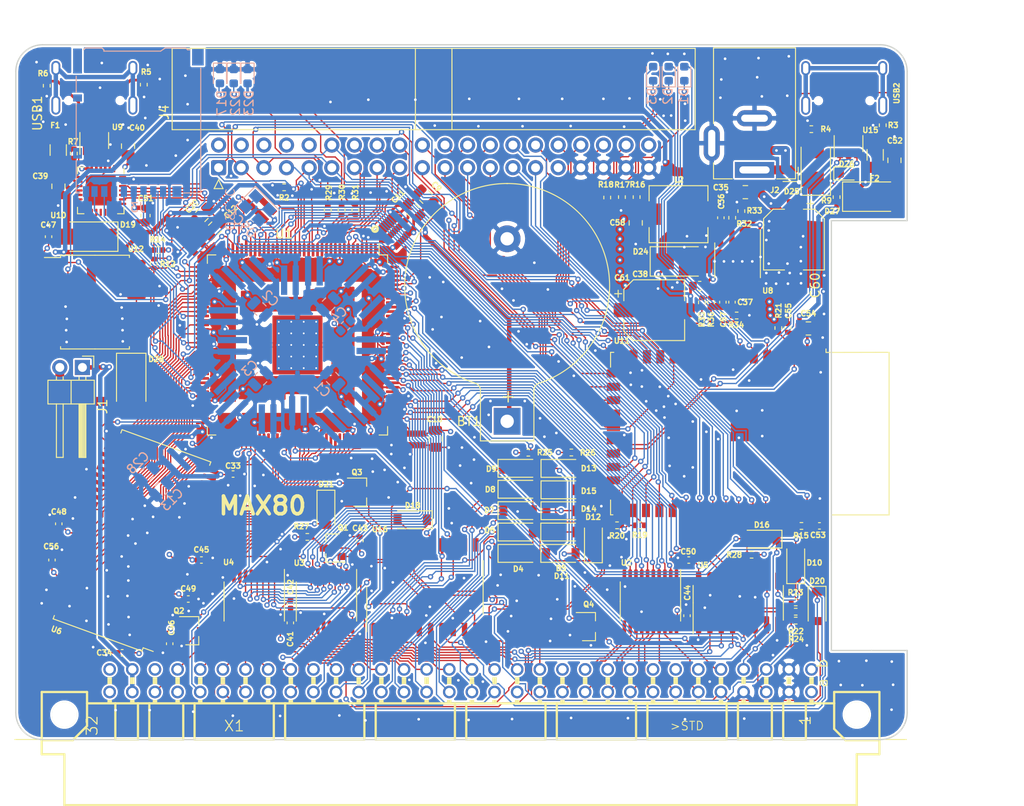
<source format=kicad_pcb>
(kicad_pcb (version 20171130) (host pcbnew 5.1.9-73d0e3b20d~88~ubuntu20.04.1)

  (general
    (thickness 1.6)
    (drawings 17)
    (tracks 4041)
    (zones 0)
    (modules 149)
    (nets 210)
  )

  (page A4)
  (title_block
    (title MAX80)
    (date 2021-01-31)
    (rev 0.01)
    (company "No name")
  )

  (layers
    (0 F.Cu signal)
    (1 In1.Cu signal)
    (2 In2.Cu signal)
    (31 B.Cu signal)
    (32 B.Adhes user)
    (33 F.Adhes user)
    (34 B.Paste user)
    (35 F.Paste user)
    (36 B.SilkS user)
    (37 F.SilkS user)
    (38 B.Mask user)
    (39 F.Mask user)
    (40 Dwgs.User user)
    (41 Cmts.User user)
    (42 Eco1.User user)
    (43 Eco2.User user)
    (44 Edge.Cuts user)
    (45 Margin user)
    (46 B.CrtYd user)
    (47 F.CrtYd user)
    (48 B.Fab user)
    (49 F.Fab user)
  )

  (setup
    (last_trace_width 0.15)
    (user_trace_width 0.3)
    (user_trace_width 0.5)
    (trace_clearance 0.15)
    (zone_clearance 0.2)
    (zone_45_only no)
    (trace_min 0.15)
    (via_size 0.6)
    (via_drill 0.3)
    (via_min_size 0.6)
    (via_min_drill 0.3)
    (uvia_size 0.3)
    (uvia_drill 0.1)
    (uvias_allowed no)
    (uvia_min_size 0.2)
    (uvia_min_drill 0.1)
    (edge_width 0.15)
    (segment_width 0.3)
    (pcb_text_width 0.3)
    (pcb_text_size 1.5 1.5)
    (mod_edge_width 0.15)
    (mod_text_size 1 1)
    (mod_text_width 0.15)
    (pad_size 2.6 1.6)
    (pad_drill 0)
    (pad_to_mask_clearance 0)
    (aux_axis_origin 0 0)
    (grid_origin 86.275 147.925)
    (visible_elements FFFFFF7F)
    (pcbplotparams
      (layerselection 0x010fc_ffffffff)
      (usegerberextensions false)
      (usegerberattributes true)
      (usegerberadvancedattributes true)
      (creategerberjobfile true)
      (excludeedgelayer true)
      (linewidth 0.100000)
      (plotframeref false)
      (viasonmask false)
      (mode 1)
      (useauxorigin false)
      (hpglpennumber 1)
      (hpglpenspeed 20)
      (hpglpendiameter 15.000000)
      (psnegative false)
      (psa4output false)
      (plotreference true)
      (plotvalue true)
      (plotinvisibletext false)
      (padsonsilk false)
      (subtractmaskfromsilk false)
      (outputformat 1)
      (mirror false)
      (drillshape 0)
      (scaleselection 1)
      (outputdirectory "abc80_gerber"))
  )

  (net 0 "")
  (net 1 VCC_ONE)
  (net 2 VCCA)
  (net 3 GND)
  (net 4 CLK0n)
  (net 5 +5V)
  (net 6 "Net-(R5-Pad2)")
  (net 7 "Net-(R6-Pad2)")
  (net 8 "Net-(R7-Pad1)")
  (net 9 "Net-(U10-Pad5)")
  (net 10 "Net-(U10-Pad4)")
  (net 11 "Net-(U9-Pad4)")
  (net 12 "Net-(U9-Pad6)")
  (net 13 "Net-(USB1-Pad13)")
  (net 14 "Net-(BT1-Pad1)")
  (net 15 /A4)
  (net 16 /A3)
  (net 17 /A2)
  (net 18 /A1)
  (net 19 /A0)
  (net 20 /IO0)
  (net 21 /IO3)
  (net 22 /IO4)
  (net 23 /IO5)
  (net 24 /IO6)
  (net 25 /IO7)
  (net 26 /WE)
  (net 27 /A11)
  (net 28 /IO9)
  (net 29 /A8)
  (net 30 /A7)
  (net 31 /A6)
  (net 32 /A5)
  (net 33 /A9)
  (net 34 /A10)
  (net 35 /A12)
  (net 36 /IO8)
  (net 37 /IO10)
  (net 38 /IO11)
  (net 39 /IO12)
  (net 40 /IO13)
  (net 41 /IO14)
  (net 42 /IO15)
  (net 43 /abc80bus/D7)
  (net 44 /abc80bus/D6)
  (net 45 /abc80bus/D5)
  (net 46 /abc80bus/D4)
  (net 47 /abc80bus/D3)
  (net 48 /abc80bus/D2)
  (net 49 /abc80bus/D1)
  (net 50 /abc80bus/D0)
  (net 51 /abc80bus/A8)
  (net 52 /abc80bus/A9)
  (net 53 /abc80bus/A10)
  (net 54 /abc80bus/A11)
  (net 55 /abc80bus/A12)
  (net 56 /abc80bus/A13)
  (net 57 /abc80bus/A14)
  (net 58 /abc80bus/A15)
  (net 59 /abc80bus/A7)
  (net 60 /abc80bus/A6)
  (net 61 /abc80bus/A5)
  (net 62 /abc80bus/A4)
  (net 63 /abc80bus/A3)
  (net 64 /abc80bus/A2)
  (net 65 /abc80bus/A1)
  (net 66 /abc80bus/A0)
  (net 67 /IO1)
  (net 68 /IO2)
  (net 69 /32KHZ)
  (net 70 /RTC_INT)
  (net 71 /abc80bus/ABC5V)
  (net 72 /SD_DAT1)
  (net 73 /SD_DAT2)
  (net 74 /SD_DAT3)
  (net 75 /SD_CMD)
  (net 76 /SD_CLK)
  (net 77 /SD_DAT0)
  (net 78 FPGA_TDI)
  (net 79 FPGA_TMS)
  (net 80 FPGA_TDO)
  (net 81 FPGA_TCK)
  (net 82 ABC_CLK_5)
  (net 83 /FPGA_SCL)
  (net 84 /FPGA_SDA)
  (net 85 FPGA_SPI_MISO)
  (net 86 FPGA_SPI_MOSI)
  (net 87 FPGA_SPI_CLK)
  (net 88 FGPA_SPI_CS_ESP32)
  (net 89 INT_ESP32)
  (net 90 "Net-(C53-Pad1)")
  (net 91 "Net-(F2-Pad2)")
  (net 92 ESP32_TDO)
  (net 93 ESP32_TCK)
  (net 94 ESP32_TMS)
  (net 95 ESP32_IO0)
  (net 96 ESP32_RXD)
  (net 97 ESP32_TXD)
  (net 98 ESP32_EN)
  (net 99 "Net-(R3-Pad2)")
  (net 100 "Net-(R4-Pad2)")
  (net 101 /ESP32/USB_D-)
  (net 102 /ESP32/USB_D+)
  (net 103 ESP32_TDI)
  (net 104 "Net-(U15-Pad6)")
  (net 105 "Net-(U15-Pad4)")
  (net 106 "Net-(USB2-Pad13)")
  (net 107 "Net-(D1-Pad2)")
  (net 108 "Net-(D1-Pad1)")
  (net 109 "Net-(D2-Pad2)")
  (net 110 "Net-(D2-Pad1)")
  (net 111 "Net-(D3-Pad2)")
  (net 112 "Net-(D3-Pad1)")
  (net 113 ESP32_SCL)
  (net 114 ESP32_SDA)
  (net 115 ESP32_CS2)
  (net 116 ESP32_CS0)
  (net 117 ESP32_MISO)
  (net 118 ESP32_SCK)
  (net 119 ESP32_MOSI)
  (net 120 ESP32_CS1)
  (net 121 /FPGA_USB_TXD)
  (net 122 /FPGA_USB_RXD)
  (net 123 /abc80bus/~XMEMW80)
  (net 124 /abc80bus/~CS)
  (net 125 /abc80bus/~C4)
  (net 126 /abc80bus/~C3)
  (net 127 /abc80bus/~C2)
  (net 128 /abc80bus/~C1)
  (net 129 /abc80bus/~OUT)
  (net 130 /abc80bus/~XOUT)
  (net 131 /abc80bus/~RST)
  (net 132 ~IORD)
  (net 133 /abc80bus/~XMEMFL)
  (net 134 /abc80bus/~XIN)
  (net 135 /abc80bus/~INP)
  (net 136 /abc80bus/~STATUS)
  (net 137 ~MEMRW)
  (net 138 "Net-(D18-Pad1)")
  (net 139 /abc80bus/~XINPSTB)
  (net 140 /abc80bus/~XOUTSTB)
  (net 141 /abc80bus/~XMEMW800)
  (net 142 ADSEL0)
  (net 143 ADSEL1)
  (net 144 "Net-(U3-Pad19)")
  (net 145 "Net-(U4-Pad19)")
  (net 146 /abc80bus/~INT)
  (net 147 ~IORW)
  (net 148 ~MEMRD)
  (net 149 AD0)
  (net 150 AD1)
  (net 151 AD2)
  (net 152 AD3)
  (net 153 AD4)
  (net 154 AD5)
  (net 155 AD6)
  (net 156 AD7)
  (net 157 O1)
  (net 158 O2)
  (net 159 /abc80bus/~RESIN)
  (net 160 /abc80bus/~XM)
  (net 161 /abc80bus/Y0)
  (net 162 /abc80bus/~Y0)
  (net 163 "Net-(D20-Pad1)")
  (net 164 "Net-(D21-Pad1)")
  (net 165 /FPGA_LED1)
  (net 166 /FPGA_LED2)
  (net 167 /FPGA_LED3)
  (net 168 "Net-(D17-Pad2)")
  (net 169 "Net-(D22-Pad2)")
  (net 170 "Net-(D23-Pad2)")
  (net 171 FPGA_GPIO3)
  (net 172 FPGA_GPIO2)
  (net 173 FPGA_GPIO1)
  (net 174 FPGA_GPIO0)
  (net 175 FPGA_GPIO5)
  (net 176 FPGA_GPIO4)
  (net 177 "Net-(C36-Pad1)")
  (net 178 "Net-(C37-Pad2)")
  (net 179 "Net-(C37-Pad1)")
  (net 180 "Net-(C38-Pad2)")
  (net 181 "Net-(R32-Pad2)")
  (net 182 "Net-(R35-Pad2)")
  (net 183 "Net-(C38-Pad1)")
  (net 184 /abc80bus/READY)
  (net 185 /abc80bus/~NMI)
  (net 186 ~FPGA_READY)
  (net 187 FPGA_NMI)
  (net 188 "Net-(U1-Pad88)")
  (net 189 "Net-(C39-Pad2)")
  (net 190 "Net-(C52-Pad2)")
  (net 191 "Net-(D26-Pad2)")
  (net 192 FPGA_RESIN)
  (net 193 ABC_CLK_3)
  (net 194 /DQMH)
  (net 195 /CLK)
  (net 196 /CKE)
  (net 197 /BA1)
  (net 198 /BA0)
  (net 199 /CS)
  (net 200 /RAS)
  (net 201 /CAS)
  (net 202 /DQML)
  (net 203 "Net-(D28-Pad2)")
  (net 204 "Net-(D25-Pad2)")
  (net 205 "Net-(F1-Pad2)")
  (net 206 /FPGA_USB_RTS)
  (net 207 /FPGA_USB_CTS)
  (net 208 /FPGA_USB_DTR)
  (net 209 FPGA_JTAGEN)

  (net_class Default "This is the default net class."
    (clearance 0.15)
    (trace_width 0.15)
    (via_dia 0.6)
    (via_drill 0.3)
    (uvia_dia 0.3)
    (uvia_drill 0.1)
    (add_net +5V)
    (add_net /32KHZ)
    (add_net /A0)
    (add_net /A1)
    (add_net /A10)
    (add_net /A11)
    (add_net /A12)
    (add_net /A2)
    (add_net /A3)
    (add_net /A4)
    (add_net /A5)
    (add_net /A6)
    (add_net /A7)
    (add_net /A8)
    (add_net /A9)
    (add_net /BA0)
    (add_net /BA1)
    (add_net /CAS)
    (add_net /CKE)
    (add_net /CLK)
    (add_net /CS)
    (add_net /DQMH)
    (add_net /DQML)
    (add_net /ESP32/USB_D+)
    (add_net /ESP32/USB_D-)
    (add_net /FPGA_LED1)
    (add_net /FPGA_LED2)
    (add_net /FPGA_LED3)
    (add_net /FPGA_SCL)
    (add_net /FPGA_SDA)
    (add_net /FPGA_USB_CTS)
    (add_net /FPGA_USB_DTR)
    (add_net /FPGA_USB_RTS)
    (add_net /FPGA_USB_RXD)
    (add_net /FPGA_USB_TXD)
    (add_net /IO0)
    (add_net /IO1)
    (add_net /IO10)
    (add_net /IO11)
    (add_net /IO12)
    (add_net /IO13)
    (add_net /IO14)
    (add_net /IO15)
    (add_net /IO2)
    (add_net /IO3)
    (add_net /IO4)
    (add_net /IO5)
    (add_net /IO6)
    (add_net /IO7)
    (add_net /IO8)
    (add_net /IO9)
    (add_net /RAS)
    (add_net /RTC_INT)
    (add_net /SD_CLK)
    (add_net /SD_CMD)
    (add_net /SD_DAT0)
    (add_net /SD_DAT1)
    (add_net /SD_DAT2)
    (add_net /SD_DAT3)
    (add_net /WE)
    (add_net /abc80bus/A0)
    (add_net /abc80bus/A1)
    (add_net /abc80bus/A10)
    (add_net /abc80bus/A11)
    (add_net /abc80bus/A12)
    (add_net /abc80bus/A13)
    (add_net /abc80bus/A14)
    (add_net /abc80bus/A15)
    (add_net /abc80bus/A2)
    (add_net /abc80bus/A3)
    (add_net /abc80bus/A4)
    (add_net /abc80bus/A5)
    (add_net /abc80bus/A6)
    (add_net /abc80bus/A7)
    (add_net /abc80bus/A8)
    (add_net /abc80bus/A9)
    (add_net /abc80bus/ABC5V)
    (add_net /abc80bus/D0)
    (add_net /abc80bus/D1)
    (add_net /abc80bus/D2)
    (add_net /abc80bus/D3)
    (add_net /abc80bus/D4)
    (add_net /abc80bus/D5)
    (add_net /abc80bus/D6)
    (add_net /abc80bus/D7)
    (add_net /abc80bus/READY)
    (add_net /abc80bus/Y0)
    (add_net /abc80bus/~C1)
    (add_net /abc80bus/~C2)
    (add_net /abc80bus/~C3)
    (add_net /abc80bus/~C4)
    (add_net /abc80bus/~CS)
    (add_net /abc80bus/~INP)
    (add_net /abc80bus/~INT)
    (add_net /abc80bus/~NMI)
    (add_net /abc80bus/~OUT)
    (add_net /abc80bus/~RESIN)
    (add_net /abc80bus/~RST)
    (add_net /abc80bus/~STATUS)
    (add_net /abc80bus/~XIN)
    (add_net /abc80bus/~XINPSTB)
    (add_net /abc80bus/~XM)
    (add_net /abc80bus/~XMEMFL)
    (add_net /abc80bus/~XMEMW80)
    (add_net /abc80bus/~XMEMW800)
    (add_net /abc80bus/~XOUT)
    (add_net /abc80bus/~XOUTSTB)
    (add_net /abc80bus/~Y0)
    (add_net ABC_CLK_3)
    (add_net ABC_CLK_5)
    (add_net AD0)
    (add_net AD1)
    (add_net AD2)
    (add_net AD3)
    (add_net AD4)
    (add_net AD5)
    (add_net AD6)
    (add_net AD7)
    (add_net ADSEL0)
    (add_net ADSEL1)
    (add_net CLK0n)
    (add_net ESP32_CS0)
    (add_net ESP32_CS1)
    (add_net ESP32_CS2)
    (add_net ESP32_EN)
    (add_net ESP32_IO0)
    (add_net ESP32_MISO)
    (add_net ESP32_MOSI)
    (add_net ESP32_RXD)
    (add_net ESP32_SCK)
    (add_net ESP32_SCL)
    (add_net ESP32_SDA)
    (add_net ESP32_TCK)
    (add_net ESP32_TDI)
    (add_net ESP32_TDO)
    (add_net ESP32_TMS)
    (add_net ESP32_TXD)
    (add_net FGPA_SPI_CS_ESP32)
    (add_net FPGA_GPIO0)
    (add_net FPGA_GPIO1)
    (add_net FPGA_GPIO2)
    (add_net FPGA_GPIO3)
    (add_net FPGA_GPIO4)
    (add_net FPGA_GPIO5)
    (add_net FPGA_JTAGEN)
    (add_net FPGA_NMI)
    (add_net FPGA_RESIN)
    (add_net FPGA_SPI_CLK)
    (add_net FPGA_SPI_MISO)
    (add_net FPGA_SPI_MOSI)
    (add_net FPGA_TCK)
    (add_net FPGA_TDI)
    (add_net FPGA_TDO)
    (add_net FPGA_TMS)
    (add_net GND)
    (add_net INT_ESP32)
    (add_net "Net-(BT1-Pad1)")
    (add_net "Net-(C36-Pad1)")
    (add_net "Net-(C37-Pad1)")
    (add_net "Net-(C37-Pad2)")
    (add_net "Net-(C38-Pad1)")
    (add_net "Net-(C38-Pad2)")
    (add_net "Net-(C39-Pad2)")
    (add_net "Net-(C52-Pad2)")
    (add_net "Net-(C53-Pad1)")
    (add_net "Net-(D1-Pad1)")
    (add_net "Net-(D1-Pad2)")
    (add_net "Net-(D17-Pad2)")
    (add_net "Net-(D18-Pad1)")
    (add_net "Net-(D2-Pad1)")
    (add_net "Net-(D2-Pad2)")
    (add_net "Net-(D20-Pad1)")
    (add_net "Net-(D21-Pad1)")
    (add_net "Net-(D22-Pad2)")
    (add_net "Net-(D23-Pad2)")
    (add_net "Net-(D25-Pad2)")
    (add_net "Net-(D26-Pad2)")
    (add_net "Net-(D28-Pad2)")
    (add_net "Net-(D3-Pad1)")
    (add_net "Net-(D3-Pad2)")
    (add_net "Net-(F1-Pad2)")
    (add_net "Net-(F2-Pad2)")
    (add_net "Net-(J4-Pad40)")
    (add_net "Net-(J4-Pad6)")
    (add_net "Net-(J4-Pad8)")
    (add_net "Net-(R3-Pad2)")
    (add_net "Net-(R32-Pad2)")
    (add_net "Net-(R35-Pad2)")
    (add_net "Net-(R4-Pad2)")
    (add_net "Net-(R5-Pad2)")
    (add_net "Net-(R6-Pad2)")
    (add_net "Net-(R7-Pad1)")
    (add_net "Net-(U1-Pad106)")
    (add_net "Net-(U1-Pad88)")
    (add_net "Net-(U10-Pad1)")
    (add_net "Net-(U10-Pad10)")
    (add_net "Net-(U10-Pad11)")
    (add_net "Net-(U10-Pad12)")
    (add_net "Net-(U10-Pad13)")
    (add_net "Net-(U10-Pad14)")
    (add_net "Net-(U10-Pad15)")
    (add_net "Net-(U10-Pad16)")
    (add_net "Net-(U10-Pad17)")
    (add_net "Net-(U10-Pad18)")
    (add_net "Net-(U10-Pad19)")
    (add_net "Net-(U10-Pad2)")
    (add_net "Net-(U10-Pad20)")
    (add_net "Net-(U10-Pad21)")
    (add_net "Net-(U10-Pad22)")
    (add_net "Net-(U10-Pad27)")
    (add_net "Net-(U10-Pad4)")
    (add_net "Net-(U10-Pad5)")
    (add_net "Net-(U11-Pad10)")
    (add_net "Net-(U11-Pad11)")
    (add_net "Net-(U11-Pad39)")
    (add_net "Net-(U11-Pad4)")
    (add_net "Net-(U11-Pad40)")
    (add_net "Net-(U12-Pad4)")
    (add_net "Net-(U15-Pad4)")
    (add_net "Net-(U15-Pad6)")
    (add_net "Net-(U3-Pad19)")
    (add_net "Net-(U4-Pad19)")
    (add_net "Net-(U5-Pad11)")
    (add_net "Net-(U5-Pad12)")
    (add_net "Net-(U5-Pad7)")
    (add_net "Net-(U6-Pad40)")
    (add_net "Net-(U9-Pad4)")
    (add_net "Net-(U9-Pad6)")
    (add_net "Net-(USB1-Pad13)")
    (add_net "Net-(USB1-Pad3)")
    (add_net "Net-(USB1-Pad5)")
    (add_net "Net-(USB1-Pad8)")
    (add_net "Net-(USB1-Pad9)")
    (add_net "Net-(USB2-Pad13)")
    (add_net "Net-(USB2-Pad3)")
    (add_net "Net-(USB2-Pad5)")
    (add_net "Net-(USB2-Pad8)")
    (add_net "Net-(USB2-Pad9)")
    (add_net "Net-(X1-PadA1)")
    (add_net "Net-(X1-PadA14)")
    (add_net "Net-(X1-PadA25)")
    (add_net "Net-(X1-PadA29)")
    (add_net "Net-(X1-PadA32)")
    (add_net "Net-(X1-PadB1)")
    (add_net "Net-(X1-PadB10)")
    (add_net "Net-(X1-PadB11)")
    (add_net "Net-(X1-PadB12)")
    (add_net "Net-(X1-PadB30)")
    (add_net "Net-(X1-PadB32)")
    (add_net "Net-(X1-PadB6)")
    (add_net "Net-(X1-PadB7)")
    (add_net "Net-(X1-PadB8)")
    (add_net "Net-(X1-PadB9)")
    (add_net O1)
    (add_net O2)
    (add_net VCCA)
    (add_net VCC_ONE)
    (add_net ~FPGA_READY)
    (add_net ~IORD)
    (add_net ~IORW)
    (add_net ~MEMRD)
    (add_net ~MEMRW)
  )

  (module Diode_SMD:D_SMA (layer F.Cu) (tedit 586432E5) (tstamp 6032CF27)
    (at 65.447 139.035 270)
    (descr "Diode SMA (DO-214AC)")
    (tags "Diode SMA (DO-214AC)")
    (path /6013B380/603612AB)
    (attr smd)
    (fp_text reference D28 (at -2.735 -2.803 180) (layer F.SilkS)
      (effects (font (size 0.6 0.6) (thickness 0.15)))
    )
    (fp_text value MBRA340T (at 0 2.6 90) (layer F.Fab)
      (effects (font (size 1 1) (thickness 0.15)))
    )
    (fp_line (start -3.4 -1.65) (end -3.4 1.65) (layer F.SilkS) (width 0.12))
    (fp_line (start 2.3 1.5) (end -2.3 1.5) (layer F.Fab) (width 0.1))
    (fp_line (start -2.3 1.5) (end -2.3 -1.5) (layer F.Fab) (width 0.1))
    (fp_line (start 2.3 -1.5) (end 2.3 1.5) (layer F.Fab) (width 0.1))
    (fp_line (start 2.3 -1.5) (end -2.3 -1.5) (layer F.Fab) (width 0.1))
    (fp_line (start -3.5 -1.75) (end 3.5 -1.75) (layer F.CrtYd) (width 0.05))
    (fp_line (start 3.5 -1.75) (end 3.5 1.75) (layer F.CrtYd) (width 0.05))
    (fp_line (start 3.5 1.75) (end -3.5 1.75) (layer F.CrtYd) (width 0.05))
    (fp_line (start -3.5 1.75) (end -3.5 -1.75) (layer F.CrtYd) (width 0.05))
    (fp_line (start -0.64944 0.00102) (end -1.55114 0.00102) (layer F.Fab) (width 0.1))
    (fp_line (start 0.50118 0.00102) (end 1.4994 0.00102) (layer F.Fab) (width 0.1))
    (fp_line (start -0.64944 -0.79908) (end -0.64944 0.80112) (layer F.Fab) (width 0.1))
    (fp_line (start 0.50118 0.75032) (end 0.50118 -0.79908) (layer F.Fab) (width 0.1))
    (fp_line (start -0.64944 0.00102) (end 0.50118 0.75032) (layer F.Fab) (width 0.1))
    (fp_line (start -0.64944 0.00102) (end 0.50118 -0.79908) (layer F.Fab) (width 0.1))
    (fp_line (start -3.4 1.65) (end 2 1.65) (layer F.SilkS) (width 0.12))
    (fp_line (start -3.4 -1.65) (end 2 -1.65) (layer F.SilkS) (width 0.12))
    (fp_text user %R (at 0 -2.5 90) (layer F.Fab)
      (effects (font (size 1 1) (thickness 0.15)))
    )
    (pad 2 smd rect (at 2 0 270) (size 2.5 1.8) (layers F.Cu F.Paste F.Mask)
      (net 203 "Net-(D28-Pad2)"))
    (pad 1 smd rect (at -2 0 270) (size 2.5 1.8) (layers F.Cu F.Paste F.Mask)
      (net 5 +5V))
    (model ${KISYS3DMOD}/Diode_SMD.3dshapes/D_SMA.wrl
      (at (xyz 0 0 0))
      (scale (xyz 1 1 1))
      (rotate (xyz 0 0 0))
    )
  )

  (module Capacitor_SMD:C_0402_1005Metric (layer F.Cu) (tedit 5F68FEEE) (tstamp 6039D96A)
    (at 56.557 158.847 90)
    (descr "Capacitor SMD 0402 (1005 Metric), square (rectangular) end terminal, IPC_7351 nominal, (Body size source: IPC-SM-782 page 76, https://www.pcb-3d.com/wordpress/wp-content/uploads/ipc-sm-782a_amendment_1_and_2.pdf), generated with kicad-footprint-generator")
    (tags capacitor)
    (path /6091A70C)
    (attr smd)
    (fp_text reference C56 (at 1.522 -0.082 180) (layer F.SilkS)
      (effects (font (size 0.6 0.6) (thickness 0.15)))
    )
    (fp_text value 100nF (at 0 1.16 90) (layer F.Fab)
      (effects (font (size 1 1) (thickness 0.15)))
    )
    (fp_line (start -0.5 0.25) (end -0.5 -0.25) (layer F.Fab) (width 0.1))
    (fp_line (start -0.5 -0.25) (end 0.5 -0.25) (layer F.Fab) (width 0.1))
    (fp_line (start 0.5 -0.25) (end 0.5 0.25) (layer F.Fab) (width 0.1))
    (fp_line (start 0.5 0.25) (end -0.5 0.25) (layer F.Fab) (width 0.1))
    (fp_line (start -0.107836 -0.36) (end 0.107836 -0.36) (layer F.SilkS) (width 0.12))
    (fp_line (start -0.107836 0.36) (end 0.107836 0.36) (layer F.SilkS) (width 0.12))
    (fp_line (start -0.91 0.46) (end -0.91 -0.46) (layer F.CrtYd) (width 0.05))
    (fp_line (start -0.91 -0.46) (end 0.91 -0.46) (layer F.CrtYd) (width 0.05))
    (fp_line (start 0.91 -0.46) (end 0.91 0.46) (layer F.CrtYd) (width 0.05))
    (fp_line (start 0.91 0.46) (end -0.91 0.46) (layer F.CrtYd) (width 0.05))
    (fp_text user %R (at 0 0 90) (layer F.Fab)
      (effects (font (size 0.25 0.25) (thickness 0.04)))
    )
    (pad 2 smd roundrect (at 0.48 0 90) (size 0.56 0.62) (layers F.Cu F.Paste F.Mask) (roundrect_rratio 0.25)
      (net 3 GND))
    (pad 1 smd roundrect (at -0.48 0 90) (size 0.56 0.62) (layers F.Cu F.Paste F.Mask) (roundrect_rratio 0.25)
      (net 1 VCC_ONE))
    (model ${KISYS3DMOD}/Capacitor_SMD.3dshapes/C_0402_1005Metric.wrl
      (at (xyz 0 0 0))
      (scale (xyz 1 1 1))
      (rotate (xyz 0 0 0))
    )
  )

  (module Capacitor_SMD:C_0402_1005Metric (layer F.Cu) (tedit 5F68FEEE) (tstamp 603AB1B9)
    (at 69.765 168.245 270)
    (descr "Capacitor SMD 0402 (1005 Metric), square (rectangular) end terminal, IPC_7351 nominal, (Body size source: IPC-SM-782 page 76, https://www.pcb-3d.com/wordpress/wp-content/uploads/ipc-sm-782a_amendment_1_and_2.pdf), generated with kicad-footprint-generator")
    (tags capacitor)
    (path /60932F0E)
    (attr smd)
    (fp_text reference C46 (at -1.795 -0.21 270) (layer F.SilkS)
      (effects (font (size 0.6 0.6) (thickness 0.15)))
    )
    (fp_text value 100nF (at 0 1.16 90) (layer F.Fab)
      (effects (font (size 1 1) (thickness 0.15)))
    )
    (fp_line (start -0.5 0.25) (end -0.5 -0.25) (layer F.Fab) (width 0.1))
    (fp_line (start -0.5 -0.25) (end 0.5 -0.25) (layer F.Fab) (width 0.1))
    (fp_line (start 0.5 -0.25) (end 0.5 0.25) (layer F.Fab) (width 0.1))
    (fp_line (start 0.5 0.25) (end -0.5 0.25) (layer F.Fab) (width 0.1))
    (fp_line (start -0.107836 -0.36) (end 0.107836 -0.36) (layer F.SilkS) (width 0.12))
    (fp_line (start -0.107836 0.36) (end 0.107836 0.36) (layer F.SilkS) (width 0.12))
    (fp_line (start -0.91 0.46) (end -0.91 -0.46) (layer F.CrtYd) (width 0.05))
    (fp_line (start -0.91 -0.46) (end 0.91 -0.46) (layer F.CrtYd) (width 0.05))
    (fp_line (start 0.91 -0.46) (end 0.91 0.46) (layer F.CrtYd) (width 0.05))
    (fp_line (start 0.91 0.46) (end -0.91 0.46) (layer F.CrtYd) (width 0.05))
    (fp_text user %R (at 0 0 90) (layer F.Fab)
      (effects (font (size 0.25 0.25) (thickness 0.04)))
    )
    (pad 2 smd roundrect (at 0.48 0 270) (size 0.56 0.62) (layers F.Cu F.Paste F.Mask) (roundrect_rratio 0.25)
      (net 3 GND))
    (pad 1 smd roundrect (at -0.48 0 270) (size 0.56 0.62) (layers F.Cu F.Paste F.Mask) (roundrect_rratio 0.25)
      (net 1 VCC_ONE))
    (model ${KISYS3DMOD}/Capacitor_SMD.3dshapes/C_0402_1005Metric.wrl
      (at (xyz 0 0 0))
      (scale (xyz 1 1 1))
      (rotate (xyz 0 0 0))
    )
  )

  (module Capacitor_SMD:C_0402_1005Metric (layer F.Cu) (tedit 5F68FEEE) (tstamp 603AB1A8)
    (at 73.321 158.847)
    (descr "Capacitor SMD 0402 (1005 Metric), square (rectangular) end terminal, IPC_7351 nominal, (Body size source: IPC-SM-782 page 76, https://www.pcb-3d.com/wordpress/wp-content/uploads/ipc-sm-782a_amendment_1_and_2.pdf), generated with kicad-footprint-generator")
    (tags capacitor)
    (path /6094CE83)
    (attr smd)
    (fp_text reference C45 (at 0 -1.16) (layer F.SilkS)
      (effects (font (size 0.6 0.6) (thickness 0.15)))
    )
    (fp_text value 100nF (at 0 1.16) (layer F.Fab)
      (effects (font (size 1 1) (thickness 0.15)))
    )
    (fp_line (start -0.5 0.25) (end -0.5 -0.25) (layer F.Fab) (width 0.1))
    (fp_line (start -0.5 -0.25) (end 0.5 -0.25) (layer F.Fab) (width 0.1))
    (fp_line (start 0.5 -0.25) (end 0.5 0.25) (layer F.Fab) (width 0.1))
    (fp_line (start 0.5 0.25) (end -0.5 0.25) (layer F.Fab) (width 0.1))
    (fp_line (start -0.107836 -0.36) (end 0.107836 -0.36) (layer F.SilkS) (width 0.12))
    (fp_line (start -0.107836 0.36) (end 0.107836 0.36) (layer F.SilkS) (width 0.12))
    (fp_line (start -0.91 0.46) (end -0.91 -0.46) (layer F.CrtYd) (width 0.05))
    (fp_line (start -0.91 -0.46) (end 0.91 -0.46) (layer F.CrtYd) (width 0.05))
    (fp_line (start 0.91 -0.46) (end 0.91 0.46) (layer F.CrtYd) (width 0.05))
    (fp_line (start 0.91 0.46) (end -0.91 0.46) (layer F.CrtYd) (width 0.05))
    (fp_text user %R (at 0 0) (layer F.Fab)
      (effects (font (size 0.25 0.25) (thickness 0.04)))
    )
    (pad 2 smd roundrect (at 0.48 0) (size 0.56 0.62) (layers F.Cu F.Paste F.Mask) (roundrect_rratio 0.25)
      (net 3 GND))
    (pad 1 smd roundrect (at -0.48 0) (size 0.56 0.62) (layers F.Cu F.Paste F.Mask) (roundrect_rratio 0.25)
      (net 1 VCC_ONE))
    (model ${KISYS3DMOD}/Capacitor_SMD.3dshapes/C_0402_1005Metric.wrl
      (at (xyz 0 0 0))
      (scale (xyz 1 1 1))
      (rotate (xyz 0 0 0))
    )
  )

  (module Capacitor_SMD:C_0402_1005Metric (layer F.Cu) (tedit 5F68FEEE) (tstamp 603AC9A5)
    (at 64.431 169.261 180)
    (descr "Capacitor SMD 0402 (1005 Metric), square (rectangular) end terminal, IPC_7351 nominal, (Body size source: IPC-SM-782 page 76, https://www.pcb-3d.com/wordpress/wp-content/uploads/ipc-sm-782a_amendment_1_and_2.pdf), generated with kicad-footprint-generator")
    (tags capacitor)
    (path /6097D4FE)
    (attr smd)
    (fp_text reference C34 (at 2.006 0) (layer F.SilkS)
      (effects (font (size 0.6 0.6) (thickness 0.15)))
    )
    (fp_text value 100nF (at 0 1.16) (layer F.Fab)
      (effects (font (size 1 1) (thickness 0.15)))
    )
    (fp_line (start -0.5 0.25) (end -0.5 -0.25) (layer F.Fab) (width 0.1))
    (fp_line (start -0.5 -0.25) (end 0.5 -0.25) (layer F.Fab) (width 0.1))
    (fp_line (start 0.5 -0.25) (end 0.5 0.25) (layer F.Fab) (width 0.1))
    (fp_line (start 0.5 0.25) (end -0.5 0.25) (layer F.Fab) (width 0.1))
    (fp_line (start -0.107836 -0.36) (end 0.107836 -0.36) (layer F.SilkS) (width 0.12))
    (fp_line (start -0.107836 0.36) (end 0.107836 0.36) (layer F.SilkS) (width 0.12))
    (fp_line (start -0.91 0.46) (end -0.91 -0.46) (layer F.CrtYd) (width 0.05))
    (fp_line (start -0.91 -0.46) (end 0.91 -0.46) (layer F.CrtYd) (width 0.05))
    (fp_line (start 0.91 -0.46) (end 0.91 0.46) (layer F.CrtYd) (width 0.05))
    (fp_line (start 0.91 0.46) (end -0.91 0.46) (layer F.CrtYd) (width 0.05))
    (fp_text user %R (at 0 0) (layer F.Fab)
      (effects (font (size 0.25 0.25) (thickness 0.04)))
    )
    (pad 2 smd roundrect (at 0.48 0 180) (size 0.56 0.62) (layers F.Cu F.Paste F.Mask) (roundrect_rratio 0.25)
      (net 3 GND))
    (pad 1 smd roundrect (at -0.48 0 180) (size 0.56 0.62) (layers F.Cu F.Paste F.Mask) (roundrect_rratio 0.25)
      (net 1 VCC_ONE))
    (model ${KISYS3DMOD}/Capacitor_SMD.3dshapes/C_0402_1005Metric.wrl
      (at (xyz 0 0 0))
      (scale (xyz 1 1 1))
      (rotate (xyz 0 0 0))
    )
  )

  (module Capacitor_SMD:C_0402_1005Metric (layer F.Cu) (tedit 5F68FEEE) (tstamp 603AB046)
    (at 76.877 149.195)
    (descr "Capacitor SMD 0402 (1005 Metric), square (rectangular) end terminal, IPC_7351 nominal, (Body size source: IPC-SM-782 page 76, https://www.pcb-3d.com/wordpress/wp-content/uploads/ipc-sm-782a_amendment_1_and_2.pdf), generated with kicad-footprint-generator")
    (tags capacitor)
    (path /60997E09)
    (attr smd)
    (fp_text reference C33 (at -0.002 -0.92) (layer F.SilkS)
      (effects (font (size 0.6 0.6) (thickness 0.15)))
    )
    (fp_text value 100nF (at 0 1.16) (layer F.Fab)
      (effects (font (size 1 1) (thickness 0.15)))
    )
    (fp_line (start -0.5 0.25) (end -0.5 -0.25) (layer F.Fab) (width 0.1))
    (fp_line (start -0.5 -0.25) (end 0.5 -0.25) (layer F.Fab) (width 0.1))
    (fp_line (start 0.5 -0.25) (end 0.5 0.25) (layer F.Fab) (width 0.1))
    (fp_line (start 0.5 0.25) (end -0.5 0.25) (layer F.Fab) (width 0.1))
    (fp_line (start -0.107836 -0.36) (end 0.107836 -0.36) (layer F.SilkS) (width 0.12))
    (fp_line (start -0.107836 0.36) (end 0.107836 0.36) (layer F.SilkS) (width 0.12))
    (fp_line (start -0.91 0.46) (end -0.91 -0.46) (layer F.CrtYd) (width 0.05))
    (fp_line (start -0.91 -0.46) (end 0.91 -0.46) (layer F.CrtYd) (width 0.05))
    (fp_line (start 0.91 -0.46) (end 0.91 0.46) (layer F.CrtYd) (width 0.05))
    (fp_line (start 0.91 0.46) (end -0.91 0.46) (layer F.CrtYd) (width 0.05))
    (fp_text user %R (at 0 0) (layer F.Fab)
      (effects (font (size 0.25 0.25) (thickness 0.04)))
    )
    (pad 2 smd roundrect (at 0.48 0) (size 0.56 0.62) (layers F.Cu F.Paste F.Mask) (roundrect_rratio 0.25)
      (net 3 GND))
    (pad 1 smd roundrect (at -0.48 0) (size 0.56 0.62) (layers F.Cu F.Paste F.Mask) (roundrect_rratio 0.25)
      (net 1 VCC_ONE))
    (model ${KISYS3DMOD}/Capacitor_SMD.3dshapes/C_0402_1005Metric.wrl
      (at (xyz 0 0 0))
      (scale (xyz 1 1 1))
      (rotate (xyz 0 0 0))
    )
  )

  (module Package_SO:TSOP-II-54_22.2x10.16mm_P0.8mm (layer F.Cu) (tedit 5B589EC7) (tstamp 60346482)
    (at 65.535 156.645 160)
    (descr "54-lead TSOP typ II package")
    (tags "TSOPII TSOP2")
    (path /604F9283)
    (attr smd)
    (fp_text reference U6 (at 4.513002 -12.365253 160) (layer F.SilkS)
      (effects (font (size 0.6 0.6) (thickness 0.15)))
    )
    (fp_text value MT48LC16M16A2P-6A (at 0 12.5 160) (layer F.Fab)
      (effects (font (size 0.85 0.85) (thickness 0.15)))
    )
    (fp_line (start -6.76 -11.36) (end -6.76 11.36) (layer F.CrtYd) (width 0.05))
    (fp_line (start 6.76 11.36) (end -6.76 11.36) (layer F.CrtYd) (width 0.05))
    (fp_line (start 6.76 -11.36) (end 6.76 11.36) (layer F.CrtYd) (width 0.05))
    (fp_line (start -6.76 -11.36) (end 6.76 -11.36) (layer F.CrtYd) (width 0.05))
    (fp_line (start -5.3 10.9) (end -5.3 11.3) (layer F.SilkS) (width 0.12))
    (fp_line (start 5.3 10.9) (end 5.3 11.3) (layer F.SilkS) (width 0.12))
    (fp_line (start 5.3 -11.3) (end 5.3 -10.9) (layer F.SilkS) (width 0.12))
    (fp_line (start -5.3 11.3) (end 5.3 11.3) (layer F.SilkS) (width 0.12))
    (fp_line (start -5.3 -11.3) (end 5.3 -11.3) (layer F.SilkS) (width 0.12))
    (fp_line (start -5.3 -10.9) (end -5.3 -11.3) (layer F.SilkS) (width 0.12))
    (fp_line (start -6.5 -10.9) (end -5.3 -10.9) (layer F.SilkS) (width 0.12))
    (fp_line (start -4.08 -11.11) (end -5.08 -10.11) (layer F.Fab) (width 0.1))
    (fp_line (start -5.08 11.11) (end -5.08 -10.11) (layer F.Fab) (width 0.1))
    (fp_line (start 5.08 11.11) (end -5.08 11.11) (layer F.Fab) (width 0.1))
    (fp_line (start 5.08 -11.11) (end 5.08 11.11) (layer F.Fab) (width 0.1))
    (fp_line (start -4.08 -11.11) (end 5.08 -11.11) (layer F.Fab) (width 0.1))
    (fp_text user %R (at 0 0 160) (layer F.Fab)
      (effects (font (size 1 1) (thickness 0.15)))
    )
    (pad 54 smd rect (at 5.75 -10.4 160) (size 1.51 0.458) (layers F.Cu F.Paste F.Mask)
      (net 3 GND))
    (pad 53 smd rect (at 5.75 -9.6 160) (size 1.51 0.458) (layers F.Cu F.Paste F.Mask)
      (net 42 /IO15))
    (pad 52 smd rect (at 5.75 -8.8 160) (size 1.51 0.458) (layers F.Cu F.Paste F.Mask)
      (net 3 GND))
    (pad 51 smd rect (at 5.75 -8 160) (size 1.51 0.458) (layers F.Cu F.Paste F.Mask)
      (net 41 /IO14))
    (pad 50 smd rect (at 5.75 -7.2 160) (size 1.51 0.458) (layers F.Cu F.Paste F.Mask)
      (net 40 /IO13))
    (pad 49 smd rect (at 5.75 -6.4 160) (size 1.51 0.458) (layers F.Cu F.Paste F.Mask)
      (net 1 VCC_ONE))
    (pad 48 smd rect (at 5.75 -5.6 160) (size 1.51 0.458) (layers F.Cu F.Paste F.Mask)
      (net 39 /IO12))
    (pad 47 smd rect (at 5.75 -4.8 160) (size 1.51 0.458) (layers F.Cu F.Paste F.Mask)
      (net 38 /IO11))
    (pad 46 smd rect (at 5.75 -4 160) (size 1.51 0.458) (layers F.Cu F.Paste F.Mask)
      (net 3 GND))
    (pad 45 smd rect (at 5.75 -3.2 160) (size 1.51 0.458) (layers F.Cu F.Paste F.Mask)
      (net 37 /IO10))
    (pad 44 smd rect (at 5.75 -2.4 160) (size 1.51 0.458) (layers F.Cu F.Paste F.Mask)
      (net 28 /IO9))
    (pad 43 smd rect (at 5.75 -1.6 160) (size 1.51 0.458) (layers F.Cu F.Paste F.Mask)
      (net 1 VCC_ONE))
    (pad 42 smd rect (at 5.75 -0.8 160) (size 1.51 0.458) (layers F.Cu F.Paste F.Mask)
      (net 36 /IO8))
    (pad 41 smd rect (at 5.75 0 160) (size 1.51 0.458) (layers F.Cu F.Paste F.Mask)
      (net 3 GND))
    (pad 40 smd rect (at 5.75 0.8 160) (size 1.51 0.458) (layers F.Cu F.Paste F.Mask))
    (pad 39 smd rect (at 5.75 1.6 160) (size 1.51 0.458) (layers F.Cu F.Paste F.Mask)
      (net 194 /DQMH))
    (pad 38 smd rect (at 5.75 2.4 160) (size 1.51 0.458) (layers F.Cu F.Paste F.Mask)
      (net 195 /CLK))
    (pad 37 smd rect (at 5.75 3.2 160) (size 1.51 0.458) (layers F.Cu F.Paste F.Mask)
      (net 196 /CKE))
    (pad 36 smd rect (at 5.75 4 160) (size 1.51 0.458) (layers F.Cu F.Paste F.Mask)
      (net 35 /A12))
    (pad 35 smd rect (at 5.75 4.8 160) (size 1.51 0.458) (layers F.Cu F.Paste F.Mask)
      (net 27 /A11))
    (pad 34 smd rect (at 5.75 5.6 160) (size 1.51 0.458) (layers F.Cu F.Paste F.Mask)
      (net 33 /A9))
    (pad 33 smd rect (at 5.75 6.4 160) (size 1.51 0.458) (layers F.Cu F.Paste F.Mask)
      (net 29 /A8))
    (pad 32 smd rect (at 5.75 7.2 160) (size 1.51 0.458) (layers F.Cu F.Paste F.Mask)
      (net 30 /A7))
    (pad 31 smd rect (at 5.75 8 160) (size 1.51 0.458) (layers F.Cu F.Paste F.Mask)
      (net 31 /A6))
    (pad 30 smd rect (at 5.75 8.8 160) (size 1.51 0.458) (layers F.Cu F.Paste F.Mask)
      (net 32 /A5))
    (pad 29 smd rect (at 5.75 9.6 160) (size 1.51 0.458) (layers F.Cu F.Paste F.Mask)
      (net 15 /A4))
    (pad 28 smd rect (at 5.75 10.4 160) (size 1.51 0.458) (layers F.Cu F.Paste F.Mask)
      (net 3 GND))
    (pad 27 smd rect (at -5.75 10.4 160) (size 1.51 0.458) (layers F.Cu F.Paste F.Mask)
      (net 1 VCC_ONE))
    (pad 26 smd rect (at -5.75 9.6 160) (size 1.51 0.458) (layers F.Cu F.Paste F.Mask)
      (net 16 /A3))
    (pad 25 smd rect (at -5.75 8.8 160) (size 1.51 0.458) (layers F.Cu F.Paste F.Mask)
      (net 17 /A2))
    (pad 24 smd rect (at -5.75 8 160) (size 1.51 0.458) (layers F.Cu F.Paste F.Mask)
      (net 18 /A1))
    (pad 23 smd rect (at -5.75 7.2 160) (size 1.51 0.458) (layers F.Cu F.Paste F.Mask)
      (net 19 /A0))
    (pad 22 smd rect (at -5.75 6.4 160) (size 1.51 0.458) (layers F.Cu F.Paste F.Mask)
      (net 34 /A10))
    (pad 21 smd rect (at -5.75 5.6 160) (size 1.51 0.458) (layers F.Cu F.Paste F.Mask)
      (net 197 /BA1))
    (pad 20 smd rect (at -5.75 4.8 160) (size 1.51 0.458) (layers F.Cu F.Paste F.Mask)
      (net 198 /BA0))
    (pad 19 smd rect (at -5.75 4 160) (size 1.51 0.458) (layers F.Cu F.Paste F.Mask)
      (net 199 /CS))
    (pad 18 smd rect (at -5.75 3.2 160) (size 1.51 0.458) (layers F.Cu F.Paste F.Mask)
      (net 200 /RAS))
    (pad 17 smd rect (at -5.75 2.4 160) (size 1.51 0.458) (layers F.Cu F.Paste F.Mask)
      (net 201 /CAS))
    (pad 16 smd rect (at -5.75 1.6 160) (size 1.51 0.458) (layers F.Cu F.Paste F.Mask)
      (net 26 /WE))
    (pad 15 smd rect (at -5.75 0.8 160) (size 1.51 0.458) (layers F.Cu F.Paste F.Mask)
      (net 202 /DQML))
    (pad 14 smd rect (at -5.75 0 160) (size 1.51 0.458) (layers F.Cu F.Paste F.Mask)
      (net 1 VCC_ONE))
    (pad 13 smd rect (at -5.75 -0.8 160) (size 1.51 0.458) (layers F.Cu F.Paste F.Mask)
      (net 25 /IO7))
    (pad 12 smd rect (at -5.75 -1.6 160) (size 1.51 0.458) (layers F.Cu F.Paste F.Mask)
      (net 3 GND))
    (pad 11 smd rect (at -5.75 -2.4 160) (size 1.51 0.458) (layers F.Cu F.Paste F.Mask)
      (net 24 /IO6))
    (pad 10 smd rect (at -5.75 -3.2 160) (size 1.51 0.458) (layers F.Cu F.Paste F.Mask)
      (net 23 /IO5))
    (pad 9 smd rect (at -5.75 -4 160) (size 1.51 0.458) (layers F.Cu F.Paste F.Mask)
      (net 1 VCC_ONE))
    (pad 8 smd rect (at -5.75 -4.8 160) (size 1.51 0.458) (layers F.Cu F.Paste F.Mask)
      (net 22 /IO4))
    (pad 7 smd rect (at -5.75 -5.6 160) (size 1.51 0.458) (layers F.Cu F.Paste F.Mask)
      (net 21 /IO3))
    (pad 6 smd rect (at -5.75 -6.4 160) (size 1.51 0.458) (layers F.Cu F.Paste F.Mask)
      (net 3 GND))
    (pad 5 smd rect (at -5.75 -7.2 160) (size 1.51 0.458) (layers F.Cu F.Paste F.Mask)
      (net 68 /IO2))
    (pad 4 smd rect (at -5.75 -8 160) (size 1.51 0.458) (layers F.Cu F.Paste F.Mask)
      (net 67 /IO1))
    (pad 3 smd rect (at -5.75 -8.8 160) (size 1.51 0.458) (layers F.Cu F.Paste F.Mask)
      (net 1 VCC_ONE))
    (pad 2 smd rect (at -5.75 -9.6 160) (size 1.51 0.458) (layers F.Cu F.Paste F.Mask)
      (net 20 /IO0))
    (pad 1 smd rect (at -5.75 -10.4 160) (size 1.51 0.458) (layers F.Cu F.Paste F.Mask)
      (net 1 VCC_ONE))
    (model ${KISYS3DMOD}/Package_SO.3dshapes/TSOP-II-54_22.2x10.16mm_P0.8mm.wrl
      (at (xyz 0 0 0))
      (scale (xyz 1 1 1))
      (rotate (xyz 0 0 0))
    )
  )

  (module Connector_PinHeader_2.54mm:PinHeader_1x02_P2.54mm_Horizontal (layer F.Cu) (tedit 59FED5CB) (tstamp 6032D4AA)
    (at 59.975 137.225 270)
    (descr "Through hole angled pin header, 1x02, 2.54mm pitch, 6mm pin length, single row")
    (tags "Through hole angled pin header THT 1x02 2.54mm single row")
    (path /6013B380/603FB6A3)
    (fp_text reference J1 (at 4.385 -2.27 90) (layer F.SilkS)
      (effects (font (size 1 1) (thickness 0.15)))
    )
    (fp_text value Conn_01x02_Male (at 4.385 4.81 90) (layer F.Fab)
      (effects (font (size 1 1) (thickness 0.15)))
    )
    (fp_line (start 2.135 -1.27) (end 4.04 -1.27) (layer F.Fab) (width 0.1))
    (fp_line (start 4.04 -1.27) (end 4.04 3.81) (layer F.Fab) (width 0.1))
    (fp_line (start 4.04 3.81) (end 1.5 3.81) (layer F.Fab) (width 0.1))
    (fp_line (start 1.5 3.81) (end 1.5 -0.635) (layer F.Fab) (width 0.1))
    (fp_line (start 1.5 -0.635) (end 2.135 -1.27) (layer F.Fab) (width 0.1))
    (fp_line (start -0.32 -0.32) (end 1.5 -0.32) (layer F.Fab) (width 0.1))
    (fp_line (start -0.32 -0.32) (end -0.32 0.32) (layer F.Fab) (width 0.1))
    (fp_line (start -0.32 0.32) (end 1.5 0.32) (layer F.Fab) (width 0.1))
    (fp_line (start 4.04 -0.32) (end 10.04 -0.32) (layer F.Fab) (width 0.1))
    (fp_line (start 10.04 -0.32) (end 10.04 0.32) (layer F.Fab) (width 0.1))
    (fp_line (start 4.04 0.32) (end 10.04 0.32) (layer F.Fab) (width 0.1))
    (fp_line (start -0.32 2.22) (end 1.5 2.22) (layer F.Fab) (width 0.1))
    (fp_line (start -0.32 2.22) (end -0.32 2.86) (layer F.Fab) (width 0.1))
    (fp_line (start -0.32 2.86) (end 1.5 2.86) (layer F.Fab) (width 0.1))
    (fp_line (start 4.04 2.22) (end 10.04 2.22) (layer F.Fab) (width 0.1))
    (fp_line (start 10.04 2.22) (end 10.04 2.86) (layer F.Fab) (width 0.1))
    (fp_line (start 4.04 2.86) (end 10.04 2.86) (layer F.Fab) (width 0.1))
    (fp_line (start 1.44 -1.33) (end 1.44 3.87) (layer F.SilkS) (width 0.12))
    (fp_line (start 1.44 3.87) (end 4.1 3.87) (layer F.SilkS) (width 0.12))
    (fp_line (start 4.1 3.87) (end 4.1 -1.33) (layer F.SilkS) (width 0.12))
    (fp_line (start 4.1 -1.33) (end 1.44 -1.33) (layer F.SilkS) (width 0.12))
    (fp_line (start 4.1 -0.38) (end 10.1 -0.38) (layer F.SilkS) (width 0.12))
    (fp_line (start 10.1 -0.38) (end 10.1 0.38) (layer F.SilkS) (width 0.12))
    (fp_line (start 10.1 0.38) (end 4.1 0.38) (layer F.SilkS) (width 0.12))
    (fp_line (start 4.1 -0.32) (end 10.1 -0.32) (layer F.SilkS) (width 0.12))
    (fp_line (start 4.1 -0.2) (end 10.1 -0.2) (layer F.SilkS) (width 0.12))
    (fp_line (start 4.1 -0.08) (end 10.1 -0.08) (layer F.SilkS) (width 0.12))
    (fp_line (start 4.1 0.04) (end 10.1 0.04) (layer F.SilkS) (width 0.12))
    (fp_line (start 4.1 0.16) (end 10.1 0.16) (layer F.SilkS) (width 0.12))
    (fp_line (start 4.1 0.28) (end 10.1 0.28) (layer F.SilkS) (width 0.12))
    (fp_line (start 1.11 -0.38) (end 1.44 -0.38) (layer F.SilkS) (width 0.12))
    (fp_line (start 1.11 0.38) (end 1.44 0.38) (layer F.SilkS) (width 0.12))
    (fp_line (start 1.44 1.27) (end 4.1 1.27) (layer F.SilkS) (width 0.12))
    (fp_line (start 4.1 2.16) (end 10.1 2.16) (layer F.SilkS) (width 0.12))
    (fp_line (start 10.1 2.16) (end 10.1 2.92) (layer F.SilkS) (width 0.12))
    (fp_line (start 10.1 2.92) (end 4.1 2.92) (layer F.SilkS) (width 0.12))
    (fp_line (start 1.042929 2.16) (end 1.44 2.16) (layer F.SilkS) (width 0.12))
    (fp_line (start 1.042929 2.92) (end 1.44 2.92) (layer F.SilkS) (width 0.12))
    (fp_line (start -1.27 0) (end -1.27 -1.27) (layer F.SilkS) (width 0.12))
    (fp_line (start -1.27 -1.27) (end 0 -1.27) (layer F.SilkS) (width 0.12))
    (fp_line (start -1.8 -1.8) (end -1.8 4.35) (layer F.CrtYd) (width 0.05))
    (fp_line (start -1.8 4.35) (end 10.55 4.35) (layer F.CrtYd) (width 0.05))
    (fp_line (start 10.55 4.35) (end 10.55 -1.8) (layer F.CrtYd) (width 0.05))
    (fp_line (start 10.55 -1.8) (end -1.8 -1.8) (layer F.CrtYd) (width 0.05))
    (fp_text user %R (at 2.77 1.27) (layer F.Fab)
      (effects (font (size 1 1) (thickness 0.15)))
    )
    (pad 2 thru_hole oval (at 0 2.54 270) (size 1.7 1.7) (drill 1) (layers *.Cu *.Mask)
      (net 203 "Net-(D28-Pad2)"))
    (pad 1 thru_hole rect (at 0 0 270) (size 1.7 1.7) (drill 1) (layers *.Cu *.Mask)
      (net 71 /abc80bus/ABC5V))
    (model ${KISYS3DMOD}/Connector_PinHeader_2.54mm.3dshapes/PinHeader_1x02_P2.54mm_Horizontal.wrl
      (at (xyz 0 0 0))
      (scale (xyz 1 1 1))
      (rotate (xyz 0 0 0))
    )
  )

  (module Diode_SMD:D_SMA (layer F.Cu) (tedit 586432E5) (tstamp 60323018)
    (at 148.655 118.055)
    (descr "Diode SMA (DO-214AC)")
    (tags "Diode SMA (DO-214AC)")
    (path /602159BB/6032D6A5)
    (attr smd)
    (fp_text reference D27 (at -4.555 1.645) (layer F.SilkS)
      (effects (font (size 0.6 0.6) (thickness 0.15)))
    )
    (fp_text value MBRA340T (at 0 2.6) (layer F.Fab)
      (effects (font (size 1 1) (thickness 0.15)))
    )
    (fp_line (start -3.4 -1.65) (end 2 -1.65) (layer F.SilkS) (width 0.12))
    (fp_line (start -3.4 1.65) (end 2 1.65) (layer F.SilkS) (width 0.12))
    (fp_line (start -0.64944 0.00102) (end 0.50118 -0.79908) (layer F.Fab) (width 0.1))
    (fp_line (start -0.64944 0.00102) (end 0.50118 0.75032) (layer F.Fab) (width 0.1))
    (fp_line (start 0.50118 0.75032) (end 0.50118 -0.79908) (layer F.Fab) (width 0.1))
    (fp_line (start -0.64944 -0.79908) (end -0.64944 0.80112) (layer F.Fab) (width 0.1))
    (fp_line (start 0.50118 0.00102) (end 1.4994 0.00102) (layer F.Fab) (width 0.1))
    (fp_line (start -0.64944 0.00102) (end -1.55114 0.00102) (layer F.Fab) (width 0.1))
    (fp_line (start -3.5 1.75) (end -3.5 -1.75) (layer F.CrtYd) (width 0.05))
    (fp_line (start 3.5 1.75) (end -3.5 1.75) (layer F.CrtYd) (width 0.05))
    (fp_line (start 3.5 -1.75) (end 3.5 1.75) (layer F.CrtYd) (width 0.05))
    (fp_line (start -3.5 -1.75) (end 3.5 -1.75) (layer F.CrtYd) (width 0.05))
    (fp_line (start 2.3 -1.5) (end -2.3 -1.5) (layer F.Fab) (width 0.1))
    (fp_line (start 2.3 -1.5) (end 2.3 1.5) (layer F.Fab) (width 0.1))
    (fp_line (start -2.3 1.5) (end -2.3 -1.5) (layer F.Fab) (width 0.1))
    (fp_line (start 2.3 1.5) (end -2.3 1.5) (layer F.Fab) (width 0.1))
    (fp_line (start -3.4 -1.65) (end -3.4 1.65) (layer F.SilkS) (width 0.12))
    (fp_text user %R (at 0 -2.5) (layer F.Fab)
      (effects (font (size 1 1) (thickness 0.15)))
    )
    (pad 2 smd rect (at 2 0) (size 2.5 1.8) (layers F.Cu F.Paste F.Mask)
      (net 190 "Net-(C52-Pad2)"))
    (pad 1 smd rect (at -2 0) (size 2.5 1.8) (layers F.Cu F.Paste F.Mask)
      (net 5 +5V))
    (model ${KISYS3DMOD}/Diode_SMD.3dshapes/D_SMA.wrl
      (at (xyz 0 0 0))
      (scale (xyz 1 1 1))
      (rotate (xyz 0 0 0))
    )
  )

  (module Diode_SMD:D_SMA (layer F.Cu) (tedit 586432E5) (tstamp 60322ED8)
    (at 60.555 122.545 180)
    (descr "Diode SMA (DO-214AC)")
    (tags "Diode SMA (DO-214AC)")
    (path /601569F0/60325B03)
    (attr smd)
    (fp_text reference D19 (at -4.52 1.345) (layer F.SilkS)
      (effects (font (size 0.6 0.6) (thickness 0.15)))
    )
    (fp_text value MBRA340T (at 0 2.6) (layer F.Fab)
      (effects (font (size 1 1) (thickness 0.15)))
    )
    (fp_line (start -3.4 -1.65) (end 2 -1.65) (layer F.SilkS) (width 0.12))
    (fp_line (start -3.4 1.65) (end 2 1.65) (layer F.SilkS) (width 0.12))
    (fp_line (start -0.64944 0.00102) (end 0.50118 -0.79908) (layer F.Fab) (width 0.1))
    (fp_line (start -0.64944 0.00102) (end 0.50118 0.75032) (layer F.Fab) (width 0.1))
    (fp_line (start 0.50118 0.75032) (end 0.50118 -0.79908) (layer F.Fab) (width 0.1))
    (fp_line (start -0.64944 -0.79908) (end -0.64944 0.80112) (layer F.Fab) (width 0.1))
    (fp_line (start 0.50118 0.00102) (end 1.4994 0.00102) (layer F.Fab) (width 0.1))
    (fp_line (start -0.64944 0.00102) (end -1.55114 0.00102) (layer F.Fab) (width 0.1))
    (fp_line (start -3.5 1.75) (end -3.5 -1.75) (layer F.CrtYd) (width 0.05))
    (fp_line (start 3.5 1.75) (end -3.5 1.75) (layer F.CrtYd) (width 0.05))
    (fp_line (start 3.5 -1.75) (end 3.5 1.75) (layer F.CrtYd) (width 0.05))
    (fp_line (start -3.5 -1.75) (end 3.5 -1.75) (layer F.CrtYd) (width 0.05))
    (fp_line (start 2.3 -1.5) (end -2.3 -1.5) (layer F.Fab) (width 0.1))
    (fp_line (start 2.3 -1.5) (end 2.3 1.5) (layer F.Fab) (width 0.1))
    (fp_line (start -2.3 1.5) (end -2.3 -1.5) (layer F.Fab) (width 0.1))
    (fp_line (start 2.3 1.5) (end -2.3 1.5) (layer F.Fab) (width 0.1))
    (fp_line (start -3.4 -1.65) (end -3.4 1.65) (layer F.SilkS) (width 0.12))
    (pad 2 smd rect (at 2 0 180) (size 2.5 1.8) (layers F.Cu F.Paste F.Mask)
      (net 189 "Net-(C39-Pad2)"))
    (pad 1 smd rect (at -2 0 180) (size 2.5 1.8) (layers F.Cu F.Paste F.Mask)
      (net 5 +5V))
    (model ${KISYS3DMOD}/Diode_SMD.3dshapes/D_SMA.wrl
      (at (xyz 0 0 0))
      (scale (xyz 1 1 1))
      (rotate (xyz 0 0 0))
    )
  )

  (module Package_TO_SOT_SMD:SOT-23 (layer F.Cu) (tedit 5A02FF57) (tstamp 6021E332)
    (at 116.775 166.325)
    (descr "SOT-23, Standard")
    (tags SOT-23)
    (path /6013B380/60285B62)
    (attr smd)
    (fp_text reference Q4 (at 0 -2.5) (layer F.SilkS)
      (effects (font (size 0.6 0.6) (thickness 0.15)))
    )
    (fp_text value AO3400A (at 0 2.5) (layer F.Fab)
      (effects (font (size 1 1) (thickness 0.15)))
    )
    (fp_line (start 0.76 1.58) (end -0.7 1.58) (layer F.SilkS) (width 0.12))
    (fp_line (start 0.76 -1.58) (end -1.4 -1.58) (layer F.SilkS) (width 0.12))
    (fp_line (start -1.7 1.75) (end -1.7 -1.75) (layer F.CrtYd) (width 0.05))
    (fp_line (start 1.7 1.75) (end -1.7 1.75) (layer F.CrtYd) (width 0.05))
    (fp_line (start 1.7 -1.75) (end 1.7 1.75) (layer F.CrtYd) (width 0.05))
    (fp_line (start -1.7 -1.75) (end 1.7 -1.75) (layer F.CrtYd) (width 0.05))
    (fp_line (start 0.76 -1.58) (end 0.76 -0.65) (layer F.SilkS) (width 0.12))
    (fp_line (start 0.76 1.58) (end 0.76 0.65) (layer F.SilkS) (width 0.12))
    (fp_line (start -0.7 1.52) (end 0.7 1.52) (layer F.Fab) (width 0.1))
    (fp_line (start 0.7 -1.52) (end 0.7 1.52) (layer F.Fab) (width 0.1))
    (fp_line (start -0.7 -0.95) (end -0.15 -1.52) (layer F.Fab) (width 0.1))
    (fp_line (start -0.15 -1.52) (end 0.7 -1.52) (layer F.Fab) (width 0.1))
    (fp_line (start -0.7 -0.95) (end -0.7 1.5) (layer F.Fab) (width 0.1))
    (fp_text user %R (at 0 0 90) (layer F.Fab)
      (effects (font (size 0.5 0.5) (thickness 0.075)))
    )
    (pad 3 smd rect (at 1 0) (size 0.9 0.8) (layers F.Cu F.Paste F.Mask)
      (net 159 /abc80bus/~RESIN))
    (pad 2 smd rect (at -1 0.95) (size 0.9 0.8) (layers F.Cu F.Paste F.Mask)
      (net 3 GND))
    (pad 1 smd rect (at -1 -0.95) (size 0.9 0.8) (layers F.Cu F.Paste F.Mask)
      (net 192 FPGA_RESIN))
    (model ${KISYS3DMOD}/Package_TO_SOT_SMD.3dshapes/SOT-23.wrl
      (at (xyz 0 0 0))
      (scale (xyz 1 1 1))
      (rotate (xyz 0 0 0))
    )
  )

  (module Resistor_SMD:R_0402_1005Metric (layer F.Cu) (tedit 5F68FEEE) (tstamp 6020EA01)
    (at 144.585 118.105 90)
    (descr "Resistor SMD 0402 (1005 Metric), square (rectangular) end terminal, IPC_7351 nominal, (Body size source: IPC-SM-782 page 72, https://www.pcb-3d.com/wordpress/wp-content/uploads/ipc-sm-782a_amendment_1_and_2.pdf), generated with kicad-footprint-generator")
    (tags resistor)
    (path /6013A59C/6024D9C9)
    (attr smd)
    (fp_text reference R9 (at -0.395 -1.135 180) (layer F.SilkS)
      (effects (font (size 0.6 0.6) (thickness 0.15)))
    )
    (fp_text value 1k (at 0 1.17 90) (layer F.Fab)
      (effects (font (size 1 1) (thickness 0.15)))
    )
    (fp_line (start -0.525 0.27) (end -0.525 -0.27) (layer F.Fab) (width 0.1))
    (fp_line (start -0.525 -0.27) (end 0.525 -0.27) (layer F.Fab) (width 0.1))
    (fp_line (start 0.525 -0.27) (end 0.525 0.27) (layer F.Fab) (width 0.1))
    (fp_line (start 0.525 0.27) (end -0.525 0.27) (layer F.Fab) (width 0.1))
    (fp_line (start -0.153641 -0.38) (end 0.153641 -0.38) (layer F.SilkS) (width 0.12))
    (fp_line (start -0.153641 0.38) (end 0.153641 0.38) (layer F.SilkS) (width 0.12))
    (fp_line (start -0.93 0.47) (end -0.93 -0.47) (layer F.CrtYd) (width 0.05))
    (fp_line (start -0.93 -0.47) (end 0.93 -0.47) (layer F.CrtYd) (width 0.05))
    (fp_line (start 0.93 -0.47) (end 0.93 0.47) (layer F.CrtYd) (width 0.05))
    (fp_line (start 0.93 0.47) (end -0.93 0.47) (layer F.CrtYd) (width 0.05))
    (fp_text user %R (at 0 0 90) (layer F.Fab)
      (effects (font (size 0.26 0.26) (thickness 0.04)))
    )
    (pad 2 smd roundrect (at 0.51 0 90) (size 0.54 0.64) (layers F.Cu F.Paste F.Mask) (roundrect_rratio 0.25)
      (net 191 "Net-(D26-Pad2)"))
    (pad 1 smd roundrect (at -0.51 0 90) (size 0.54 0.64) (layers F.Cu F.Paste F.Mask) (roundrect_rratio 0.25)
      (net 1 VCC_ONE))
    (model ${KISYS3DMOD}/Resistor_SMD.3dshapes/R_0402_1005Metric.wrl
      (at (xyz 0 0 0))
      (scale (xyz 1 1 1))
      (rotate (xyz 0 0 0))
    )
  )

  (module LED_SMD:LED_0603_1608Metric (layer F.Cu) (tedit 5F68FEF1) (tstamp 6020FB48)
    (at 145.755 115.455)
    (descr "LED SMD 0603 (1608 Metric), square (rectangular) end terminal, IPC_7351 nominal, (Body size source: http://www.tortai-tech.com/upload/download/2011102023233369053.pdf), generated with kicad-footprint-generator")
    (tags LED)
    (path /6013A59C/6024C492)
    (attr smd)
    (fp_text reference D26 (at -0.04 -1.07) (layer F.SilkS)
      (effects (font (size 0.6 0.6) (thickness 0.15)))
    )
    (fp_text value LED-B (at 0 1.43) (layer F.Fab)
      (effects (font (size 1 1) (thickness 0.15)))
    )
    (fp_line (start 0.8 -0.4) (end -0.5 -0.4) (layer F.Fab) (width 0.1))
    (fp_line (start -0.5 -0.4) (end -0.8 -0.1) (layer F.Fab) (width 0.1))
    (fp_line (start -0.8 -0.1) (end -0.8 0.4) (layer F.Fab) (width 0.1))
    (fp_line (start -0.8 0.4) (end 0.8 0.4) (layer F.Fab) (width 0.1))
    (fp_line (start 0.8 0.4) (end 0.8 -0.4) (layer F.Fab) (width 0.1))
    (fp_line (start 0.8 -0.735) (end -1.485 -0.735) (layer F.SilkS) (width 0.12))
    (fp_line (start -1.485 -0.735) (end -1.485 0.735) (layer F.SilkS) (width 0.12))
    (fp_line (start -1.485 0.735) (end 0.8 0.735) (layer F.SilkS) (width 0.12))
    (fp_line (start -1.48 0.73) (end -1.48 -0.73) (layer F.CrtYd) (width 0.05))
    (fp_line (start -1.48 -0.73) (end 1.48 -0.73) (layer F.CrtYd) (width 0.05))
    (fp_line (start 1.48 -0.73) (end 1.48 0.73) (layer F.CrtYd) (width 0.05))
    (fp_line (start 1.48 0.73) (end -1.48 0.73) (layer F.CrtYd) (width 0.05))
    (fp_text user %R (at 0 0) (layer F.Fab)
      (effects (font (size 0.4 0.4) (thickness 0.06)))
    )
    (pad 2 smd roundrect (at 0.7875 0) (size 0.875 0.95) (layers F.Cu F.Paste F.Mask) (roundrect_rratio 0.25)
      (net 191 "Net-(D26-Pad2)"))
    (pad 1 smd roundrect (at -0.7875 0) (size 0.875 0.95) (layers F.Cu F.Paste F.Mask) (roundrect_rratio 0.25)
      (net 3 GND))
    (model ${KISYS3DMOD}/LED_SMD.3dshapes/LED_0603_1608Metric.wrl
      (at (xyz 0 0 0))
      (scale (xyz 1 1 1))
      (rotate (xyz 0 0 0))
    )
  )

  (module Capacitor_SMD:CP_Elec_6.3x5.4 (layer F.Cu) (tedit 5BCA39D0) (tstamp 60206C2E)
    (at 124.125 130.8)
    (descr "SMD capacitor, aluminum electrolytic, Panasonic C55, 6.3x5.4mm")
    (tags "capacitor electrolytic")
    (path /6013A59C/602A7E22)
    (attr smd)
    (fp_text reference C61 (at -3.6 -3.65) (layer F.SilkS)
      (effects (font (size 0.6 0.6) (thickness 0.15)))
    )
    (fp_text value 220uF (at 0 4.35) (layer F.Fab)
      (effects (font (size 1 1) (thickness 0.15)))
    )
    (fp_line (start -4.8 1.05) (end -3.55 1.05) (layer F.CrtYd) (width 0.05))
    (fp_line (start -4.8 -1.05) (end -4.8 1.05) (layer F.CrtYd) (width 0.05))
    (fp_line (start -3.55 -1.05) (end -4.8 -1.05) (layer F.CrtYd) (width 0.05))
    (fp_line (start -3.55 1.05) (end -3.55 2.4) (layer F.CrtYd) (width 0.05))
    (fp_line (start -3.55 -2.4) (end -3.55 -1.05) (layer F.CrtYd) (width 0.05))
    (fp_line (start -3.55 -2.4) (end -2.4 -3.55) (layer F.CrtYd) (width 0.05))
    (fp_line (start -3.55 2.4) (end -2.4 3.55) (layer F.CrtYd) (width 0.05))
    (fp_line (start -2.4 -3.55) (end 3.55 -3.55) (layer F.CrtYd) (width 0.05))
    (fp_line (start -2.4 3.55) (end 3.55 3.55) (layer F.CrtYd) (width 0.05))
    (fp_line (start 3.55 1.05) (end 3.55 3.55) (layer F.CrtYd) (width 0.05))
    (fp_line (start 4.8 1.05) (end 3.55 1.05) (layer F.CrtYd) (width 0.05))
    (fp_line (start 4.8 -1.05) (end 4.8 1.05) (layer F.CrtYd) (width 0.05))
    (fp_line (start 3.55 -1.05) (end 4.8 -1.05) (layer F.CrtYd) (width 0.05))
    (fp_line (start 3.55 -3.55) (end 3.55 -1.05) (layer F.CrtYd) (width 0.05))
    (fp_line (start -4.04375 -2.24125) (end -4.04375 -1.45375) (layer F.SilkS) (width 0.12))
    (fp_line (start -4.4375 -1.8475) (end -3.65 -1.8475) (layer F.SilkS) (width 0.12))
    (fp_line (start -3.41 2.345563) (end -2.345563 3.41) (layer F.SilkS) (width 0.12))
    (fp_line (start -3.41 -2.345563) (end -2.345563 -3.41) (layer F.SilkS) (width 0.12))
    (fp_line (start -3.41 -2.345563) (end -3.41 -1.06) (layer F.SilkS) (width 0.12))
    (fp_line (start -3.41 2.345563) (end -3.41 1.06) (layer F.SilkS) (width 0.12))
    (fp_line (start -2.345563 3.41) (end 3.41 3.41) (layer F.SilkS) (width 0.12))
    (fp_line (start -2.345563 -3.41) (end 3.41 -3.41) (layer F.SilkS) (width 0.12))
    (fp_line (start 3.41 -3.41) (end 3.41 -1.06) (layer F.SilkS) (width 0.12))
    (fp_line (start 3.41 3.41) (end 3.41 1.06) (layer F.SilkS) (width 0.12))
    (fp_line (start -2.389838 -1.645) (end -2.389838 -1.015) (layer F.Fab) (width 0.1))
    (fp_line (start -2.704838 -1.33) (end -2.074838 -1.33) (layer F.Fab) (width 0.1))
    (fp_line (start -3.3 2.3) (end -2.3 3.3) (layer F.Fab) (width 0.1))
    (fp_line (start -3.3 -2.3) (end -2.3 -3.3) (layer F.Fab) (width 0.1))
    (fp_line (start -3.3 -2.3) (end -3.3 2.3) (layer F.Fab) (width 0.1))
    (fp_line (start -2.3 3.3) (end 3.3 3.3) (layer F.Fab) (width 0.1))
    (fp_line (start -2.3 -3.3) (end 3.3 -3.3) (layer F.Fab) (width 0.1))
    (fp_line (start 3.3 -3.3) (end 3.3 3.3) (layer F.Fab) (width 0.1))
    (fp_circle (center 0 0) (end 3.15 0) (layer F.Fab) (width 0.1))
    (fp_text user %R (at 0 0) (layer F.Fab)
      (effects (font (size 1 1) (thickness 0.15)))
    )
    (pad 2 smd roundrect (at 2.8 0) (size 3.5 1.6) (layers F.Cu F.Paste F.Mask) (roundrect_rratio 0.15625)
      (net 3 GND))
    (pad 1 smd roundrect (at -2.8 0) (size 3.5 1.6) (layers F.Cu F.Paste F.Mask) (roundrect_rratio 0.15625)
      (net 1 VCC_ONE))
    (model ${KISYS3DMOD}/Capacitor_SMD.3dshapes/CP_Elec_6.3x5.4.wrl
      (at (xyz 0 0 0))
      (scale (xyz 1 1 1))
      (rotate (xyz 0 0 0))
    )
  )

  (module Capacitor_SMD:CP_Elec_6.3x5.4 (layer F.Cu) (tedit 5BCA39D0) (tstamp 601FE47A)
    (at 139.8 122.875 270)
    (descr "SMD capacitor, aluminum electrolytic, Panasonic C55, 6.3x5.4mm")
    (tags "capacitor electrolytic")
    (path /6013A59C/602A83A7)
    (attr smd)
    (fp_text reference C60 (at 5.15 -2.375 90) (layer F.SilkS)
      (effects (font (size 1 1) (thickness 0.15)))
    )
    (fp_text value 220uF (at 0 4.35 90) (layer F.Fab)
      (effects (font (size 1 1) (thickness 0.15)))
    )
    (fp_line (start -4.8 1.05) (end -3.55 1.05) (layer F.CrtYd) (width 0.05))
    (fp_line (start -4.8 -1.05) (end -4.8 1.05) (layer F.CrtYd) (width 0.05))
    (fp_line (start -3.55 -1.05) (end -4.8 -1.05) (layer F.CrtYd) (width 0.05))
    (fp_line (start -3.55 1.05) (end -3.55 2.4) (layer F.CrtYd) (width 0.05))
    (fp_line (start -3.55 -2.4) (end -3.55 -1.05) (layer F.CrtYd) (width 0.05))
    (fp_line (start -3.55 -2.4) (end -2.4 -3.55) (layer F.CrtYd) (width 0.05))
    (fp_line (start -3.55 2.4) (end -2.4 3.55) (layer F.CrtYd) (width 0.05))
    (fp_line (start -2.4 -3.55) (end 3.55 -3.55) (layer F.CrtYd) (width 0.05))
    (fp_line (start -2.4 3.55) (end 3.55 3.55) (layer F.CrtYd) (width 0.05))
    (fp_line (start 3.55 1.05) (end 3.55 3.55) (layer F.CrtYd) (width 0.05))
    (fp_line (start 4.8 1.05) (end 3.55 1.05) (layer F.CrtYd) (width 0.05))
    (fp_line (start 4.8 -1.05) (end 4.8 1.05) (layer F.CrtYd) (width 0.05))
    (fp_line (start 3.55 -1.05) (end 4.8 -1.05) (layer F.CrtYd) (width 0.05))
    (fp_line (start 3.55 -3.55) (end 3.55 -1.05) (layer F.CrtYd) (width 0.05))
    (fp_line (start -4.04375 -2.24125) (end -4.04375 -1.45375) (layer F.SilkS) (width 0.12))
    (fp_line (start -4.4375 -1.8475) (end -3.65 -1.8475) (layer F.SilkS) (width 0.12))
    (fp_line (start -3.41 2.345563) (end -2.345563 3.41) (layer F.SilkS) (width 0.12))
    (fp_line (start -3.41 -2.345563) (end -2.345563 -3.41) (layer F.SilkS) (width 0.12))
    (fp_line (start -3.41 -2.345563) (end -3.41 -1.06) (layer F.SilkS) (width 0.12))
    (fp_line (start -3.41 2.345563) (end -3.41 1.06) (layer F.SilkS) (width 0.12))
    (fp_line (start -2.345563 3.41) (end 3.41 3.41) (layer F.SilkS) (width 0.12))
    (fp_line (start -2.345563 -3.41) (end 3.41 -3.41) (layer F.SilkS) (width 0.12))
    (fp_line (start 3.41 -3.41) (end 3.41 -1.06) (layer F.SilkS) (width 0.12))
    (fp_line (start 3.41 3.41) (end 3.41 1.06) (layer F.SilkS) (width 0.12))
    (fp_line (start -2.389838 -1.645) (end -2.389838 -1.015) (layer F.Fab) (width 0.1))
    (fp_line (start -2.704838 -1.33) (end -2.074838 -1.33) (layer F.Fab) (width 0.1))
    (fp_line (start -3.3 2.3) (end -2.3 3.3) (layer F.Fab) (width 0.1))
    (fp_line (start -3.3 -2.3) (end -2.3 -3.3) (layer F.Fab) (width 0.1))
    (fp_line (start -3.3 -2.3) (end -3.3 2.3) (layer F.Fab) (width 0.1))
    (fp_line (start -2.3 3.3) (end 3.3 3.3) (layer F.Fab) (width 0.1))
    (fp_line (start -2.3 -3.3) (end 3.3 -3.3) (layer F.Fab) (width 0.1))
    (fp_line (start 3.3 -3.3) (end 3.3 3.3) (layer F.Fab) (width 0.1))
    (fp_circle (center 0 0) (end 3.15 0) (layer F.Fab) (width 0.1))
    (fp_text user %R (at 0 0 90) (layer F.Fab)
      (effects (font (size 1 1) (thickness 0.15)))
    )
    (pad 2 smd roundrect (at 2.8 0 270) (size 3.5 1.6) (layers F.Cu F.Paste F.Mask) (roundrect_rratio 0.15625)
      (net 3 GND))
    (pad 1 smd roundrect (at -2.8 0 270) (size 3.5 1.6) (layers F.Cu F.Paste F.Mask) (roundrect_rratio 0.15625)
      (net 5 +5V))
    (model ${KISYS3DMOD}/Capacitor_SMD.3dshapes/CP_Elec_6.3x5.4.wrl
      (at (xyz 0 0 0))
      (scale (xyz 1 1 1))
      (rotate (xyz 0 0 0))
    )
  )

  (module Capacitor_SMD:C_0805_2012Metric (layer F.Cu) (tedit 5F68FEEE) (tstamp 60240E0A)
    (at 73.375 120.15 225)
    (descr "Capacitor SMD 0805 (2012 Metric), square (rectangular) end terminal, IPC_7351 nominal, (Body size source: IPC-SM-782 page 76, https://www.pcb-3d.com/wordpress/wp-content/uploads/ipc-sm-782a_amendment_1_and_2.pdf, https://docs.google.com/spreadsheets/d/1BsfQQcO9C6DZCsRaXUlFlo91Tg2WpOkGARC1WS5S8t0/edit?usp=sharing), generated with kicad-footprint-generator")
    (tags capacitor)
    (path /57BBEF6F)
    (attr smd)
    (fp_text reference C29 (at 0.070711 1.484924 45) (layer F.SilkS)
      (effects (font (size 0.6 0.6) (thickness 0.15)))
    )
    (fp_text value 47uF (at 0 1.68 45) (layer F.Fab)
      (effects (font (size 1 1) (thickness 0.15)))
    )
    (fp_line (start 1.7 0.98) (end -1.7 0.98) (layer F.CrtYd) (width 0.05))
    (fp_line (start 1.7 -0.98) (end 1.7 0.98) (layer F.CrtYd) (width 0.05))
    (fp_line (start -1.7 -0.98) (end 1.7 -0.98) (layer F.CrtYd) (width 0.05))
    (fp_line (start -1.7 0.98) (end -1.7 -0.98) (layer F.CrtYd) (width 0.05))
    (fp_line (start -0.261252 0.735) (end 0.261252 0.735) (layer F.SilkS) (width 0.12))
    (fp_line (start -0.261252 -0.735) (end 0.261252 -0.735) (layer F.SilkS) (width 0.12))
    (fp_line (start 1 0.625) (end -1 0.625) (layer F.Fab) (width 0.1))
    (fp_line (start 1 -0.625) (end 1 0.625) (layer F.Fab) (width 0.1))
    (fp_line (start -1 -0.625) (end 1 -0.625) (layer F.Fab) (width 0.1))
    (fp_line (start -1 0.625) (end -1 -0.625) (layer F.Fab) (width 0.1))
    (fp_text user %R (at 0 0 45) (layer F.Fab)
      (effects (font (size 0.5 0.5) (thickness 0.08)))
    )
    (pad 2 smd roundrect (at 0.95 0 225) (size 1 1.45) (layers F.Cu F.Paste F.Mask) (roundrect_rratio 0.25)
      (net 1 VCC_ONE))
    (pad 1 smd roundrect (at -0.95 0 225) (size 1 1.45) (layers F.Cu F.Paste F.Mask) (roundrect_rratio 0.25)
      (net 3 GND))
    (model ${KISYS3DMOD}/Capacitor_SMD.3dshapes/C_0805_2012Metric.wrl
      (at (xyz 0 0 0))
      (scale (xyz 1 1 1))
      (rotate (xyz 0 0 0))
    )
  )

  (module Capacitor_SMD:C_0805_2012Metric (layer B.Cu) (tedit 5F68FEEE) (tstamp 6012B32A)
    (at 67.225 149.195 45)
    (descr "Capacitor SMD 0805 (2012 Metric), square (rectangular) end terminal, IPC_7351 nominal, (Body size source: IPC-SM-782 page 76, https://www.pcb-3d.com/wordpress/wp-content/uploads/ipc-sm-782a_amendment_1_and_2.pdf, https://docs.google.com/spreadsheets/d/1BsfQQcO9C6DZCsRaXUlFlo91Tg2WpOkGARC1WS5S8t0/edit?usp=sharing), generated with kicad-footprint-generator")
    (tags capacitor)
    (path /57BBEDBF)
    (attr smd)
    (fp_text reference C28 (at 0.179605 -1.616446 225) (layer B.SilkS)
      (effects (font (size 1 1) (thickness 0.15)) (justify mirror))
    )
    (fp_text value 47uF (at 0 -1.679999 225) (layer B.Fab)
      (effects (font (size 1 1) (thickness 0.15)) (justify mirror))
    )
    (fp_line (start 1.7 -0.98) (end -1.7 -0.98) (layer B.CrtYd) (width 0.05))
    (fp_line (start 1.7 0.98) (end 1.7 -0.98) (layer B.CrtYd) (width 0.05))
    (fp_line (start -1.7 0.98) (end 1.7 0.98) (layer B.CrtYd) (width 0.05))
    (fp_line (start -1.7 -0.98) (end -1.7 0.98) (layer B.CrtYd) (width 0.05))
    (fp_line (start -0.261252 -0.735) (end 0.261252 -0.735) (layer B.SilkS) (width 0.12))
    (fp_line (start -0.261252 0.735) (end 0.261252 0.735) (layer B.SilkS) (width 0.12))
    (fp_line (start 1 -0.625) (end -1 -0.625) (layer B.Fab) (width 0.1))
    (fp_line (start 1 0.625) (end 1 -0.625) (layer B.Fab) (width 0.1))
    (fp_line (start -1 0.625) (end 1 0.625) (layer B.Fab) (width 0.1))
    (fp_line (start -1 -0.625) (end -1 0.625) (layer B.Fab) (width 0.1))
    (fp_text user %R (at 0 0 225) (layer B.Fab)
      (effects (font (size 0.5 0.5) (thickness 0.08)) (justify mirror))
    )
    (pad 2 smd roundrect (at 0.95 0 45) (size 1 1.45) (layers B.Cu B.Paste B.Mask) (roundrect_rratio 0.25)
      (net 1 VCC_ONE))
    (pad 1 smd roundrect (at -0.95 0 45) (size 1 1.45) (layers B.Cu B.Paste B.Mask) (roundrect_rratio 0.25)
      (net 3 GND))
    (model ${KISYS3DMOD}/Capacitor_SMD.3dshapes/C_0805_2012Metric.wrl
      (at (xyz 0 0 0))
      (scale (xyz 1 1 1))
      (rotate (xyz 0 0 0))
    )
  )

  (module Capacitor_SMD:C_0805_2012Metric (layer B.Cu) (tedit 5F68FEEE) (tstamp 6039244F)
    (at 68.839249 150.882751 45)
    (descr "Capacitor SMD 0805 (2012 Metric), square (rectangular) end terminal, IPC_7351 nominal, (Body size source: IPC-SM-782 page 76, https://www.pcb-3d.com/wordpress/wp-content/uploads/ipc-sm-782a_amendment_1_and_2.pdf, https://docs.google.com/spreadsheets/d/1BsfQQcO9C6DZCsRaXUlFlo91Tg2WpOkGARC1WS5S8t0/edit?usp=sharing), generated with kicad-footprint-generator")
    (tags capacitor)
    (path /57BB0661)
    (attr smd)
    (fp_text reference C13 (at 0 1.679999 225) (layer B.SilkS)
      (effects (font (size 1 1) (thickness 0.15)) (justify mirror))
    )
    (fp_text value 47uF (at 0 -1.679999 225) (layer B.Fab)
      (effects (font (size 1 1) (thickness 0.15)) (justify mirror))
    )
    (fp_line (start 1.7 -0.98) (end -1.7 -0.98) (layer B.CrtYd) (width 0.05))
    (fp_line (start 1.7 0.98) (end 1.7 -0.98) (layer B.CrtYd) (width 0.05))
    (fp_line (start -1.7 0.98) (end 1.7 0.98) (layer B.CrtYd) (width 0.05))
    (fp_line (start -1.7 -0.98) (end -1.7 0.98) (layer B.CrtYd) (width 0.05))
    (fp_line (start -0.261252 -0.735) (end 0.261252 -0.735) (layer B.SilkS) (width 0.12))
    (fp_line (start -0.261252 0.735) (end 0.261252 0.735) (layer B.SilkS) (width 0.12))
    (fp_line (start 1 -0.625) (end -1 -0.625) (layer B.Fab) (width 0.1))
    (fp_line (start 1 0.625) (end 1 -0.625) (layer B.Fab) (width 0.1))
    (fp_line (start -1 0.625) (end 1 0.625) (layer B.Fab) (width 0.1))
    (fp_line (start -1 -0.625) (end -1 0.625) (layer B.Fab) (width 0.1))
    (fp_text user %R (at 0 0 225) (layer B.Fab)
      (effects (font (size 0.5 0.5) (thickness 0.08)) (justify mirror))
    )
    (pad 2 smd roundrect (at 0.95 0 45) (size 1 1.45) (layers B.Cu B.Paste B.Mask) (roundrect_rratio 0.25)
      (net 1 VCC_ONE))
    (pad 1 smd roundrect (at -0.95 0 45) (size 1 1.45) (layers B.Cu B.Paste B.Mask) (roundrect_rratio 0.25)
      (net 3 GND))
    (model ${KISYS3DMOD}/Capacitor_SMD.3dshapes/C_0805_2012Metric.wrl
      (at (xyz 0 0 0))
      (scale (xyz 1 1 1))
      (rotate (xyz 0 0 0))
    )
  )

  (module Capacitor_SMD:C_0805_2012Metric (layer F.Cu) (tedit 5F68FEEE) (tstamp 6012B05D)
    (at 74.825 121.6 225)
    (descr "Capacitor SMD 0805 (2012 Metric), square (rectangular) end terminal, IPC_7351 nominal, (Body size source: IPC-SM-782 page 76, https://www.pcb-3d.com/wordpress/wp-content/uploads/ipc-sm-782a_amendment_1_and_2.pdf, https://docs.google.com/spreadsheets/d/1BsfQQcO9C6DZCsRaXUlFlo91Tg2WpOkGARC1WS5S8t0/edit?usp=sharing), generated with kicad-footprint-generator")
    (tags capacitor)
    (path /57BB0614)
    (attr smd)
    (fp_text reference C12 (at -2.563262 0.017678 45) (layer F.SilkS)
      (effects (font (size 0.6 0.6) (thickness 0.15)))
    )
    (fp_text value 47uF (at 0 1.68 45) (layer F.Fab)
      (effects (font (size 1 1) (thickness 0.15)))
    )
    (fp_line (start 1.7 0.98) (end -1.7 0.98) (layer F.CrtYd) (width 0.05))
    (fp_line (start 1.7 -0.98) (end 1.7 0.98) (layer F.CrtYd) (width 0.05))
    (fp_line (start -1.7 -0.98) (end 1.7 -0.98) (layer F.CrtYd) (width 0.05))
    (fp_line (start -1.7 0.98) (end -1.7 -0.98) (layer F.CrtYd) (width 0.05))
    (fp_line (start -0.261252 0.735) (end 0.261252 0.735) (layer F.SilkS) (width 0.12))
    (fp_line (start -0.261252 -0.735) (end 0.261252 -0.735) (layer F.SilkS) (width 0.12))
    (fp_line (start 1 0.625) (end -1 0.625) (layer F.Fab) (width 0.1))
    (fp_line (start 1 -0.625) (end 1 0.625) (layer F.Fab) (width 0.1))
    (fp_line (start -1 -0.625) (end 1 -0.625) (layer F.Fab) (width 0.1))
    (fp_line (start -1 0.625) (end -1 -0.625) (layer F.Fab) (width 0.1))
    (fp_text user %R (at 0 0 45) (layer F.Fab)
      (effects (font (size 0.5 0.5) (thickness 0.08)))
    )
    (pad 2 smd roundrect (at 0.95 0 225) (size 1 1.45) (layers F.Cu F.Paste F.Mask) (roundrect_rratio 0.25)
      (net 1 VCC_ONE))
    (pad 1 smd roundrect (at -0.95 0 225) (size 1 1.45) (layers F.Cu F.Paste F.Mask) (roundrect_rratio 0.25)
      (net 3 GND))
    (model ${KISYS3DMOD}/Capacitor_SMD.3dshapes/C_0805_2012Metric.wrl
      (at (xyz 0 0 0))
      (scale (xyz 1 1 1))
      (rotate (xyz 0 0 0))
    )
  )

  (module Capacitor_SMD:C_0805_2012Metric (layer F.Cu) (tedit 5F68FEEE) (tstamp 6012B0C3)
    (at 97.0511 119.6036 315)
    (descr "Capacitor SMD 0805 (2012 Metric), square (rectangular) end terminal, IPC_7351 nominal, (Body size source: IPC-SM-782 page 76, https://www.pcb-3d.com/wordpress/wp-content/uploads/ipc-sm-782a_amendment_1_and_2.pdf, https://docs.google.com/spreadsheets/d/1BsfQQcO9C6DZCsRaXUlFlo91Tg2WpOkGARC1WS5S8t0/edit?usp=sharing), generated with kicad-footprint-generator")
    (tags capacitor)
    (path /57BB05CE)
    (attr smd)
    (fp_text reference C11 (at -2.283743 0.051265 225) (layer F.SilkS)
      (effects (font (size 0.6 0.6) (thickness 0.15)))
    )
    (fp_text value 47uF (at 0 1.68 135) (layer F.Fab)
      (effects (font (size 1 1) (thickness 0.15)))
    )
    (fp_line (start 1.7 0.98) (end -1.7 0.98) (layer F.CrtYd) (width 0.05))
    (fp_line (start 1.7 -0.98) (end 1.7 0.98) (layer F.CrtYd) (width 0.05))
    (fp_line (start -1.7 -0.98) (end 1.7 -0.98) (layer F.CrtYd) (width 0.05))
    (fp_line (start -1.7 0.98) (end -1.7 -0.98) (layer F.CrtYd) (width 0.05))
    (fp_line (start -0.261252 0.735) (end 0.261252 0.735) (layer F.SilkS) (width 0.12))
    (fp_line (start -0.261252 -0.735) (end 0.261252 -0.735) (layer F.SilkS) (width 0.12))
    (fp_line (start 1 0.625) (end -1 0.625) (layer F.Fab) (width 0.1))
    (fp_line (start 1 -0.625) (end 1 0.625) (layer F.Fab) (width 0.1))
    (fp_line (start -1 -0.625) (end 1 -0.625) (layer F.Fab) (width 0.1))
    (fp_line (start -1 0.625) (end -1 -0.625) (layer F.Fab) (width 0.1))
    (fp_text user %R (at 0 0 135) (layer F.Fab)
      (effects (font (size 0.5 0.5) (thickness 0.08)))
    )
    (pad 2 smd roundrect (at 0.95 0 315) (size 1 1.45) (layers F.Cu F.Paste F.Mask) (roundrect_rratio 0.25)
      (net 1 VCC_ONE))
    (pad 1 smd roundrect (at -0.95 0 315) (size 1 1.45) (layers F.Cu F.Paste F.Mask) (roundrect_rratio 0.25)
      (net 3 GND))
    (model ${KISYS3DMOD}/Capacitor_SMD.3dshapes/C_0805_2012Metric.wrl
      (at (xyz 0 0 0))
      (scale (xyz 1 1 1))
      (rotate (xyz 0 0 0))
    )
  )

  (module Capacitor_SMD:C_0805_2012Metric (layer F.Cu) (tedit 5F68FEEE) (tstamp 6012AA42)
    (at 99.5951 145.2446 90)
    (descr "Capacitor SMD 0805 (2012 Metric), square (rectangular) end terminal, IPC_7351 nominal, (Body size source: IPC-SM-782 page 76, https://www.pcb-3d.com/wordpress/wp-content/uploads/ipc-sm-782a_amendment_1_and_2.pdf, https://docs.google.com/spreadsheets/d/1BsfQQcO9C6DZCsRaXUlFlo91Tg2WpOkGARC1WS5S8t0/edit?usp=sharing), generated with kicad-footprint-generator")
    (tags capacitor)
    (path /57BB0565)
    (attr smd)
    (fp_text reference C10 (at 2.1946 -0.0951 180) (layer F.SilkS)
      (effects (font (size 0.6 0.6) (thickness 0.15)))
    )
    (fp_text value 47uF (at 0 1.68 90) (layer F.Fab)
      (effects (font (size 1 1) (thickness 0.15)))
    )
    (fp_line (start 1.7 0.98) (end -1.7 0.98) (layer F.CrtYd) (width 0.05))
    (fp_line (start 1.7 -0.98) (end 1.7 0.98) (layer F.CrtYd) (width 0.05))
    (fp_line (start -1.7 -0.98) (end 1.7 -0.98) (layer F.CrtYd) (width 0.05))
    (fp_line (start -1.7 0.98) (end -1.7 -0.98) (layer F.CrtYd) (width 0.05))
    (fp_line (start -0.261252 0.735) (end 0.261252 0.735) (layer F.SilkS) (width 0.12))
    (fp_line (start -0.261252 -0.735) (end 0.261252 -0.735) (layer F.SilkS) (width 0.12))
    (fp_line (start 1 0.625) (end -1 0.625) (layer F.Fab) (width 0.1))
    (fp_line (start 1 -0.625) (end 1 0.625) (layer F.Fab) (width 0.1))
    (fp_line (start -1 -0.625) (end 1 -0.625) (layer F.Fab) (width 0.1))
    (fp_line (start -1 0.625) (end -1 -0.625) (layer F.Fab) (width 0.1))
    (fp_text user %R (at 0 0 90) (layer F.Fab)
      (effects (font (size 0.5 0.5) (thickness 0.08)))
    )
    (pad 2 smd roundrect (at 0.95 0 90) (size 1 1.45) (layers F.Cu F.Paste F.Mask) (roundrect_rratio 0.25)
      (net 1 VCC_ONE))
    (pad 1 smd roundrect (at -0.95 0 90) (size 1 1.45) (layers F.Cu F.Paste F.Mask) (roundrect_rratio 0.25)
      (net 3 GND))
    (model ${KISYS3DMOD}/Capacitor_SMD.3dshapes/C_0805_2012Metric.wrl
      (at (xyz 0 0 0))
      (scale (xyz 1 1 1))
      (rotate (xyz 0 0 0))
    )
  )

  (module Capacitor_SMD:C_0805_2012Metric (layer F.Cu) (tedit 5F68FEEE) (tstamp 60285B71)
    (at 98.5011 118.1036 315)
    (descr "Capacitor SMD 0805 (2012 Metric), square (rectangular) end terminal, IPC_7351 nominal, (Body size source: IPC-SM-782 page 76, https://www.pcb-3d.com/wordpress/wp-content/uploads/ipc-sm-782a_amendment_1_and_2.pdf, https://docs.google.com/spreadsheets/d/1BsfQQcO9C6DZCsRaXUlFlo91Tg2WpOkGARC1WS5S8t0/edit?usp=sharing), generated with kicad-footprint-generator")
    (tags capacitor)
    (path /57BB0507)
    (attr smd)
    (fp_text reference C9 (at 0 -1.679999 135) (layer F.SilkS)
      (effects (font (size 0.6 0.6) (thickness 0.15)))
    )
    (fp_text value 47uF (at 0 1.68 135) (layer F.Fab)
      (effects (font (size 1 1) (thickness 0.15)))
    )
    (fp_line (start 1.7 0.98) (end -1.7 0.98) (layer F.CrtYd) (width 0.05))
    (fp_line (start 1.7 -0.98) (end 1.7 0.98) (layer F.CrtYd) (width 0.05))
    (fp_line (start -1.7 -0.98) (end 1.7 -0.98) (layer F.CrtYd) (width 0.05))
    (fp_line (start -1.7 0.98) (end -1.7 -0.98) (layer F.CrtYd) (width 0.05))
    (fp_line (start -0.261252 0.735) (end 0.261252 0.735) (layer F.SilkS) (width 0.12))
    (fp_line (start -0.261252 -0.735) (end 0.261252 -0.735) (layer F.SilkS) (width 0.12))
    (fp_line (start 1 0.625) (end -1 0.625) (layer F.Fab) (width 0.1))
    (fp_line (start 1 -0.625) (end 1 0.625) (layer F.Fab) (width 0.1))
    (fp_line (start -1 -0.625) (end 1 -0.625) (layer F.Fab) (width 0.1))
    (fp_line (start -1 0.625) (end -1 -0.625) (layer F.Fab) (width 0.1))
    (fp_text user %R (at 0 0 135) (layer F.Fab)
      (effects (font (size 0.5 0.5) (thickness 0.08)))
    )
    (pad 2 smd roundrect (at 0.95 0 315) (size 1 1.45) (layers F.Cu F.Paste F.Mask) (roundrect_rratio 0.25)
      (net 1 VCC_ONE))
    (pad 1 smd roundrect (at -0.95 0 315) (size 1 1.45) (layers F.Cu F.Paste F.Mask) (roundrect_rratio 0.25)
      (net 3 GND))
    (model ${KISYS3DMOD}/Capacitor_SMD.3dshapes/C_0805_2012Metric.wrl
      (at (xyz 0 0 0))
      (scale (xyz 1 1 1))
      (rotate (xyz 0 0 0))
    )
  )

  (module Capacitor_SMD:C_0805_2012Metric (layer B.Cu) (tedit 5F68FEEE) (tstamp 6012B2FA)
    (at 87.5936 130.1316 45)
    (descr "Capacitor SMD 0805 (2012 Metric), square (rectangular) end terminal, IPC_7351 nominal, (Body size source: IPC-SM-782 page 76, https://www.pcb-3d.com/wordpress/wp-content/uploads/ipc-sm-782a_amendment_1_and_2.pdf, https://docs.google.com/spreadsheets/d/1BsfQQcO9C6DZCsRaXUlFlo91Tg2WpOkGARC1WS5S8t0/edit?usp=sharing), generated with kicad-footprint-generator")
    (tags capacitor)
    (path /57BAFE7E)
    (attr smd)
    (fp_text reference C4 (at 0 1.68 45) (layer B.SilkS)
      (effects (font (size 1 1) (thickness 0.15)) (justify mirror))
    )
    (fp_text value 47uF (at 0 -1.68 45) (layer B.Fab)
      (effects (font (size 1 1) (thickness 0.15)) (justify mirror))
    )
    (fp_line (start 1.7 -0.98) (end -1.7 -0.98) (layer B.CrtYd) (width 0.05))
    (fp_line (start 1.7 0.98) (end 1.7 -0.98) (layer B.CrtYd) (width 0.05))
    (fp_line (start -1.7 0.98) (end 1.7 0.98) (layer B.CrtYd) (width 0.05))
    (fp_line (start -1.7 -0.98) (end -1.7 0.98) (layer B.CrtYd) (width 0.05))
    (fp_line (start -0.261252 -0.735) (end 0.261252 -0.735) (layer B.SilkS) (width 0.12))
    (fp_line (start -0.261252 0.735) (end 0.261252 0.735) (layer B.SilkS) (width 0.12))
    (fp_line (start 1 -0.625) (end -1 -0.625) (layer B.Fab) (width 0.1))
    (fp_line (start 1 0.625) (end 1 -0.625) (layer B.Fab) (width 0.1))
    (fp_line (start -1 0.625) (end 1 0.625) (layer B.Fab) (width 0.1))
    (fp_line (start -1 -0.625) (end -1 0.625) (layer B.Fab) (width 0.1))
    (fp_text user %R (at 0 0 45) (layer B.Fab)
      (effects (font (size 0.5 0.5) (thickness 0.08)) (justify mirror))
    )
    (pad 2 smd roundrect (at 0.95 0 45) (size 1 1.45) (layers B.Cu B.Paste B.Mask) (roundrect_rratio 0.25)
      (net 2 VCCA))
    (pad 1 smd roundrect (at -0.95 0 45) (size 1 1.45) (layers B.Cu B.Paste B.Mask) (roundrect_rratio 0.25)
      (net 3 GND))
    (model ${KISYS3DMOD}/Capacitor_SMD.3dshapes/C_0805_2012Metric.wrl
      (at (xyz 0 0 0))
      (scale (xyz 1 1 1))
      (rotate (xyz 0 0 0))
    )
  )

  (module Capacitor_SMD:C_0805_2012Metric (layer B.Cu) (tedit 5F68FEEE) (tstamp 6012B261)
    (at 79.9511 138.5036 225)
    (descr "Capacitor SMD 0805 (2012 Metric), square (rectangular) end terminal, IPC_7351 nominal, (Body size source: IPC-SM-782 page 76, https://www.pcb-3d.com/wordpress/wp-content/uploads/ipc-sm-782a_amendment_1_and_2.pdf, https://docs.google.com/spreadsheets/d/1BsfQQcO9C6DZCsRaXUlFlo91Tg2WpOkGARC1WS5S8t0/edit?usp=sharing), generated with kicad-footprint-generator")
    (tags capacitor)
    (path /57BAFE3C)
    (attr smd)
    (fp_text reference C3 (at 0 1.68 45) (layer B.SilkS)
      (effects (font (size 1 1) (thickness 0.15)) (justify mirror))
    )
    (fp_text value 47uF (at 0 -1.68 45) (layer B.Fab)
      (effects (font (size 1 1) (thickness 0.15)) (justify mirror))
    )
    (fp_line (start 1.7 -0.98) (end -1.7 -0.98) (layer B.CrtYd) (width 0.05))
    (fp_line (start 1.7 0.98) (end 1.7 -0.98) (layer B.CrtYd) (width 0.05))
    (fp_line (start -1.7 0.98) (end 1.7 0.98) (layer B.CrtYd) (width 0.05))
    (fp_line (start -1.7 -0.98) (end -1.7 0.98) (layer B.CrtYd) (width 0.05))
    (fp_line (start -0.261252 -0.735) (end 0.261252 -0.735) (layer B.SilkS) (width 0.12))
    (fp_line (start -0.261252 0.735) (end 0.261252 0.735) (layer B.SilkS) (width 0.12))
    (fp_line (start 1 -0.625) (end -1 -0.625) (layer B.Fab) (width 0.1))
    (fp_line (start 1 0.625) (end 1 -0.625) (layer B.Fab) (width 0.1))
    (fp_line (start -1 0.625) (end 1 0.625) (layer B.Fab) (width 0.1))
    (fp_line (start -1 -0.625) (end -1 0.625) (layer B.Fab) (width 0.1))
    (fp_text user %R (at 0 0 45) (layer B.Fab)
      (effects (font (size 0.5 0.5) (thickness 0.08)) (justify mirror))
    )
    (pad 2 smd roundrect (at 0.95 0 225) (size 1 1.45) (layers B.Cu B.Paste B.Mask) (roundrect_rratio 0.25)
      (net 2 VCCA))
    (pad 1 smd roundrect (at -0.95 0 225) (size 1 1.45) (layers B.Cu B.Paste B.Mask) (roundrect_rratio 0.25)
      (net 3 GND))
    (model ${KISYS3DMOD}/Capacitor_SMD.3dshapes/C_0805_2012Metric.wrl
      (at (xyz 0 0 0))
      (scale (xyz 1 1 1))
      (rotate (xyz 0 0 0))
    )
  )

  (module Capacitor_SMD:C_0805_2012Metric (layer B.Cu) (tedit 5F68FEEE) (tstamp 6012B228)
    (at 79.874866 130.667866 135)
    (descr "Capacitor SMD 0805 (2012 Metric), square (rectangular) end terminal, IPC_7351 nominal, (Body size source: IPC-SM-782 page 76, https://www.pcb-3d.com/wordpress/wp-content/uploads/ipc-sm-782a_amendment_1_and_2.pdf, https://docs.google.com/spreadsheets/d/1BsfQQcO9C6DZCsRaXUlFlo91Tg2WpOkGARC1WS5S8t0/edit?usp=sharing), generated with kicad-footprint-generator")
    (tags capacitor)
    (path /57BAFDFF)
    (attr smd)
    (fp_text reference C2 (at 0 1.68 135) (layer B.SilkS)
      (effects (font (size 1 1) (thickness 0.15)) (justify mirror))
    )
    (fp_text value 47uF (at 0 -1.68 135) (layer B.Fab)
      (effects (font (size 1 1) (thickness 0.15)) (justify mirror))
    )
    (fp_line (start 1.7 -0.98) (end -1.7 -0.98) (layer B.CrtYd) (width 0.05))
    (fp_line (start 1.7 0.98) (end 1.7 -0.98) (layer B.CrtYd) (width 0.05))
    (fp_line (start -1.7 0.98) (end 1.7 0.98) (layer B.CrtYd) (width 0.05))
    (fp_line (start -1.7 -0.98) (end -1.7 0.98) (layer B.CrtYd) (width 0.05))
    (fp_line (start -0.261252 -0.735) (end 0.261252 -0.735) (layer B.SilkS) (width 0.12))
    (fp_line (start -0.261252 0.735) (end 0.261252 0.735) (layer B.SilkS) (width 0.12))
    (fp_line (start 1 -0.625) (end -1 -0.625) (layer B.Fab) (width 0.1))
    (fp_line (start 1 0.625) (end 1 -0.625) (layer B.Fab) (width 0.1))
    (fp_line (start -1 0.625) (end 1 0.625) (layer B.Fab) (width 0.1))
    (fp_line (start -1 -0.625) (end -1 0.625) (layer B.Fab) (width 0.1))
    (fp_text user %R (at 0 0 135) (layer B.Fab)
      (effects (font (size 0.5 0.5) (thickness 0.08)) (justify mirror))
    )
    (pad 2 smd roundrect (at 0.95 0 135) (size 1 1.45) (layers B.Cu B.Paste B.Mask) (roundrect_rratio 0.25)
      (net 2 VCCA))
    (pad 1 smd roundrect (at -0.95 0 135) (size 1 1.45) (layers B.Cu B.Paste B.Mask) (roundrect_rratio 0.25)
      (net 3 GND))
    (model ${KISYS3DMOD}/Capacitor_SMD.3dshapes/C_0805_2012Metric.wrl
      (at (xyz 0 0 0))
      (scale (xyz 1 1 1))
      (rotate (xyz 0 0 0))
    )
  )

  (module Capacitor_SMD:C_0805_2012Metric (layer B.Cu) (tedit 5F68FEEE) (tstamp 6012B291)
    (at 88.0511 138.4786 315)
    (descr "Capacitor SMD 0805 (2012 Metric), square (rectangular) end terminal, IPC_7351 nominal, (Body size source: IPC-SM-782 page 76, https://www.pcb-3d.com/wordpress/wp-content/uploads/ipc-sm-782a_amendment_1_and_2.pdf, https://docs.google.com/spreadsheets/d/1BsfQQcO9C6DZCsRaXUlFlo91Tg2WpOkGARC1WS5S8t0/edit?usp=sharing), generated with kicad-footprint-generator")
    (tags capacitor)
    (path /57BAFAFD)
    (attr smd)
    (fp_text reference C1 (at 0 1.68 135) (layer B.SilkS)
      (effects (font (size 1 1) (thickness 0.15)) (justify mirror))
    )
    (fp_text value 47uF (at 0 -1.68 135) (layer B.Fab)
      (effects (font (size 1 1) (thickness 0.15)) (justify mirror))
    )
    (fp_line (start 1.7 -0.98) (end -1.7 -0.98) (layer B.CrtYd) (width 0.05))
    (fp_line (start 1.7 0.98) (end 1.7 -0.98) (layer B.CrtYd) (width 0.05))
    (fp_line (start -1.7 0.98) (end 1.7 0.98) (layer B.CrtYd) (width 0.05))
    (fp_line (start -1.7 -0.98) (end -1.7 0.98) (layer B.CrtYd) (width 0.05))
    (fp_line (start -0.261252 -0.735) (end 0.261252 -0.735) (layer B.SilkS) (width 0.12))
    (fp_line (start -0.261252 0.735) (end 0.261252 0.735) (layer B.SilkS) (width 0.12))
    (fp_line (start 1 -0.625) (end -1 -0.625) (layer B.Fab) (width 0.1))
    (fp_line (start 1 0.625) (end 1 -0.625) (layer B.Fab) (width 0.1))
    (fp_line (start -1 0.625) (end 1 0.625) (layer B.Fab) (width 0.1))
    (fp_line (start -1 -0.625) (end -1 0.625) (layer B.Fab) (width 0.1))
    (fp_text user %R (at 0 0 135) (layer B.Fab)
      (effects (font (size 0.5 0.5) (thickness 0.08)) (justify mirror))
    )
    (pad 2 smd roundrect (at 0.95 0 315) (size 1 1.45) (layers B.Cu B.Paste B.Mask) (roundrect_rratio 0.25)
      (net 2 VCCA))
    (pad 1 smd roundrect (at -0.95 0 315) (size 1 1.45) (layers B.Cu B.Paste B.Mask) (roundrect_rratio 0.25)
      (net 3 GND))
    (model ${KISYS3DMOD}/Capacitor_SMD.3dshapes/C_0805_2012Metric.wrl
      (at (xyz 0 0 0))
      (scale (xyz 1 1 1))
      (rotate (xyz 0 0 0))
    )
  )

  (module max80:BatteryHolder_Keystone_103_1x20mm (layer F.Cu) (tedit 601E5DE3) (tstamp 60206633)
    (at 107.625 143.275 90)
    (descr http://www.keyelco.com/product-pdf.cfm?p=719)
    (tags "Keystone type 103 battery holder")
    (path /6023577B/6023A838)
    (fp_text reference BT1 (at 0 -4.3 180) (layer F.SilkS)
      (effects (font (size 1 1) (thickness 0.15)))
    )
    (fp_text value Battery_Cell (at 15 13 90) (layer F.Fab)
      (effects (font (size 1 1) (thickness 0.15)))
    )
    (fp_line (start 0 -1.3) (end 0 1.3) (layer F.Fab) (width 0.1))
    (fp_line (start 16.2 -1.3) (end 0 -1.3) (layer F.Fab) (width 0.1))
    (fp_line (start 0 1.3) (end 16.2 1.3) (layer F.Fab) (width 0.1))
    (fp_line (start -2.1 -2.5) (end -2.1 2.5) (layer F.Fab) (width 0.1))
    (fp_line (start -1.7 2.9) (end 3.5306 2.9) (layer F.Fab) (width 0.1))
    (fp_line (start 3.5306 -2.9) (end -1.7 -2.9) (layer F.Fab) (width 0.1))
    (fp_line (start 23.5712 -7.7216) (end 22.6314 -6.858) (layer F.Fab) (width 0.1))
    (fp_line (start 23.5712 7.7216) (end 22.6568 6.8834) (layer F.Fab) (width 0.1))
    (fp_line (start -2.2 3) (end 3.5 3) (layer F.SilkS) (width 0.12))
    (fp_line (start -2.2 3) (end -2.2 -3) (layer F.SilkS) (width 0.12))
    (fp_line (start -2.2 -3) (end 3.5 -3) (layer F.SilkS) (width 0.12))
    (fp_line (start -2.45 3.25) (end -2.45 -3.25) (layer F.CrtYd) (width 0.05))
    (fp_line (start -2.45 3.25) (end 3.5 3.25) (layer F.CrtYd) (width 0.05))
    (fp_line (start -2.45 -3.25) (end 3.5 -3.25) (layer F.CrtYd) (width 0.05))
    (fp_arc (start -1.7 -2.5) (end -2.1 -2.5) (angle 90) (layer F.Fab) (width 0.1))
    (fp_arc (start -1.7 2.5) (end -2.1 2.5) (angle -90) (layer F.Fab) (width 0.1))
    (fp_arc (start 16.2 0) (end 16.2 -1.3) (angle 180) (layer F.Fab) (width 0.1))
    (fp_arc (start 3.5 -3.8) (end 3.5 -2.9) (angle -70) (layer F.Fab) (width 0.1))
    (fp_arc (start 15.2 0) (end 5.2 -1.3) (angle 180) (layer F.Fab) (width 0.1))
    (fp_arc (start 15.2 0) (end 9 -1.3) (angle 170) (layer F.Fab) (width 0.1))
    (fp_arc (start 15.2 0) (end 13.3 -1.3) (angle 150) (layer F.Fab) (width 0.1))
    (fp_arc (start 15.2 0) (end 13.3 1.3) (angle -150) (layer F.Fab) (width 0.1))
    (fp_arc (start 15.2 0) (end 9 1.3) (angle -170) (layer F.Fab) (width 0.1))
    (fp_arc (start 15.2 0) (end 5.2 1.3) (angle -180) (layer F.Fab) (width 0.1))
    (fp_arc (start 15.2 0) (end 4.35 -3.5) (angle 162.5) (layer F.Fab) (width 0.1))
    (fp_arc (start 15.2 0) (end 4.35 3.5) (angle -162.5) (layer F.Fab) (width 0.1))
    (fp_arc (start 3.5 3.8) (end 3.5 2.9) (angle 70) (layer F.Fab) (width 0.1))
    (fp_arc (start 3.5 -3.8) (end 3.5 -3) (angle -70) (layer F.SilkS) (width 0.12))
    (fp_arc (start 15.2 0) (end 4.25 -3.5) (angle 162.5) (layer F.SilkS) (width 0.12))
    (fp_arc (start 3.5 3.8) (end 3.5 3) (angle 70) (layer F.SilkS) (width 0.12))
    (fp_arc (start 15.2 0) (end 4.25 3.5) (angle -162.5) (layer F.SilkS) (width 0.12))
    (fp_arc (start 3.5 -3.8) (end 3.5 -3.25) (angle -68.58703433) (layer F.CrtYd) (width 0.05))
    (fp_arc (start 3.5 3.8) (end 3.5 3.25) (angle 70) (layer F.CrtYd) (width 0.05))
    (fp_arc (start 15.2 0) (end 4.01 -3.6) (angle 162.1661955) (layer F.CrtYd) (width 0.05))
    (fp_arc (start 15.2 0) (end 4.016831 3.611889) (angle -162.1008173) (layer F.CrtYd) (width 0.05))
    (fp_text user %R (at 0 0 90) (layer F.Fab)
      (effects (font (size 1 1) (thickness 0.15)))
    )
    (fp_text user + (at 2.75 0 90) (layer F.SilkS)
      (effects (font (size 1.5 1.5) (thickness 0.15)))
    )
    (pad 1 thru_hole rect (at 0 0 90) (size 3 3) (drill 1.5) (layers *.Cu *.Mask)
      (net 14 "Net-(BT1-Pad1)"))
    (pad 2 thru_hole circle (at 20.49 0 90) (size 3 3) (drill 1.5) (layers *.Cu *.Mask)
      (net 3 GND))
    (model ${KISYS3DMOD}/Battery.3dshapes/BatteryHolder_Keystone_103_1x20mm.wrl
      (at (xyz 0 0 0))
      (scale (xyz 1 1 1))
      (rotate (xyz 0 0 0))
    )
  )

  (module Capacitor_SMD:C_0603_1608Metric (layer F.Cu) (tedit 5F68FEEE) (tstamp 601F0A81)
    (at 129.225 128.075)
    (descr "Capacitor SMD 0603 (1608 Metric), square (rectangular) end terminal, IPC_7351 nominal, (Body size source: IPC-SM-782 page 76, https://www.pcb-3d.com/wordpress/wp-content/uploads/ipc-sm-782a_amendment_1_and_2.pdf), generated with kicad-footprint-generator")
    (tags capacitor)
    (path /6013A59C/6025CAC8)
    (attr smd)
    (fp_text reference C38 (at -6.675 -1.325) (layer F.SilkS)
      (effects (font (size 0.6 0.6) (thickness 0.15)))
    )
    (fp_text value 100nF (at 0 1.43) (layer F.Fab)
      (effects (font (size 1 1) (thickness 0.15)))
    )
    (fp_line (start 1.48 0.73) (end -1.48 0.73) (layer F.CrtYd) (width 0.05))
    (fp_line (start 1.48 -0.73) (end 1.48 0.73) (layer F.CrtYd) (width 0.05))
    (fp_line (start -1.48 -0.73) (end 1.48 -0.73) (layer F.CrtYd) (width 0.05))
    (fp_line (start -1.48 0.73) (end -1.48 -0.73) (layer F.CrtYd) (width 0.05))
    (fp_line (start -0.14058 0.51) (end 0.14058 0.51) (layer F.SilkS) (width 0.12))
    (fp_line (start -0.14058 -0.51) (end 0.14058 -0.51) (layer F.SilkS) (width 0.12))
    (fp_line (start 0.8 0.4) (end -0.8 0.4) (layer F.Fab) (width 0.1))
    (fp_line (start 0.8 -0.4) (end 0.8 0.4) (layer F.Fab) (width 0.1))
    (fp_line (start -0.8 -0.4) (end 0.8 -0.4) (layer F.Fab) (width 0.1))
    (fp_line (start -0.8 0.4) (end -0.8 -0.4) (layer F.Fab) (width 0.1))
    (fp_text user %R (at 0 0) (layer F.Fab)
      (effects (font (size 0.4 0.4) (thickness 0.06)))
    )
    (pad 2 smd roundrect (at 0.775 0) (size 0.9 0.95) (layers F.Cu F.Paste F.Mask) (roundrect_rratio 0.25)
      (net 180 "Net-(C38-Pad2)"))
    (pad 1 smd roundrect (at -0.775 0) (size 0.9 0.95) (layers F.Cu F.Paste F.Mask) (roundrect_rratio 0.25)
      (net 183 "Net-(C38-Pad1)"))
    (model ${KISYS3DMOD}/Capacitor_SMD.3dshapes/C_0603_1608Metric.wrl
      (at (xyz 0 0 0))
      (scale (xyz 1 1 1))
      (rotate (xyz 0 0 0))
    )
  )

  (module Capacitor_SMD:C_0402_1005Metric (layer F.Cu) (tedit 5F68FEEE) (tstamp 601EBEC1)
    (at 131.6 120.425 90)
    (descr "Capacitor SMD 0402 (1005 Metric), square (rectangular) end terminal, IPC_7351 nominal, (Body size source: IPC-SM-782 page 76, https://www.pcb-3d.com/wordpress/wp-content/uploads/ipc-sm-782a_amendment_1_and_2.pdf), generated with kicad-footprint-generator")
    (tags capacitor)
    (path /6013A59C/60276365)
    (attr smd)
    (fp_text reference C36 (at 1.825 0.05 90) (layer F.SilkS)
      (effects (font (size 0.6 0.6) (thickness 0.15)))
    )
    (fp_text value 15nF (at 0 1.16 90) (layer F.Fab)
      (effects (font (size 1 1) (thickness 0.15)))
    )
    (fp_line (start -0.5 0.25) (end -0.5 -0.25) (layer F.Fab) (width 0.1))
    (fp_line (start -0.5 -0.25) (end 0.5 -0.25) (layer F.Fab) (width 0.1))
    (fp_line (start 0.5 -0.25) (end 0.5 0.25) (layer F.Fab) (width 0.1))
    (fp_line (start 0.5 0.25) (end -0.5 0.25) (layer F.Fab) (width 0.1))
    (fp_line (start -0.107836 -0.36) (end 0.107836 -0.36) (layer F.SilkS) (width 0.12))
    (fp_line (start -0.107836 0.36) (end 0.107836 0.36) (layer F.SilkS) (width 0.12))
    (fp_line (start -0.91 0.46) (end -0.91 -0.46) (layer F.CrtYd) (width 0.05))
    (fp_line (start -0.91 -0.46) (end 0.91 -0.46) (layer F.CrtYd) (width 0.05))
    (fp_line (start 0.91 -0.46) (end 0.91 0.46) (layer F.CrtYd) (width 0.05))
    (fp_line (start 0.91 0.46) (end -0.91 0.46) (layer F.CrtYd) (width 0.05))
    (fp_text user %R (at 0 0 90) (layer F.Fab)
      (effects (font (size 0.25 0.25) (thickness 0.04)))
    )
    (pad 2 smd roundrect (at 0.48 0 90) (size 0.56 0.62) (layers F.Cu F.Paste F.Mask) (roundrect_rratio 0.25)
      (net 3 GND))
    (pad 1 smd roundrect (at -0.48 0 90) (size 0.56 0.62) (layers F.Cu F.Paste F.Mask) (roundrect_rratio 0.25)
      (net 177 "Net-(C36-Pad1)"))
    (model ${KISYS3DMOD}/Capacitor_SMD.3dshapes/C_0402_1005Metric.wrl
      (at (xyz 0 0 0))
      (scale (xyz 1 1 1))
      (rotate (xyz 0 0 0))
    )
  )

  (module Resistor_SMD:R_0402_1005Metric (layer F.Cu) (tedit 5F68FEEE) (tstamp 601FB77F)
    (at 133.375 131.4)
    (descr "Resistor SMD 0402 (1005 Metric), square (rectangular) end terminal, IPC_7351 nominal, (Body size source: IPC-SM-782 page 72, https://www.pcb-3d.com/wordpress/wp-content/uploads/ipc-sm-782a_amendment_1_and_2.pdf), generated with kicad-footprint-generator")
    (tags resistor)
    (path /6013A59C/6026DD71)
    (attr smd)
    (fp_text reference R34 (at -0.04 1.055) (layer F.SilkS)
      (effects (font (size 0.6 0.6) (thickness 0.15)))
    )
    (fp_text value 12.7k (at 0 1.17) (layer F.Fab)
      (effects (font (size 1 1) (thickness 0.15)))
    )
    (fp_line (start -0.525 0.27) (end -0.525 -0.27) (layer F.Fab) (width 0.1))
    (fp_line (start -0.525 -0.27) (end 0.525 -0.27) (layer F.Fab) (width 0.1))
    (fp_line (start 0.525 -0.27) (end 0.525 0.27) (layer F.Fab) (width 0.1))
    (fp_line (start 0.525 0.27) (end -0.525 0.27) (layer F.Fab) (width 0.1))
    (fp_line (start -0.153641 -0.38) (end 0.153641 -0.38) (layer F.SilkS) (width 0.12))
    (fp_line (start -0.153641 0.38) (end 0.153641 0.38) (layer F.SilkS) (width 0.12))
    (fp_line (start -0.93 0.47) (end -0.93 -0.47) (layer F.CrtYd) (width 0.05))
    (fp_line (start -0.93 -0.47) (end 0.93 -0.47) (layer F.CrtYd) (width 0.05))
    (fp_line (start 0.93 -0.47) (end 0.93 0.47) (layer F.CrtYd) (width 0.05))
    (fp_line (start 0.93 0.47) (end -0.93 0.47) (layer F.CrtYd) (width 0.05))
    (fp_text user %R (at 0 0) (layer F.Fab)
      (effects (font (size 0.26 0.26) (thickness 0.04)))
    )
    (pad 2 smd roundrect (at 0.51 0) (size 0.54 0.64) (layers F.Cu F.Paste F.Mask) (roundrect_rratio 0.25)
      (net 3 GND))
    (pad 1 smd roundrect (at -0.51 0) (size 0.54 0.64) (layers F.Cu F.Paste F.Mask) (roundrect_rratio 0.25)
      (net 178 "Net-(C37-Pad2)"))
    (model ${KISYS3DMOD}/Resistor_SMD.3dshapes/R_0402_1005Metric.wrl
      (at (xyz 0 0 0))
      (scale (xyz 1 1 1))
      (rotate (xyz 0 0 0))
    )
  )

  (module Resistor_SMD:R_0402_1005Metric (layer F.Cu) (tedit 5F68FEEE) (tstamp 601FB76E)
    (at 133.9 119.675 90)
    (descr "Resistor SMD 0402 (1005 Metric), square (rectangular) end terminal, IPC_7351 nominal, (Body size source: IPC-SM-782 page 72, https://www.pcb-3d.com/wordpress/wp-content/uploads/ipc-sm-782a_amendment_1_and_2.pdf), generated with kicad-footprint-generator")
    (tags resistor)
    (path /6013A59C/60287738)
    (attr smd)
    (fp_text reference R33 (at 0.05 1.475 180) (layer F.SilkS)
      (effects (font (size 0.6 0.6) (thickness 0.15)))
    )
    (fp_text value 120k (at 0 1.17 90) (layer F.Fab)
      (effects (font (size 1 1) (thickness 0.15)))
    )
    (fp_line (start -0.525 0.27) (end -0.525 -0.27) (layer F.Fab) (width 0.1))
    (fp_line (start -0.525 -0.27) (end 0.525 -0.27) (layer F.Fab) (width 0.1))
    (fp_line (start 0.525 -0.27) (end 0.525 0.27) (layer F.Fab) (width 0.1))
    (fp_line (start 0.525 0.27) (end -0.525 0.27) (layer F.Fab) (width 0.1))
    (fp_line (start -0.153641 -0.38) (end 0.153641 -0.38) (layer F.SilkS) (width 0.12))
    (fp_line (start -0.153641 0.38) (end 0.153641 0.38) (layer F.SilkS) (width 0.12))
    (fp_line (start -0.93 0.47) (end -0.93 -0.47) (layer F.CrtYd) (width 0.05))
    (fp_line (start -0.93 -0.47) (end 0.93 -0.47) (layer F.CrtYd) (width 0.05))
    (fp_line (start 0.93 -0.47) (end 0.93 0.47) (layer F.CrtYd) (width 0.05))
    (fp_line (start 0.93 0.47) (end -0.93 0.47) (layer F.CrtYd) (width 0.05))
    (fp_text user %R (at 0 0 90) (layer F.Fab)
      (effects (font (size 0.26 0.26) (thickness 0.04)))
    )
    (pad 2 smd roundrect (at 0.51 0 90) (size 0.54 0.64) (layers F.Cu F.Paste F.Mask) (roundrect_rratio 0.25)
      (net 3 GND))
    (pad 1 smd roundrect (at -0.51 0 90) (size 0.54 0.64) (layers F.Cu F.Paste F.Mask) (roundrect_rratio 0.25)
      (net 181 "Net-(R32-Pad2)"))
    (model ${KISYS3DMOD}/Resistor_SMD.3dshapes/R_0402_1005Metric.wrl
      (at (xyz 0 0 0))
      (scale (xyz 1 1 1))
      (rotate (xyz 0 0 0))
    )
  )

  (module Resistor_SMD:R_0402_1005Metric (layer F.Cu) (tedit 5F68FEEE) (tstamp 601FB75D)
    (at 132.875 120.425 270)
    (descr "Resistor SMD 0402 (1005 Metric), square (rectangular) end terminal, IPC_7351 nominal, (Body size source: IPC-SM-782 page 72, https://www.pcb-3d.com/wordpress/wp-content/uploads/ipc-sm-782a_amendment_1_and_2.pdf), generated with kicad-footprint-generator")
    (tags resistor)
    (path /6013A59C/602875D0)
    (attr smd)
    (fp_text reference R32 (at 0.675 -1.35 180) (layer F.SilkS)
      (effects (font (size 0.6 0.6) (thickness 0.15)))
    )
    (fp_text value 330k (at 0 1.17 90) (layer F.Fab)
      (effects (font (size 1 1) (thickness 0.15)))
    )
    (fp_line (start -0.525 0.27) (end -0.525 -0.27) (layer F.Fab) (width 0.1))
    (fp_line (start -0.525 -0.27) (end 0.525 -0.27) (layer F.Fab) (width 0.1))
    (fp_line (start 0.525 -0.27) (end 0.525 0.27) (layer F.Fab) (width 0.1))
    (fp_line (start 0.525 0.27) (end -0.525 0.27) (layer F.Fab) (width 0.1))
    (fp_line (start -0.153641 -0.38) (end 0.153641 -0.38) (layer F.SilkS) (width 0.12))
    (fp_line (start -0.153641 0.38) (end 0.153641 0.38) (layer F.SilkS) (width 0.12))
    (fp_line (start -0.93 0.47) (end -0.93 -0.47) (layer F.CrtYd) (width 0.05))
    (fp_line (start -0.93 -0.47) (end 0.93 -0.47) (layer F.CrtYd) (width 0.05))
    (fp_line (start 0.93 -0.47) (end 0.93 0.47) (layer F.CrtYd) (width 0.05))
    (fp_line (start 0.93 0.47) (end -0.93 0.47) (layer F.CrtYd) (width 0.05))
    (fp_text user %R (at 0 0 90) (layer F.Fab)
      (effects (font (size 0.26 0.26) (thickness 0.04)))
    )
    (pad 2 smd roundrect (at 0.51 0 270) (size 0.54 0.64) (layers F.Cu F.Paste F.Mask) (roundrect_rratio 0.25)
      (net 181 "Net-(R32-Pad2)"))
    (pad 1 smd roundrect (at -0.51 0 270) (size 0.54 0.64) (layers F.Cu F.Paste F.Mask) (roundrect_rratio 0.25)
      (net 5 +5V))
    (model ${KISYS3DMOD}/Resistor_SMD.3dshapes/R_0402_1005Metric.wrl
      (at (xyz 0 0 0))
      (scale (xyz 1 1 1))
      (rotate (xyz 0 0 0))
    )
  )

  (module Capacitor_SMD:C_0805_2012Metric (layer F.Cu) (tedit 5F68FEEE) (tstamp 60211466)
    (at 134.35 117.55 180)
    (descr "Capacitor SMD 0805 (2012 Metric), square (rectangular) end terminal, IPC_7351 nominal, (Body size source: IPC-SM-782 page 76, https://www.pcb-3d.com/wordpress/wp-content/uploads/ipc-sm-782a_amendment_1_and_2.pdf, https://docs.google.com/spreadsheets/d/1BsfQQcO9C6DZCsRaXUlFlo91Tg2WpOkGARC1WS5S8t0/edit?usp=sharing), generated with kicad-footprint-generator")
    (tags capacitor)
    (path /6013A59C/60299F43)
    (attr smd)
    (fp_text reference C35 (at 2.75 0.525 180) (layer F.SilkS)
      (effects (font (size 0.6 0.6) (thickness 0.15)))
    )
    (fp_text value 47uF (at 0 1.68) (layer F.Fab)
      (effects (font (size 1 1) (thickness 0.15)))
    )
    (fp_line (start -1 0.625) (end -1 -0.625) (layer F.Fab) (width 0.1))
    (fp_line (start -1 -0.625) (end 1 -0.625) (layer F.Fab) (width 0.1))
    (fp_line (start 1 -0.625) (end 1 0.625) (layer F.Fab) (width 0.1))
    (fp_line (start 1 0.625) (end -1 0.625) (layer F.Fab) (width 0.1))
    (fp_line (start -0.261252 -0.735) (end 0.261252 -0.735) (layer F.SilkS) (width 0.12))
    (fp_line (start -0.261252 0.735) (end 0.261252 0.735) (layer F.SilkS) (width 0.12))
    (fp_line (start -1.7 0.98) (end -1.7 -0.98) (layer F.CrtYd) (width 0.05))
    (fp_line (start -1.7 -0.98) (end 1.7 -0.98) (layer F.CrtYd) (width 0.05))
    (fp_line (start 1.7 -0.98) (end 1.7 0.98) (layer F.CrtYd) (width 0.05))
    (fp_line (start 1.7 0.98) (end -1.7 0.98) (layer F.CrtYd) (width 0.05))
    (fp_text user %R (at 0 0) (layer F.Fab)
      (effects (font (size 0.5 0.5) (thickness 0.08)))
    )
    (pad 2 smd roundrect (at 0.95 0 180) (size 1 1.45) (layers F.Cu F.Paste F.Mask) (roundrect_rratio 0.25)
      (net 3 GND))
    (pad 1 smd roundrect (at -0.95 0 180) (size 1 1.45) (layers F.Cu F.Paste F.Mask) (roundrect_rratio 0.25)
      (net 5 +5V))
    (model ${KISYS3DMOD}/Capacitor_SMD.3dshapes/C_0805_2012Metric.wrl
      (at (xyz 0 0 0))
      (scale (xyz 1 1 1))
      (rotate (xyz 0 0 0))
    )
  )

  (module Connector_IDC:IDC-Header_2x20_P2.54mm_Horizontal (layer F.Cu) (tedit 5EAC9A08) (tstamp 6023ED55)
    (at 75.2511 114.8036 90)
    (descr "Through hole IDC box header, 2x20, 2.54mm pitch, DIN 41651 / IEC 60603-13, double rows, https://docs.google.com/spreadsheets/d/16SsEcesNF15N3Lb4niX7dcUr-NY5_MFPQhobNuNppn4/edit#gid=0")
    (tags "Through hole horizontal IDC box header THT 2x20 2.54mm double row")
    (path /60B94961/60B95FED)
    (fp_text reference J4 (at 6.215 -6.1 90) (layer F.SilkS)
      (effects (font (size 1 1) (thickness 0.15)))
    )
    (fp_text value Conn_02x20_Odd_Even (at 6.215 54.36 90) (layer F.Fab)
      (effects (font (size 1 1) (thickness 0.15)))
    )
    (fp_line (start 13.78 -5.6) (end -1.35 -5.6) (layer F.CrtYd) (width 0.05))
    (fp_line (start 13.78 53.86) (end 13.78 -5.6) (layer F.CrtYd) (width 0.05))
    (fp_line (start -1.35 53.86) (end 13.78 53.86) (layer F.CrtYd) (width 0.05))
    (fp_line (start -1.35 -5.6) (end -1.35 53.86) (layer F.CrtYd) (width 0.05))
    (fp_line (start -2.35 0.5) (end -1.35 0) (layer F.SilkS) (width 0.12))
    (fp_line (start -2.35 -0.5) (end -2.35 0.5) (layer F.SilkS) (width 0.12))
    (fp_line (start -1.35 0) (end -2.35 -0.5) (layer F.SilkS) (width 0.12))
    (fp_line (start 4.27 53.47) (end 4.27 -5.21) (layer F.SilkS) (width 0.12))
    (fp_line (start 13.39 53.47) (end 4.27 53.47) (layer F.SilkS) (width 0.12))
    (fp_line (start 13.39 -5.21) (end 13.39 53.47) (layer F.SilkS) (width 0.12))
    (fp_line (start 4.27 -5.21) (end 13.39 -5.21) (layer F.SilkS) (width 0.12))
    (fp_line (start 4.38 53.36) (end 4.38 -4.1) (layer F.Fab) (width 0.1))
    (fp_line (start 13.28 53.36) (end 4.38 53.36) (layer F.Fab) (width 0.1))
    (fp_line (start 13.28 -5.1) (end 13.28 53.36) (layer F.Fab) (width 0.1))
    (fp_line (start 5.38 -5.1) (end 13.28 -5.1) (layer F.Fab) (width 0.1))
    (fp_line (start -0.32 48.58) (end 4.38 48.58) (layer F.Fab) (width 0.1))
    (fp_line (start -0.32 47.94) (end -0.32 48.58) (layer F.Fab) (width 0.1))
    (fp_line (start 4.38 47.94) (end -0.32 47.94) (layer F.Fab) (width 0.1))
    (fp_line (start -0.32 46.04) (end 4.38 46.04) (layer F.Fab) (width 0.1))
    (fp_line (start -0.32 45.4) (end -0.32 46.04) (layer F.Fab) (width 0.1))
    (fp_line (start 4.38 45.4) (end -0.32 45.4) (layer F.Fab) (width 0.1))
    (fp_line (start -0.32 43.5) (end 4.38 43.5) (layer F.Fab) (width 0.1))
    (fp_line (start -0.32 42.86) (end -0.32 43.5) (layer F.Fab) (width 0.1))
    (fp_line (start 4.38 42.86) (end -0.32 42.86) (layer F.Fab) (width 0.1))
    (fp_line (start -0.32 40.96) (end 4.38 40.96) (layer F.Fab) (width 0.1))
    (fp_line (start -0.32 40.32) (end -0.32 40.96) (layer F.Fab) (width 0.1))
    (fp_line (start 4.38 40.32) (end -0.32 40.32) (layer F.Fab) (width 0.1))
    (fp_line (start -0.32 38.42) (end 4.38 38.42) (layer F.Fab) (width 0.1))
    (fp_line (start -0.32 37.78) (end -0.32 38.42) (layer F.Fab) (width 0.1))
    (fp_line (start 4.38 37.78) (end -0.32 37.78) (layer F.Fab) (width 0.1))
    (fp_line (start -0.32 35.88) (end 4.38 35.88) (layer F.Fab) (width 0.1))
    (fp_line (start -0.32 35.24) (end -0.32 35.88) (layer F.Fab) (width 0.1))
    (fp_line (start 4.38 35.24) (end -0.32 35.24) (layer F.Fab) (width 0.1))
    (fp_line (start -0.32 33.34) (end 4.38 33.34) (layer F.Fab) (width 0.1))
    (fp_line (start -0.32 32.7) (end -0.32 33.34) (layer F.Fab) (width 0.1))
    (fp_line (start 4.38 32.7) (end -0.32 32.7) (layer F.Fab) (width 0.1))
    (fp_line (start -0.32 30.8) (end 4.38 30.8) (layer F.Fab) (width 0.1))
    (fp_line (start -0.32 30.16) (end -0.32 30.8) (layer F.Fab) (width 0.1))
    (fp_line (start 4.38 30.16) (end -0.32 30.16) (layer F.Fab) (width 0.1))
    (fp_line (start -0.32 28.26) (end 4.38 28.26) (layer F.Fab) (width 0.1))
    (fp_line (start -0.32 27.62) (end -0.32 28.26) (layer F.Fab) (width 0.1))
    (fp_line (start 4.38 27.62) (end -0.32 27.62) (layer F.Fab) (width 0.1))
    (fp_line (start -0.32 25.72) (end 4.38 25.72) (layer F.Fab) (width 0.1))
    (fp_line (start -0.32 25.08) (end -0.32 25.72) (layer F.Fab) (width 0.1))
    (fp_line (start 4.38 25.08) (end -0.32 25.08) (layer F.Fab) (width 0.1))
    (fp_line (start -0.32 23.18) (end 4.38 23.18) (layer F.Fab) (width 0.1))
    (fp_line (start -0.32 22.54) (end -0.32 23.18) (layer F.Fab) (width 0.1))
    (fp_line (start 4.38 22.54) (end -0.32 22.54) (layer F.Fab) (width 0.1))
    (fp_line (start -0.32 20.64) (end 4.38 20.64) (layer F.Fab) (width 0.1))
    (fp_line (start -0.32 20) (end -0.32 20.64) (layer F.Fab) (width 0.1))
    (fp_line (start 4.38 20) (end -0.32 20) (layer F.Fab) (width 0.1))
    (fp_line (start -0.32 18.1) (end 4.38 18.1) (layer F.Fab) (width 0.1))
    (fp_line (start -0.32 17.46) (end -0.32 18.1) (layer F.Fab) (width 0.1))
    (fp_line (start 4.38 17.46) (end -0.32 17.46) (layer F.Fab) (width 0.1))
    (fp_line (start -0.32 15.56) (end 4.38 15.56) (layer F.Fab) (width 0.1))
    (fp_line (start -0.32 14.92) (end -0.32 15.56) (layer F.Fab) (width 0.1))
    (fp_line (start 4.38 14.92) (end -0.32 14.92) (layer F.Fab) (width 0.1))
    (fp_line (start -0.32 13.02) (end 4.38 13.02) (layer F.Fab) (width 0.1))
    (fp_line (start -0.32 12.38) (end -0.32 13.02) (layer F.Fab) (width 0.1))
    (fp_line (start 4.38 12.38) (end -0.32 12.38) (layer F.Fab) (width 0.1))
    (fp_line (start -0.32 10.48) (end 4.38 10.48) (layer F.Fab) (width 0.1))
    (fp_line (start -0.32 9.84) (end -0.32 10.48) (layer F.Fab) (width 0.1))
    (fp_line (start 4.38 9.84) (end -0.32 9.84) (layer F.Fab) (width 0.1))
    (fp_line (start -0.32 7.94) (end 4.38 7.94) (layer F.Fab) (width 0.1))
    (fp_line (start -0.32 7.3) (end -0.32 7.94) (layer F.Fab) (width 0.1))
    (fp_line (start 4.38 7.3) (end -0.32 7.3) (layer F.Fab) (width 0.1))
    (fp_line (start -0.32 5.4) (end 4.38 5.4) (layer F.Fab) (width 0.1))
    (fp_line (start -0.32 4.76) (end -0.32 5.4) (layer F.Fab) (width 0.1))
    (fp_line (start 4.38 4.76) (end -0.32 4.76) (layer F.Fab) (width 0.1))
    (fp_line (start -0.32 2.86) (end 4.38 2.86) (layer F.Fab) (width 0.1))
    (fp_line (start -0.32 2.22) (end -0.32 2.86) (layer F.Fab) (width 0.1))
    (fp_line (start 4.38 2.22) (end -0.32 2.22) (layer F.Fab) (width 0.1))
    (fp_line (start -0.32 0.32) (end 4.38 0.32) (layer F.Fab) (width 0.1))
    (fp_line (start -0.32 -0.32) (end -0.32 0.32) (layer F.Fab) (width 0.1))
    (fp_line (start 4.38 -0.32) (end -0.32 -0.32) (layer F.Fab) (width 0.1))
    (fp_line (start 4.27 26.18) (end 13.39 26.18) (layer F.SilkS) (width 0.12))
    (fp_line (start 4.27 22.08) (end 13.39 22.08) (layer F.SilkS) (width 0.12))
    (fp_line (start 4.38 26.18) (end 13.28 26.18) (layer F.Fab) (width 0.1))
    (fp_line (start 4.38 22.08) (end 13.28 22.08) (layer F.Fab) (width 0.1))
    (fp_line (start 4.38 -4.1) (end 5.38 -5.1) (layer F.Fab) (width 0.1))
    (fp_text user %R (at 8.83 24.13) (layer F.Fab)
      (effects (font (size 1 1) (thickness 0.15)))
    )
    (pad 40 thru_hole circle (at 2.54 48.26 90) (size 1.7 1.7) (drill 1) (layers *.Cu *.Mask))
    (pad 38 thru_hole circle (at 2.54 45.72 90) (size 1.7 1.7) (drill 1) (layers *.Cu *.Mask)
      (net 103 ESP32_TDI))
    (pad 36 thru_hole circle (at 2.54 43.18 90) (size 1.7 1.7) (drill 1) (layers *.Cu *.Mask)
      (net 92 ESP32_TDO))
    (pad 34 thru_hole circle (at 2.54 40.64 90) (size 1.7 1.7) (drill 1) (layers *.Cu *.Mask)
      (net 93 ESP32_TCK))
    (pad 32 thru_hole circle (at 2.54 38.1 90) (size 1.7 1.7) (drill 1) (layers *.Cu *.Mask)
      (net 94 ESP32_TMS))
    (pad 30 thru_hole circle (at 2.54 35.56 90) (size 1.7 1.7) (drill 1) (layers *.Cu *.Mask)
      (net 95 ESP32_IO0))
    (pad 28 thru_hole circle (at 2.54 33.02 90) (size 1.7 1.7) (drill 1) (layers *.Cu *.Mask)
      (net 98 ESP32_EN))
    (pad 26 thru_hole circle (at 2.54 30.48 90) (size 1.7 1.7) (drill 1) (layers *.Cu *.Mask)
      (net 117 ESP32_MISO))
    (pad 24 thru_hole circle (at 2.54 27.94 90) (size 1.7 1.7) (drill 1) (layers *.Cu *.Mask)
      (net 118 ESP32_SCK))
    (pad 22 thru_hole circle (at 2.54 25.4 90) (size 1.7 1.7) (drill 1) (layers *.Cu *.Mask)
      (net 119 ESP32_MOSI))
    (pad 20 thru_hole circle (at 2.54 22.86 90) (size 1.7 1.7) (drill 1) (layers *.Cu *.Mask)
      (net 114 ESP32_SDA))
    (pad 18 thru_hole circle (at 2.54 20.32 90) (size 1.7 1.7) (drill 1) (layers *.Cu *.Mask)
      (net 175 FPGA_GPIO5))
    (pad 16 thru_hole circle (at 2.54 17.78 90) (size 1.7 1.7) (drill 1) (layers *.Cu *.Mask)
      (net 171 FPGA_GPIO3))
    (pad 14 thru_hole circle (at 2.54 15.24 90) (size 1.7 1.7) (drill 1) (layers *.Cu *.Mask)
      (net 173 FPGA_GPIO1))
    (pad 12 thru_hole circle (at 2.54 12.7 90) (size 1.7 1.7) (drill 1) (layers *.Cu *.Mask)
      (net 84 /FPGA_SDA))
    (pad 10 thru_hole circle (at 2.54 10.16 90) (size 1.7 1.7) (drill 1) (layers *.Cu *.Mask)
      (net 3 GND))
    (pad 8 thru_hole circle (at 2.54 7.62 90) (size 1.7 1.7) (drill 1) (layers *.Cu *.Mask))
    (pad 6 thru_hole circle (at 2.54 5.08 90) (size 1.7 1.7) (drill 1) (layers *.Cu *.Mask))
    (pad 4 thru_hole circle (at 2.54 2.54 90) (size 1.7 1.7) (drill 1) (layers *.Cu *.Mask)
      (net 1 VCC_ONE))
    (pad 2 thru_hole circle (at 2.54 0 90) (size 1.7 1.7) (drill 1) (layers *.Cu *.Mask)
      (net 3 GND))
    (pad 39 thru_hole circle (at 0 48.26 90) (size 1.7 1.7) (drill 1) (layers *.Cu *.Mask)
      (net 3 GND))
    (pad 37 thru_hole circle (at 0 45.72 90) (size 1.7 1.7) (drill 1) (layers *.Cu *.Mask)
      (net 3 GND))
    (pad 35 thru_hole circle (at 0 43.18 90) (size 1.7 1.7) (drill 1) (layers *.Cu *.Mask)
      (net 3 GND))
    (pad 33 thru_hole circle (at 0 40.64 90) (size 1.7 1.7) (drill 1) (layers *.Cu *.Mask)
      (net 3 GND))
    (pad 31 thru_hole circle (at 0 38.1 90) (size 1.7 1.7) (drill 1) (layers *.Cu *.Mask)
      (net 1 VCC_ONE))
    (pad 29 thru_hole circle (at 0 35.56 90) (size 1.7 1.7) (drill 1) (layers *.Cu *.Mask)
      (net 96 ESP32_RXD))
    (pad 27 thru_hole circle (at 0 33.02 90) (size 1.7 1.7) (drill 1) (layers *.Cu *.Mask)
      (net 97 ESP32_TXD))
    (pad 25 thru_hole circle (at 0 30.48 90) (size 1.7 1.7) (drill 1) (layers *.Cu *.Mask)
      (net 116 ESP32_CS0))
    (pad 23 thru_hole circle (at 0 27.94 90) (size 1.7 1.7) (drill 1) (layers *.Cu *.Mask)
      (net 120 ESP32_CS1))
    (pad 21 thru_hole circle (at 0 25.4 90) (size 1.7 1.7) (drill 1) (layers *.Cu *.Mask)
      (net 113 ESP32_SCL))
    (pad 19 thru_hole circle (at 0 22.86 90) (size 1.7 1.7) (drill 1) (layers *.Cu *.Mask)
      (net 115 ESP32_CS2))
    (pad 17 thru_hole circle (at 0 20.32 90) (size 1.7 1.7) (drill 1) (layers *.Cu *.Mask)
      (net 176 FPGA_GPIO4))
    (pad 15 thru_hole circle (at 0 17.78 90) (size 1.7 1.7) (drill 1) (layers *.Cu *.Mask)
      (net 172 FPGA_GPIO2))
    (pad 13 thru_hole circle (at 0 15.24 90) (size 1.7 1.7) (drill 1) (layers *.Cu *.Mask)
      (net 174 FPGA_GPIO0))
    (pad 11 thru_hole circle (at 0 12.7 90) (size 1.7 1.7) (drill 1) (layers *.Cu *.Mask)
      (net 83 /FPGA_SCL))
    (pad 9 thru_hole circle (at 0 10.16 90) (size 1.7 1.7) (drill 1) (layers *.Cu *.Mask)
      (net 78 FPGA_TDI))
    (pad 7 thru_hole circle (at 0 7.62 90) (size 1.7 1.7) (drill 1) (layers *.Cu *.Mask)
      (net 209 FPGA_JTAGEN))
    (pad 5 thru_hole circle (at 0 5.08 90) (size 1.7 1.7) (drill 1) (layers *.Cu *.Mask)
      (net 79 FPGA_TMS))
    (pad 3 thru_hole circle (at 0 2.54 90) (size 1.7 1.7) (drill 1) (layers *.Cu *.Mask)
      (net 80 FPGA_TDO))
    (pad 1 thru_hole roundrect (at 0 0 90) (size 1.7 1.7) (drill 1) (layers *.Cu *.Mask) (roundrect_rratio 0.1470588235294118)
      (net 81 FPGA_TCK))
    (model ${KISYS3DMOD}/Connector_IDC.3dshapes/IDC-Header_2x20_P2.54mm_Horizontal.wrl
      (at (xyz 0 0 0))
      (scale (xyz 1 1 1))
      (rotate (xyz 0 0 0))
    )
  )

  (module max80:MAB64B-FAB64Q (layer F.Cu) (tedit 0) (tstamp 6025F71F)
    (at 102.4011 176.2036 270)
    (descr "<b>DIN 41612 CONNECTOR</b>\n<p>\nMale, 64 pins, type B, rows ab, grid 2.54 mm<br />\nFemale, 64 bits, type Q, rows ab, grid 2.54 mm<br />\nB mates with Q, but pin numbers reversed\n</p>")
    (path /6013B380/6011F2D2)
    (fp_text reference X1 (at 1.27 25.4) (layer F.SilkS)
      (effects (font (size 1.2065 1.2065) (thickness 0.12065)))
    )
    (fp_text value ABC-Bus (at 1.27 5.1054) (layer F.Fab)
      (effects (font (size 1.2065 1.2065) (thickness 0.12065)))
    )
    (fp_poly (pts (xy -4.191 39.624) (xy -3.429 39.624) (xy -3.429 39.116) (xy -4.191 39.116)) (layer F.SilkS) (width 0))
    (fp_poly (pts (xy -4.191 37.084) (xy -3.429 37.084) (xy -3.429 36.576) (xy -4.191 36.576)) (layer F.SilkS) (width 0))
    (fp_poly (pts (xy -4.191 34.544) (xy -3.429 34.544) (xy -3.429 34.036) (xy -4.191 34.036)) (layer F.SilkS) (width 0))
    (fp_poly (pts (xy -4.191 32.004) (xy -3.429 32.004) (xy -3.429 31.496) (xy -4.191 31.496)) (layer F.SilkS) (width 0))
    (fp_poly (pts (xy -4.191 29.464) (xy -3.429 29.464) (xy -3.429 28.956) (xy -4.191 28.956)) (layer F.SilkS) (width 0))
    (fp_poly (pts (xy -4.191 26.924) (xy -3.429 26.924) (xy -3.429 26.416) (xy -4.191 26.416)) (layer F.SilkS) (width 0))
    (fp_poly (pts (xy -4.191 24.384) (xy -3.429 24.384) (xy -3.429 23.876) (xy -4.191 23.876)) (layer F.SilkS) (width 0))
    (fp_poly (pts (xy -4.191 21.844) (xy -3.429 21.844) (xy -3.429 21.336) (xy -4.191 21.336)) (layer F.SilkS) (width 0))
    (fp_poly (pts (xy -4.191 19.304) (xy -3.429 19.304) (xy -3.429 18.796) (xy -4.191 18.796)) (layer F.SilkS) (width 0))
    (fp_poly (pts (xy -4.191 16.764) (xy -3.429 16.764) (xy -3.429 16.256) (xy -4.191 16.256)) (layer F.SilkS) (width 0))
    (fp_poly (pts (xy -4.191 14.224) (xy -3.429 14.224) (xy -3.429 13.716) (xy -4.191 13.716)) (layer F.SilkS) (width 0))
    (fp_poly (pts (xy -4.191 11.684) (xy -3.429 11.684) (xy -3.429 11.176) (xy -4.191 11.176)) (layer F.SilkS) (width 0))
    (fp_poly (pts (xy -4.191 9.144) (xy -3.429 9.144) (xy -3.429 8.636) (xy -4.191 8.636)) (layer F.SilkS) (width 0))
    (fp_poly (pts (xy -4.191 6.604) (xy -3.429 6.604) (xy -3.429 6.096) (xy -4.191 6.096)) (layer F.SilkS) (width 0))
    (fp_poly (pts (xy -4.191 4.064) (xy -3.429 4.064) (xy -3.429 3.556) (xy -4.191 3.556)) (layer F.SilkS) (width 0))
    (fp_poly (pts (xy -4.191 1.524) (xy -3.429 1.524) (xy -3.429 1.016) (xy -4.191 1.016)) (layer F.SilkS) (width 0))
    (fp_poly (pts (xy -4.191 -1.016) (xy -3.429 -1.016) (xy -3.429 -1.524) (xy -4.191 -1.524)) (layer F.SilkS) (width 0))
    (fp_poly (pts (xy -4.191 -3.556) (xy -3.429 -3.556) (xy -3.429 -4.064) (xy -4.191 -4.064)) (layer F.SilkS) (width 0))
    (fp_poly (pts (xy -4.191 -6.096) (xy -3.429 -6.096) (xy -3.429 -6.604) (xy -4.191 -6.604)) (layer F.SilkS) (width 0))
    (fp_poly (pts (xy -4.191 -8.636) (xy -3.429 -8.636) (xy -3.429 -9.144) (xy -4.191 -9.144)) (layer F.SilkS) (width 0))
    (fp_poly (pts (xy -4.191 -11.176) (xy -3.429 -11.176) (xy -3.429 -11.684) (xy -4.191 -11.684)) (layer F.SilkS) (width 0))
    (fp_poly (pts (xy -4.191 -13.716) (xy -3.429 -13.716) (xy -3.429 -14.224) (xy -4.191 -14.224)) (layer F.SilkS) (width 0))
    (fp_poly (pts (xy -4.191 -16.256) (xy -3.429 -16.256) (xy -3.429 -16.764) (xy -4.191 -16.764)) (layer F.SilkS) (width 0))
    (fp_poly (pts (xy -4.191 -18.796) (xy -3.429 -18.796) (xy -3.429 -19.304) (xy -4.191 -19.304)) (layer F.SilkS) (width 0))
    (fp_poly (pts (xy -4.191 -21.336) (xy -3.429 -21.336) (xy -3.429 -21.844) (xy -4.191 -21.844)) (layer F.SilkS) (width 0))
    (fp_poly (pts (xy -4.191 -23.876) (xy -3.429 -23.876) (xy -3.429 -24.384) (xy -4.191 -24.384)) (layer F.SilkS) (width 0))
    (fp_poly (pts (xy -4.191 -26.416) (xy -3.429 -26.416) (xy -3.429 -26.924) (xy -4.191 -26.924)) (layer F.SilkS) (width 0))
    (fp_poly (pts (xy -4.191 -28.956) (xy -3.429 -28.956) (xy -3.429 -29.464) (xy -4.191 -29.464)) (layer F.SilkS) (width 0))
    (fp_poly (pts (xy -4.191 -31.496) (xy -3.429 -31.496) (xy -3.429 -32.004) (xy -4.191 -32.004)) (layer F.SilkS) (width 0))
    (fp_poly (pts (xy -4.191 -34.036) (xy -3.429 -34.036) (xy -3.429 -34.544) (xy -4.191 -34.544)) (layer F.SilkS) (width 0))
    (fp_poly (pts (xy -4.191 -36.576) (xy -3.429 -36.576) (xy -3.429 -37.084) (xy -4.191 -37.084)) (layer F.SilkS) (width 0))
    (fp_poly (pts (xy -4.191 -39.116) (xy -3.429 -39.116) (xy -3.429 -39.624) (xy -4.191 -39.624)) (layer F.SilkS) (width 0))
    (fp_poly (pts (xy -5.334 39.624) (xy -4.191 39.624) (xy -4.191 39.116) (xy -5.334 39.116)) (layer F.Fab) (width 0))
    (fp_poly (pts (xy -1.651 39.624) (xy -1.27 39.624) (xy -1.27 39.116) (xy -1.651 39.116)) (layer F.SilkS) (width 0))
    (fp_poly (pts (xy -3.429 39.624) (xy -1.651 39.624) (xy -1.651 39.116) (xy -3.429 39.116)) (layer F.Fab) (width 0))
    (fp_poly (pts (xy -1.651 37.084) (xy -1.27 37.084) (xy -1.27 36.576) (xy -1.651 36.576)) (layer F.SilkS) (width 0))
    (fp_poly (pts (xy -3.429 37.084) (xy -1.651 37.084) (xy -1.651 36.576) (xy -3.429 36.576)) (layer F.Fab) (width 0))
    (fp_poly (pts (xy -5.334 37.084) (xy -4.191 37.084) (xy -4.191 36.576) (xy -5.334 36.576)) (layer F.Fab) (width 0))
    (fp_poly (pts (xy -5.334 34.544) (xy -4.191 34.544) (xy -4.191 34.036) (xy -5.334 34.036)) (layer F.Fab) (width 0))
    (fp_poly (pts (xy -3.429 34.544) (xy -1.651 34.544) (xy -1.651 34.036) (xy -3.429 34.036)) (layer F.Fab) (width 0))
    (fp_poly (pts (xy -1.651 34.544) (xy -1.27 34.544) (xy -1.27 34.036) (xy -1.651 34.036)) (layer F.SilkS) (width 0))
    (fp_poly (pts (xy -1.651 32.004) (xy -1.27 32.004) (xy -1.27 31.496) (xy -1.651 31.496)) (layer F.SilkS) (width 0))
    (fp_poly (pts (xy -3.429 32.004) (xy -1.651 32.004) (xy -1.651 31.496) (xy -3.429 31.496)) (layer F.Fab) (width 0))
    (fp_poly (pts (xy -5.334 32.004) (xy -4.191 32.004) (xy -4.191 31.496) (xy -5.334 31.496)) (layer F.Fab) (width 0))
    (fp_poly (pts (xy -5.334 29.464) (xy -4.191 29.464) (xy -4.191 28.956) (xy -5.334 28.956)) (layer F.Fab) (width 0))
    (fp_poly (pts (xy -1.651 29.464) (xy -1.27 29.464) (xy -1.27 28.956) (xy -1.651 28.956)) (layer F.SilkS) (width 0))
    (fp_poly (pts (xy -3.429 29.464) (xy -1.651 29.464) (xy -1.651 28.956) (xy -3.429 28.956)) (layer F.Fab) (width 0))
    (fp_poly (pts (xy -5.334 26.924) (xy -4.191 26.924) (xy -4.191 26.416) (xy -5.334 26.416)) (layer F.Fab) (width 0))
    (fp_poly (pts (xy -1.651 26.924) (xy -1.27 26.924) (xy -1.27 26.416) (xy -1.651 26.416)) (layer F.SilkS) (width 0))
    (fp_poly (pts (xy -3.429 26.924) (xy -1.651 26.924) (xy -1.651 26.416) (xy -3.429 26.416)) (layer F.Fab) (width 0))
    (fp_poly (pts (xy -5.334 24.384) (xy -4.191 24.384) (xy -4.191 23.876) (xy -5.334 23.876)) (layer F.Fab) (width 0))
    (fp_poly (pts (xy -1.651 24.384) (xy -1.27 24.384) (xy -1.27 23.876) (xy -1.651 23.876)) (layer F.SilkS) (width 0))
    (fp_poly (pts (xy -3.429 24.384) (xy -1.651 24.384) (xy -1.651 23.876) (xy -3.429 23.876)) (layer F.Fab) (width 0))
    (fp_poly (pts (xy -1.651 21.844) (xy -1.27 21.844) (xy -1.27 21.336) (xy -1.651 21.336)) (layer F.SilkS) (width 0))
    (fp_poly (pts (xy -3.429 21.844) (xy -1.651 21.844) (xy -1.651 21.336) (xy -3.429 21.336)) (layer F.Fab) (width 0))
    (fp_poly (pts (xy -5.334 21.844) (xy -4.191 21.844) (xy -4.191 21.336) (xy -5.334 21.336)) (layer F.Fab) (width 0))
    (fp_poly (pts (xy -5.334 19.304) (xy -4.191 19.304) (xy -4.191 18.796) (xy -5.334 18.796)) (layer F.Fab) (width 0))
    (fp_poly (pts (xy -1.651 19.304) (xy -1.27 19.304) (xy -1.27 18.796) (xy -1.651 18.796)) (layer F.SilkS) (width 0))
    (fp_poly (pts (xy -3.429 19.304) (xy -1.651 19.304) (xy -1.651 18.796) (xy -3.429 18.796)) (layer F.Fab) (width 0))
    (fp_poly (pts (xy -5.334 14.224) (xy -4.191 14.224) (xy -4.191 13.716) (xy -5.334 13.716)) (layer F.Fab) (width 0))
    (fp_poly (pts (xy -3.429 14.224) (xy -1.651 14.224) (xy -1.651 13.716) (xy -3.429 13.716)) (layer F.Fab) (width 0))
    (fp_poly (pts (xy -5.334 16.764) (xy -4.191 16.764) (xy -4.191 16.256) (xy -5.334 16.256)) (layer F.Fab) (width 0))
    (fp_poly (pts (xy -1.651 16.764) (xy -1.27 16.764) (xy -1.27 16.256) (xy -1.651 16.256)) (layer F.SilkS) (width 0))
    (fp_poly (pts (xy -3.429 16.764) (xy -1.651 16.764) (xy -1.651 16.256) (xy -3.429 16.256)) (layer F.Fab) (width 0))
    (fp_poly (pts (xy -5.334 11.684) (xy -4.191 11.684) (xy -4.191 11.176) (xy -5.334 11.176)) (layer F.Fab) (width 0))
    (fp_poly (pts (xy -3.429 11.684) (xy -1.651 11.684) (xy -1.651 11.176) (xy -3.429 11.176)) (layer F.Fab) (width 0))
    (fp_poly (pts (xy -1.651 14.224) (xy -1.27 14.224) (xy -1.27 13.716) (xy -1.651 13.716)) (layer F.SilkS) (width 0))
    (fp_poly (pts (xy -1.651 11.684) (xy -1.27 11.684) (xy -1.27 11.176) (xy -1.651 11.176)) (layer F.SilkS) (width 0))
    (fp_poly (pts (xy -1.651 9.144) (xy -1.27 9.144) (xy -1.27 8.636) (xy -1.651 8.636)) (layer F.SilkS) (width 0))
    (fp_poly (pts (xy -3.429 9.144) (xy -1.651 9.144) (xy -1.651 8.636) (xy -3.429 8.636)) (layer F.Fab) (width 0))
    (fp_poly (pts (xy -5.334 9.144) (xy -4.191 9.144) (xy -4.191 8.636) (xy -5.334 8.636)) (layer F.Fab) (width 0))
    (fp_poly (pts (xy -5.334 6.604) (xy -4.191 6.604) (xy -4.191 6.096) (xy -5.334 6.096)) (layer F.Fab) (width 0))
    (fp_poly (pts (xy -1.651 6.604) (xy -1.27 6.604) (xy -1.27 6.096) (xy -1.651 6.096)) (layer F.SilkS) (width 0))
    (fp_poly (pts (xy -3.429 6.604) (xy -1.651 6.604) (xy -1.651 6.096) (xy -3.429 6.096)) (layer F.Fab) (width 0))
    (fp_poly (pts (xy -5.334 4.064) (xy -4.191 4.064) (xy -4.191 3.556) (xy -5.334 3.556)) (layer F.Fab) (width 0))
    (fp_poly (pts (xy -3.429 4.064) (xy -1.651 4.064) (xy -1.651 3.556) (xy -3.429 3.556)) (layer F.Fab) (width 0))
    (fp_poly (pts (xy -1.651 4.064) (xy -1.27 4.064) (xy -1.27 3.556) (xy -1.651 3.556)) (layer F.SilkS) (width 0))
    (fp_poly (pts (xy -5.334 1.524) (xy -4.191 1.524) (xy -4.191 1.016) (xy -5.334 1.016)) (layer F.Fab) (width 0))
    (fp_poly (pts (xy -3.429 1.524) (xy -1.651 1.524) (xy -1.651 1.016) (xy -3.429 1.016)) (layer F.Fab) (width 0))
    (fp_poly (pts (xy -1.651 1.524) (xy -1.27 1.524) (xy -1.27 1.016) (xy -1.651 1.016)) (layer F.SilkS) (width 0))
    (fp_poly (pts (xy -1.651 -1.016) (xy -1.27 -1.016) (xy -1.27 -1.524) (xy -1.651 -1.524)) (layer F.SilkS) (width 0))
    (fp_poly (pts (xy -3.429 -1.016) (xy -1.651 -1.016) (xy -1.651 -1.524) (xy -3.429 -1.524)) (layer F.Fab) (width 0))
    (fp_poly (pts (xy -5.334 -1.016) (xy -4.191 -1.016) (xy -4.191 -1.524) (xy -5.334 -1.524)) (layer F.Fab) (width 0))
    (fp_poly (pts (xy -5.334 -3.556) (xy -4.191 -3.556) (xy -4.191 -4.064) (xy -5.334 -4.064)) (layer F.Fab) (width 0))
    (fp_poly (pts (xy -1.651 -3.556) (xy -1.27 -3.556) (xy -1.27 -4.064) (xy -1.651 -4.064)) (layer F.SilkS) (width 0))
    (fp_poly (pts (xy -1.651 -6.096) (xy -1.27 -6.096) (xy -1.27 -6.604) (xy -1.651 -6.604)) (layer F.SilkS) (width 0))
    (fp_poly (pts (xy -3.429 -3.556) (xy -1.651 -3.556) (xy -1.651 -4.064) (xy -3.429 -4.064)) (layer F.Fab) (width 0))
    (fp_poly (pts (xy -3.429 -6.096) (xy -1.651 -6.096) (xy -1.651 -6.604) (xy -3.429 -6.604)) (layer F.Fab) (width 0))
    (fp_poly (pts (xy -5.334 -6.096) (xy -4.191 -6.096) (xy -4.191 -6.604) (xy -5.334 -6.604)) (layer F.Fab) (width 0))
    (fp_poly (pts (xy -5.334 -8.636) (xy -4.191 -8.636) (xy -4.191 -9.144) (xy -5.334 -9.144)) (layer F.Fab) (width 0))
    (fp_poly (pts (xy -5.334 -11.176) (xy -4.191 -11.176) (xy -4.191 -11.684) (xy -5.334 -11.684)) (layer F.Fab) (width 0))
    (fp_poly (pts (xy -1.651 -8.636) (xy -1.27 -8.636) (xy -1.27 -9.144) (xy -1.651 -9.144)) (layer F.SilkS) (width 0))
    (fp_poly (pts (xy -1.651 -11.176) (xy -1.27 -11.176) (xy -1.27 -11.684) (xy -1.651 -11.684)) (layer F.SilkS) (width 0))
    (fp_poly (pts (xy -3.429 -8.636) (xy -1.651 -8.636) (xy -1.651 -9.144) (xy -3.429 -9.144)) (layer F.Fab) (width 0))
    (fp_poly (pts (xy -3.429 -11.176) (xy -1.651 -11.176) (xy -1.651 -11.684) (xy -3.429 -11.684)) (layer F.Fab) (width 0))
    (fp_poly (pts (xy -1.651 -13.716) (xy -1.27 -13.716) (xy -1.27 -14.224) (xy -1.651 -14.224)) (layer F.SilkS) (width 0))
    (fp_poly (pts (xy -3.429 -13.716) (xy -1.651 -13.716) (xy -1.651 -14.224) (xy -3.429 -14.224)) (layer F.Fab) (width 0))
    (fp_poly (pts (xy -5.334 -13.716) (xy -4.191 -13.716) (xy -4.191 -14.224) (xy -5.334 -14.224)) (layer F.Fab) (width 0))
    (fp_poly (pts (xy -5.334 -16.256) (xy -4.191 -16.256) (xy -4.191 -16.764) (xy -5.334 -16.764)) (layer F.Fab) (width 0))
    (fp_poly (pts (xy -3.429 -16.256) (xy -1.651 -16.256) (xy -1.651 -16.764) (xy -3.429 -16.764)) (layer F.Fab) (width 0))
    (fp_poly (pts (xy -1.651 -16.256) (xy -1.27 -16.256) (xy -1.27 -16.764) (xy -1.651 -16.764)) (layer F.SilkS) (width 0))
    (fp_poly (pts (xy -5.334 -18.796) (xy -4.191 -18.796) (xy -4.191 -19.304) (xy -5.334 -19.304)) (layer F.Fab) (width 0))
    (fp_poly (pts (xy -1.651 -18.796) (xy -1.27 -18.796) (xy -1.27 -19.304) (xy -1.651 -19.304)) (layer F.SilkS) (width 0))
    (fp_poly (pts (xy -3.429 -18.796) (xy -1.651 -18.796) (xy -1.651 -19.304) (xy -3.429 -19.304)) (layer F.Fab) (width 0))
    (fp_poly (pts (xy -5.334 -21.336) (xy -4.191 -21.336) (xy -4.191 -21.844) (xy -5.334 -21.844)) (layer F.Fab) (width 0))
    (fp_poly (pts (xy -1.651 -21.336) (xy -1.27 -21.336) (xy -1.27 -21.844) (xy -1.651 -21.844)) (layer F.SilkS) (width 0))
    (fp_poly (pts (xy -3.429 -21.336) (xy -1.651 -21.336) (xy -1.651 -21.844) (xy -3.429 -21.844)) (layer F.Fab) (width 0))
    (fp_poly (pts (xy -3.429 -23.876) (xy -1.651 -23.876) (xy -1.651 -24.384) (xy -3.429 -24.384)) (layer F.Fab) (width 0))
    (fp_poly (pts (xy -1.651 -23.876) (xy -1.27 -23.876) (xy -1.27 -24.384) (xy -1.651 -24.384)) (layer F.SilkS) (width 0))
    (fp_poly (pts (xy -5.334 -23.876) (xy -4.191 -23.876) (xy -4.191 -24.384) (xy -5.334 -24.384)) (layer F.Fab) (width 0))
    (fp_poly (pts (xy -5.334 -26.416) (xy -4.191 -26.416) (xy -4.191 -26.924) (xy -5.334 -26.924)) (layer F.Fab) (width 0))
    (fp_poly (pts (xy -5.334 -28.956) (xy -4.191 -28.956) (xy -4.191 -29.464) (xy -5.334 -29.464)) (layer F.Fab) (width 0))
    (fp_poly (pts (xy -3.429 -26.416) (xy -1.651 -26.416) (xy -1.651 -26.924) (xy -3.429 -26.924)) (layer F.Fab) (width 0))
    (fp_poly (pts (xy -3.429 -28.956) (xy -1.651 -28.956) (xy -1.651 -29.464) (xy -3.429 -29.464)) (layer F.Fab) (width 0))
    (fp_poly (pts (xy -1.651 -26.416) (xy -1.27 -26.416) (xy -1.27 -26.924) (xy -1.651 -26.924)) (layer F.SilkS) (width 0))
    (fp_poly (pts (xy -1.651 -28.956) (xy -1.27 -28.956) (xy -1.27 -29.464) (xy -1.651 -29.464)) (layer F.SilkS) (width 0))
    (fp_poly (pts (xy -5.334 -31.496) (xy -4.191 -31.496) (xy -4.191 -32.004) (xy -5.334 -32.004)) (layer F.Fab) (width 0))
    (fp_poly (pts (xy -3.429 -31.496) (xy -1.651 -31.496) (xy -1.651 -32.004) (xy -3.429 -32.004)) (layer F.Fab) (width 0))
    (fp_poly (pts (xy -1.651 -31.496) (xy -1.27 -31.496) (xy -1.27 -32.004) (xy -1.651 -32.004)) (layer F.SilkS) (width 0))
    (fp_poly (pts (xy -3.429 -34.036) (xy -1.651 -34.036) (xy -1.651 -34.544) (xy -3.429 -34.544)) (layer F.Fab) (width 0))
    (fp_poly (pts (xy -1.651 -34.036) (xy -1.27 -34.036) (xy -1.27 -34.544) (xy -1.651 -34.544)) (layer F.SilkS) (width 0))
    (fp_poly (pts (xy -5.334 -34.036) (xy -4.191 -34.036) (xy -4.191 -34.544) (xy -5.334 -34.544)) (layer F.Fab) (width 0))
    (fp_poly (pts (xy -5.334 -36.576) (xy -4.191 -36.576) (xy -4.191 -37.084) (xy -5.334 -37.084)) (layer F.Fab) (width 0))
    (fp_poly (pts (xy -3.429 -36.576) (xy -1.651 -36.576) (xy -1.651 -37.084) (xy -3.429 -37.084)) (layer F.Fab) (width 0))
    (fp_poly (pts (xy -1.651 -36.576) (xy -1.27 -36.576) (xy -1.27 -37.084) (xy -1.651 -37.084)) (layer F.SilkS) (width 0))
    (fp_poly (pts (xy -5.334 -39.116) (xy -4.191 -39.116) (xy -4.191 -39.624) (xy -5.334 -39.624)) (layer F.Fab) (width 0))
    (fp_poly (pts (xy -3.429 -39.116) (xy -1.651 -39.116) (xy -1.651 -39.624) (xy -3.429 -39.624)) (layer F.Fab) (width 0))
    (fp_poly (pts (xy -1.651 -39.116) (xy -1.27 -39.116) (xy -1.27 -39.624) (xy -1.651 -39.624)) (layer F.SilkS) (width 0))
    (fp_circle (center 0 44.45) (end 1.27 44.45) (layer F.SilkS) (width 0.254))
    (fp_circle (center 0 -44.45) (end 1.27 -44.45) (layer F.SilkS) (width 0.254))
    (fp_line (start 2.794 50.0126) (end 2.794 -50.0126) (layer F.SilkS) (width 0.12))
    (fp_line (start -1.27 38.735) (end -1.27 41.91) (layer F.SilkS) (width 0.254))
    (fp_line (start 2.794 38.735) (end -1.27 38.735) (layer F.SilkS) (width 0.254))
    (fp_line (start -1.27 36.195) (end -1.27 38.735) (layer F.SilkS) (width 0.254))
    (fp_line (start 2.794 36.195) (end 2.794 38.735) (layer F.SilkS) (width 0.254))
    (fp_line (start 2.794 36.195) (end -1.27 36.195) (layer F.SilkS) (width 0.254))
    (fp_line (start -1.27 34.925) (end -1.27 36.195) (layer F.SilkS) (width 0.254))
    (fp_line (start 2.794 34.925) (end -1.27 34.925) (layer F.SilkS) (width 0.254))
    (fp_line (start -1.27 31.115) (end -1.27 34.925) (layer F.SilkS) (width 0.254))
    (fp_line (start 2.794 31.115) (end 2.794 34.925) (layer F.SilkS) (width 0.254))
    (fp_line (start 2.794 31.115) (end -1.27 31.115) (layer F.SilkS) (width 0.254))
    (fp_line (start -1.27 29.845) (end -1.27 31.115) (layer F.SilkS) (width 0.254))
    (fp_line (start 2.794 29.845) (end -1.27 29.845) (layer F.SilkS) (width 0.254))
    (fp_line (start -1.27 20.955) (end -1.27 29.845) (layer F.SilkS) (width 0.254))
    (fp_line (start 2.794 20.955) (end 2.794 29.845) (layer F.SilkS) (width 0.254))
    (fp_line (start 2.794 20.955) (end -1.27 20.955) (layer F.SilkS) (width 0.254))
    (fp_line (start -1.27 19.685) (end -1.27 20.955) (layer F.SilkS) (width 0.254))
    (fp_line (start 2.794 19.685) (end -1.27 19.685) (layer F.SilkS) (width 0.254))
    (fp_line (start -1.27 10.795) (end -1.27 19.685) (layer F.SilkS) (width 0.254))
    (fp_line (start 2.794 10.795) (end 2.794 19.685) (layer F.SilkS) (width 0.254))
    (fp_line (start 2.794 10.795) (end -1.27 10.795) (layer F.SilkS) (width 0.254))
    (fp_line (start -1.27 9.525) (end -1.27 10.795) (layer F.SilkS) (width 0.254))
    (fp_line (start 2.794 9.525) (end -1.27 9.525) (layer F.SilkS) (width 0.254))
    (fp_line (start -1.27 0.635) (end -1.27 9.525) (layer F.SilkS) (width 0.254))
    (fp_line (start 2.794 0.635) (end 2.794 9.525) (layer F.SilkS) (width 0.254))
    (fp_line (start 2.794 0.635) (end -1.27 0.635) (layer F.SilkS) (width 0.254))
    (fp_line (start -1.27 -0.635) (end -1.27 0.635) (layer F.SilkS) (width 0.254))
    (fp_line (start 2.794 -0.635) (end -1.27 -0.635) (layer F.SilkS) (width 0.254))
    (fp_line (start -1.27 -9.525) (end -1.27 -0.635) (layer F.SilkS) (width 0.254))
    (fp_line (start 2.794 -9.525) (end 2.794 -0.635) (layer F.SilkS) (width 0.254))
    (fp_line (start 2.794 -9.525) (end -1.27 -9.525) (layer F.SilkS) (width 0.254))
    (fp_line (start -1.27 -10.795) (end -1.27 -9.525) (layer F.SilkS) (width 0.254))
    (fp_line (start 2.794 -10.795) (end -1.27 -10.795) (layer F.SilkS) (width 0.254))
    (fp_line (start -1.27 -19.685) (end -1.27 -10.795) (layer F.SilkS) (width 0.254))
    (fp_line (start 2.794 -19.685) (end 2.794 -10.795) (layer F.SilkS) (width 0.254))
    (fp_line (start 2.794 -19.685) (end -1.27 -19.685) (layer F.SilkS) (width 0.254))
    (fp_line (start -1.27 -20.955) (end -1.27 -19.685) (layer F.SilkS) (width 0.254))
    (fp_line (start 2.794 -20.955) (end -1.27 -20.955) (layer F.SilkS) (width 0.254))
    (fp_line (start -1.27 -29.845) (end -1.27 -20.955) (layer F.SilkS) (width 0.254))
    (fp_line (start 2.794 -29.845) (end 2.794 -20.955) (layer F.SilkS) (width 0.254))
    (fp_line (start 2.794 -29.845) (end -1.27 -29.845) (layer F.SilkS) (width 0.254))
    (fp_line (start -1.27 -31.115) (end -1.27 -29.845) (layer F.SilkS) (width 0.254))
    (fp_line (start 2.794 -31.115) (end -1.27 -31.115) (layer F.SilkS) (width 0.254))
    (fp_line (start -1.27 -34.925) (end -1.27 -31.115) (layer F.SilkS) (width 0.254))
    (fp_line (start 2.794 -34.925) (end 2.794 -31.115) (layer F.SilkS) (width 0.254))
    (fp_line (start 2.794 -34.925) (end -1.27 -34.925) (layer F.SilkS) (width 0.254))
    (fp_line (start -1.27 -36.195) (end -1.27 -34.925) (layer F.SilkS) (width 0.254))
    (fp_line (start 2.794 -36.195) (end -1.27 -36.195) (layer F.SilkS) (width 0.254))
    (fp_line (start -1.27 -38.735) (end -1.27 -36.195) (layer F.SilkS) (width 0.254))
    (fp_line (start 2.794 -38.735) (end -1.27 -38.735) (layer F.SilkS) (width 0.254))
    (fp_line (start 2.794 -38.735) (end 2.794 -36.195) (layer F.SilkS) (width 0.254))
    (fp_line (start -1.27 -41.91) (end -1.27 -38.735) (layer F.SilkS) (width 0.254))
    (fp_line (start -1.27 41.91) (end 1.27 41.91) (layer F.SilkS) (width 0.254))
    (fp_line (start -2.54 41.91) (end -1.27 41.91) (layer F.SilkS) (width 0.254))
    (fp_line (start -2.54 41.91) (end -2.54 46.99) (layer F.SilkS) (width 0.254))
    (fp_line (start 2.8702 43.5102) (end 2.8702 46.99) (layer F.SilkS) (width 0.254))
    (fp_line (start 2.8702 43.5102) (end 1.27 41.91) (layer F.SilkS) (width 0.254))
    (fp_line (start 2.8702 46.99) (end 4.445 46.99) (layer F.SilkS) (width 0.254))
    (fp_line (start -2.54 46.99) (end 2.8702 46.99) (layer F.SilkS) (width 0.254))
    (fp_line (start 2.8702 -43.18) (end 2.8702 -46.99) (layer F.SilkS) (width 0.254))
    (fp_line (start 1.6002 -41.91) (end 2.8702 -43.18) (layer F.SilkS) (width 0.254))
    (fp_line (start 2.8702 -46.99) (end -2.54 -46.99) (layer F.SilkS) (width 0.254))
    (fp_line (start 4.445 -46.99) (end 2.8702 -46.99) (layer F.SilkS) (width 0.254))
    (fp_line (start -1.27 -41.91) (end 1.6002 -41.91) (layer F.SilkS) (width 0.254))
    (fp_line (start -2.54 -41.91) (end -1.27 -41.91) (layer F.SilkS) (width 0.254))
    (fp_line (start -2.54 -46.99) (end -2.54 -41.91) (layer F.SilkS) (width 0.254))
    (fp_line (start 4.445 -44.45) (end 4.445 -46.99) (layer F.SilkS) (width 0.254))
    (fp_line (start 10.16 -44.45) (end 4.445 -44.45) (layer F.SilkS) (width 0.254))
    (fp_line (start 10.16 44.45) (end 10.16 -44.45) (layer F.SilkS) (width 0.254))
    (fp_line (start 4.445 44.45) (end 10.16 44.45) (layer F.SilkS) (width 0.254))
    (fp_line (start 4.445 46.99) (end 4.445 44.45) (layer F.SilkS) (width 0.254))
    (fp_text user >STD (at 1.27 -25.4) (layer F.SilkS)
      (effects (font (size 0.9652 0.9652) (thickness 0.1016)))
    )
    (fp_text user 32 (at 0 40.64 90) (layer F.SilkS)
      (effects (font (size 1.2065 1.2065) (thickness 0.127)) (justify right bottom))
    )
    (fp_text user b (at -6.35 -41.275 90) (layer F.SilkS)
      (effects (font (size 1.2065 1.2065) (thickness 0.127)) (justify right bottom))
    )
    (fp_text user 1 (at 0 -39.37 90) (layer F.SilkS)
      (effects (font (size 1.2065 1.2065) (thickness 0.127)) (justify right bottom))
    )
    (fp_text user a (at -4.191 -41.275 90) (layer F.SilkS)
      (effects (font (size 1.2065 1.2065) (thickness 0.127)) (justify right bottom))
    )
    (pad "" np_thru_hole circle (at 0 44.45 270) (size 2.794 2.794) (drill 2.794) (layers *.Cu *.Mask))
    (pad "" np_thru_hole circle (at 0 -44.45 270) (size 2.794 2.794) (drill 2.794) (layers *.Cu *.Mask))
    (pad B32 thru_hole circle (at -5.08 39.37 270) (size 1.4224 1.4224) (drill 0.9144) (layers *.Cu *.Mask)
      (solder_mask_margin 0.1016))
    (pad B31 thru_hole circle (at -5.08 36.83 270) (size 1.4224 1.4224) (drill 0.9144) (layers *.Cu *.Mask)
      (net 71 /abc80bus/ABC5V) (solder_mask_margin 0.1016))
    (pad B30 thru_hole circle (at -5.08 34.29 270) (size 1.4224 1.4224) (drill 0.9144) (layers *.Cu *.Mask)
      (solder_mask_margin 0.1016))
    (pad B29 thru_hole circle (at -5.08 31.75 270) (size 1.4224 1.4224) (drill 0.9144) (layers *.Cu *.Mask)
      (net 66 /abc80bus/A0) (solder_mask_margin 0.1016))
    (pad B28 thru_hole circle (at -5.08 29.21 270) (size 1.4224 1.4224) (drill 0.9144) (layers *.Cu *.Mask)
      (net 65 /abc80bus/A1) (solder_mask_margin 0.1016))
    (pad B27 thru_hole circle (at -5.08 26.67 270) (size 1.4224 1.4224) (drill 0.9144) (layers *.Cu *.Mask)
      (net 64 /abc80bus/A2) (solder_mask_margin 0.1016))
    (pad B26 thru_hole circle (at -5.08 24.13 270) (size 1.4224 1.4224) (drill 0.9144) (layers *.Cu *.Mask)
      (net 63 /abc80bus/A3) (solder_mask_margin 0.1016))
    (pad B25 thru_hole circle (at -5.08 21.59 270) (size 1.4224 1.4224) (drill 0.9144) (layers *.Cu *.Mask)
      (net 62 /abc80bus/A4) (solder_mask_margin 0.1016))
    (pad B24 thru_hole circle (at -5.08 19.05 270) (size 1.4224 1.4224) (drill 0.9144) (layers *.Cu *.Mask)
      (net 61 /abc80bus/A5) (solder_mask_margin 0.1016))
    (pad B23 thru_hole circle (at -5.08 16.51 270) (size 1.4224 1.4224) (drill 0.9144) (layers *.Cu *.Mask)
      (net 60 /abc80bus/A6) (solder_mask_margin 0.1016))
    (pad B22 thru_hole circle (at -5.08 13.97 270) (size 1.4224 1.4224) (drill 0.9144) (layers *.Cu *.Mask)
      (net 59 /abc80bus/A7) (solder_mask_margin 0.1016))
    (pad B21 thru_hole circle (at -5.08 11.43 270) (size 1.4224 1.4224) (drill 0.9144) (layers *.Cu *.Mask)
      (net 51 /abc80bus/A8) (solder_mask_margin 0.1016))
    (pad B20 thru_hole circle (at -5.08 8.89 270) (size 1.4224 1.4224) (drill 0.9144) (layers *.Cu *.Mask)
      (net 52 /abc80bus/A9) (solder_mask_margin 0.1016))
    (pad B19 thru_hole circle (at -5.08 6.35 270) (size 1.4224 1.4224) (drill 0.9144) (layers *.Cu *.Mask)
      (net 53 /abc80bus/A10) (solder_mask_margin 0.1016))
    (pad B18 thru_hole circle (at -5.08 3.81 270) (size 1.4224 1.4224) (drill 0.9144) (layers *.Cu *.Mask)
      (net 54 /abc80bus/A11) (solder_mask_margin 0.1016))
    (pad B17 thru_hole circle (at -5.08 1.27 270) (size 1.4224 1.4224) (drill 0.9144) (layers *.Cu *.Mask)
      (net 55 /abc80bus/A12) (solder_mask_margin 0.1016))
    (pad B16 thru_hole circle (at -5.08 -1.27 270) (size 1.4224 1.4224) (drill 0.9144) (layers *.Cu *.Mask)
      (net 56 /abc80bus/A13) (solder_mask_margin 0.1016))
    (pad B15 thru_hole circle (at -5.08 -3.81 270) (size 1.4224 1.4224) (drill 0.9144) (layers *.Cu *.Mask)
      (net 57 /abc80bus/A14) (solder_mask_margin 0.1016))
    (pad B14 thru_hole circle (at -5.08 -6.35 270) (size 1.4224 1.4224) (drill 0.9144) (layers *.Cu *.Mask)
      (net 58 /abc80bus/A15) (solder_mask_margin 0.1016))
    (pad B13 thru_hole circle (at -5.08 -8.89 270) (size 1.4224 1.4224) (drill 0.9144) (layers *.Cu *.Mask)
      (net 146 /abc80bus/~INT) (solder_mask_margin 0.1016))
    (pad B12 thru_hole circle (at -5.08 -11.43 270) (size 1.4224 1.4224) (drill 0.9144) (layers *.Cu *.Mask)
      (solder_mask_margin 0.1016))
    (pad B11 thru_hole circle (at -5.08 -13.97 270) (size 1.4224 1.4224) (drill 0.9144) (layers *.Cu *.Mask)
      (solder_mask_margin 0.1016))
    (pad B10 thru_hole circle (at -5.08 -16.51 270) (size 1.4224 1.4224) (drill 0.9144) (layers *.Cu *.Mask)
      (solder_mask_margin 0.1016))
    (pad B9 thru_hole circle (at -5.08 -19.05 270) (size 1.4224 1.4224) (drill 0.9144) (layers *.Cu *.Mask)
      (solder_mask_margin 0.1016))
    (pad B8 thru_hole circle (at -5.08 -21.59 270) (size 1.4224 1.4224) (drill 0.9144) (layers *.Cu *.Mask)
      (solder_mask_margin 0.1016))
    (pad B7 thru_hole circle (at -5.08 -24.13 270) (size 1.4224 1.4224) (drill 0.9144) (layers *.Cu *.Mask)
      (solder_mask_margin 0.1016))
    (pad B6 thru_hole circle (at -5.08 -26.67 270) (size 1.4224 1.4224) (drill 0.9144) (layers *.Cu *.Mask)
      (solder_mask_margin 0.1016))
    (pad B5 thru_hole circle (at -5.08 -29.21 270) (size 1.4224 1.4224) (drill 0.9144) (layers *.Cu *.Mask)
      (net 82 ABC_CLK_5) (solder_mask_margin 0.1016))
    (pad B4 thru_hole circle (at -5.08 -31.75 270) (size 1.4224 1.4224) (drill 0.9144) (layers *.Cu *.Mask)
      (net 133 /abc80bus/~XMEMFL) (solder_mask_margin 0.1016))
    (pad B3 thru_hole circle (at -5.08 -34.29 270) (size 1.4224 1.4224) (drill 0.9144) (layers *.Cu *.Mask)
      (net 141 /abc80bus/~XMEMW800) (solder_mask_margin 0.1016))
    (pad B2 thru_hole circle (at -5.08 -36.83 270) (size 1.4224 1.4224) (drill 0.9144) (layers *.Cu *.Mask)
      (net 3 GND) (solder_mask_margin 0.1016))
    (pad B1 thru_hole circle (at -5.08 -39.37 270) (size 1.4224 1.4224) (drill 0.9144) (layers *.Cu *.Mask)
      (solder_mask_margin 0.1016))
    (pad A32 thru_hole circle (at -2.54 39.37 270) (size 1.4224 1.4224) (drill 0.9144) (layers *.Cu *.Mask)
      (solder_mask_margin 0.1016))
    (pad A31 thru_hole circle (at -2.54 36.83 270) (size 1.4224 1.4224) (drill 0.9144) (layers *.Cu *.Mask)
      (net 71 /abc80bus/ABC5V) (solder_mask_margin 0.1016))
    (pad A30 thru_hole circle (at -2.54 34.29 270) (size 1.4224 1.4224) (drill 0.9144) (layers *.Cu *.Mask)
      (net 184 /abc80bus/READY) (solder_mask_margin 0.1016))
    (pad A29 thru_hole circle (at -2.54 31.75 270) (size 1.4224 1.4224) (drill 0.9144) (layers *.Cu *.Mask)
      (solder_mask_margin 0.1016))
    (pad A28 thru_hole circle (at -2.54 29.21 270) (size 1.4224 1.4224) (drill 0.9144) (layers *.Cu *.Mask)
      (net 160 /abc80bus/~XM) (solder_mask_margin 0.1016))
    (pad A27 thru_hole circle (at -2.54 26.67 270) (size 1.4224 1.4224) (drill 0.9144) (layers *.Cu *.Mask)
      (net 140 /abc80bus/~XOUTSTB) (solder_mask_margin 0.1016))
    (pad A26 thru_hole circle (at -2.54 24.13 270) (size 1.4224 1.4224) (drill 0.9144) (layers *.Cu *.Mask)
      (net 139 /abc80bus/~XINPSTB) (solder_mask_margin 0.1016))
    (pad A25 thru_hole circle (at -2.54 21.59 270) (size 1.4224 1.4224) (drill 0.9144) (layers *.Cu *.Mask)
      (solder_mask_margin 0.1016))
    (pad A24 thru_hole circle (at -2.54 19.05 270) (size 1.4224 1.4224) (drill 0.9144) (layers *.Cu *.Mask)
      (net 185 /abc80bus/~NMI) (solder_mask_margin 0.1016))
    (pad A23 thru_hole circle (at -2.54 16.51 270) (size 1.4224 1.4224) (drill 0.9144) (layers *.Cu *.Mask)
      (net 124 /abc80bus/~CS) (solder_mask_margin 0.1016))
    (pad A22 thru_hole circle (at -2.54 13.97 270) (size 1.4224 1.4224) (drill 0.9144) (layers *.Cu *.Mask)
      (net 129 /abc80bus/~OUT) (solder_mask_margin 0.1016))
    (pad A21 thru_hole circle (at -2.54 11.43 270) (size 1.4224 1.4224) (drill 0.9144) (layers *.Cu *.Mask)
      (net 128 /abc80bus/~C1) (solder_mask_margin 0.1016))
    (pad A20 thru_hole circle (at -2.54 8.89 270) (size 1.4224 1.4224) (drill 0.9144) (layers *.Cu *.Mask)
      (net 127 /abc80bus/~C2) (solder_mask_margin 0.1016))
    (pad A19 thru_hole circle (at -2.54 6.35 270) (size 1.4224 1.4224) (drill 0.9144) (layers *.Cu *.Mask)
      (net 126 /abc80bus/~C3) (solder_mask_margin 0.1016))
    (pad A18 thru_hole circle (at -2.54 3.81 270) (size 1.4224 1.4224) (drill 0.9144) (layers *.Cu *.Mask)
      (net 125 /abc80bus/~C4) (solder_mask_margin 0.1016))
    (pad A17 thru_hole circle (at -2.54 1.27 270) (size 1.4224 1.4224) (drill 0.9144) (layers *.Cu *.Mask)
      (net 135 /abc80bus/~INP) (solder_mask_margin 0.1016))
    (pad A16 thru_hole circle (at -2.54 -1.27 270) (size 1.4224 1.4224) (drill 0.9144) (layers *.Cu *.Mask)
      (net 136 /abc80bus/~STATUS) (solder_mask_margin 0.1016))
    (pad A15 thru_hole circle (at -2.54 -3.81 270) (size 1.4224 1.4224) (drill 0.9144) (layers *.Cu *.Mask)
      (net 131 /abc80bus/~RST) (solder_mask_margin 0.1016))
    (pad A14 thru_hole circle (at -2.54 -6.35 270) (size 1.4224 1.4224) (drill 0.9144) (layers *.Cu *.Mask)
      (solder_mask_margin 0.1016))
    (pad A13 thru_hole circle (at -2.54 -8.89 270) (size 1.4224 1.4224) (drill 0.9144) (layers *.Cu *.Mask)
      (net 50 /abc80bus/D0) (solder_mask_margin 0.1016))
    (pad A12 thru_hole circle (at -2.54 -11.43 270) (size 1.4224 1.4224) (drill 0.9144) (layers *.Cu *.Mask)
      (net 49 /abc80bus/D1) (solder_mask_margin 0.1016))
    (pad A11 thru_hole circle (at -2.54 -13.97 270) (size 1.4224 1.4224) (drill 0.9144) (layers *.Cu *.Mask)
      (net 48 /abc80bus/D2) (solder_mask_margin 0.1016))
    (pad A10 thru_hole circle (at -2.54 -16.51 270) (size 1.4224 1.4224) (drill 0.9144) (layers *.Cu *.Mask)
      (net 47 /abc80bus/D3) (solder_mask_margin 0.1016))
    (pad A9 thru_hole circle (at -2.54 -19.05 270) (size 1.4224 1.4224) (drill 0.9144) (layers *.Cu *.Mask)
      (net 46 /abc80bus/D4) (solder_mask_margin 0.1016))
    (pad A8 thru_hole circle (at -2.54 -21.59 270) (size 1.4224 1.4224) (drill 0.9144) (layers *.Cu *.Mask)
      (net 45 /abc80bus/D5) (solder_mask_margin 0.1016))
    (pad A7 thru_hole circle (at -2.54 -24.13 270) (size 1.4224 1.4224) (drill 0.9144) (layers *.Cu *.Mask)
      (net 44 /abc80bus/D6) (solder_mask_margin 0.1016))
    (pad A6 thru_hole circle (at -2.54 -26.67 270) (size 1.4224 1.4224) (drill 0.9144) (layers *.Cu *.Mask)
      (net 43 /abc80bus/D7) (solder_mask_margin 0.1016))
    (pad A5 thru_hole circle (at -2.54 -29.21 270) (size 1.4224 1.4224) (drill 0.9144) (layers *.Cu *.Mask)
      (net 123 /abc80bus/~XMEMW80) (solder_mask_margin 0.1016))
    (pad A4 thru_hole circle (at -2.54 -31.75 270) (size 1.4224 1.4224) (drill 0.9144) (layers *.Cu *.Mask)
      (net 3 GND) (solder_mask_margin 0.1016))
    (pad A3 thru_hole circle (at -2.54 -34.29 270) (size 1.4224 1.4224) (drill 0.9144) (layers *.Cu *.Mask)
      (net 159 /abc80bus/~RESIN) (solder_mask_margin 0.1016))
    (pad A2 thru_hole circle (at -2.54 -36.83 270) (size 1.4224 1.4224) (drill 0.9144) (layers *.Cu *.Mask)
      (net 3 GND) (solder_mask_margin 0.1016))
    (pad A1 thru_hole circle (at -2.54 -39.37 270) (size 1.4224 1.4224) (drill 0.9144) (layers *.Cu *.Mask)
      (solder_mask_margin 0.1016))
  )

  (module max80:HRO-TYPE-C-31-M-12 (layer F.Cu) (tedit 601C1DD9) (tstamp 6025F706)
    (at 145.4411 101.0336 180)
    (path /602159BB/610EE858)
    (attr smd)
    (fp_text reference USB2 (at -5.8839 -5.4164 90) (layer F.SilkS)
      (effects (font (size 0.6 0.6) (thickness 0.15)))
    )
    (fp_text value HRO-TYPE-C-31-M-12 (at 0 1.15) (layer Dwgs.User)
      (effects (font (size 1 1) (thickness 0.15)))
    )
    (fp_line (start -4.47 0) (end 4.47 0) (layer Dwgs.User) (width 0.15))
    (fp_line (start -4.47 0) (end -4.47 -7.3) (layer Dwgs.User) (width 0.15))
    (fp_line (start 4.47 0) (end 4.47 -7.3) (layer Dwgs.User) (width 0.15))
    (fp_line (start -4.47 -7.3) (end 4.47 -7.3) (layer Dwgs.User) (width 0.15))
    (pad 12 smd rect (at 3.225 -7.695 180) (size 0.6 1.45) (layers F.Cu F.Paste F.Mask)
      (net 3 GND))
    (pad 1 smd rect (at -3.225 -7.695 180) (size 0.6 1.45) (layers F.Cu F.Paste F.Mask)
      (net 3 GND))
    (pad 11 smd rect (at 2.45 -7.695 180) (size 0.6 1.45) (layers F.Cu F.Paste F.Mask)
      (net 91 "Net-(F2-Pad2)"))
    (pad 2 smd rect (at -2.45 -7.695 180) (size 0.6 1.45) (layers F.Cu F.Paste F.Mask)
      (net 91 "Net-(F2-Pad2)"))
    (pad 3 smd rect (at -1.75 -7.695 180) (size 0.3 1.45) (layers F.Cu F.Paste F.Mask))
    (pad 10 smd rect (at 1.75 -7.695 180) (size 0.3 1.45) (layers F.Cu F.Paste F.Mask)
      (net 100 "Net-(R4-Pad2)"))
    (pad 4 smd rect (at -1.25 -7.695 180) (size 0.3 1.45) (layers F.Cu F.Paste F.Mask)
      (net 99 "Net-(R3-Pad2)"))
    (pad 9 smd rect (at 1.25 -7.695 180) (size 0.3 1.45) (layers F.Cu F.Paste F.Mask))
    (pad 5 smd rect (at -0.75 -7.695 180) (size 0.3 1.45) (layers F.Cu F.Paste F.Mask))
    (pad 8 smd rect (at 0.75 -7.695 180) (size 0.3 1.45) (layers F.Cu F.Paste F.Mask))
    (pad 7 smd rect (at 0.25 -7.695 180) (size 0.3 1.45) (layers F.Cu F.Paste F.Mask)
      (net 104 "Net-(U15-Pad6)"))
    (pad 6 smd rect (at -0.25 -7.695 180) (size 0.3 1.45) (layers F.Cu F.Paste F.Mask)
      (net 105 "Net-(U15-Pad4)"))
    (pad "" np_thru_hole circle (at 2.89 -6.25 180) (size 0.65 0.65) (drill 0.65) (layers *.Cu *.Mask))
    (pad "" np_thru_hole circle (at -2.89 -6.25 180) (size 0.65 0.65) (drill 0.65) (layers *.Cu *.Mask))
    (pad 13 thru_hole oval (at -4.32 -6.78 180) (size 1 2.1) (drill oval 0.6 1.7) (layers *.Cu *.Mask)
      (net 106 "Net-(USB2-Pad13)"))
    (pad 13 thru_hole oval (at 4.32 -6.78 180) (size 1 2.1) (drill oval 0.6 1.7) (layers *.Cu *.Mask)
      (net 106 "Net-(USB2-Pad13)"))
    (pad 13 thru_hole oval (at -4.32 -2.6 180) (size 1 1.6) (drill oval 0.6 1.2) (layers *.Cu *.Mask)
      (net 106 "Net-(USB2-Pad13)"))
    (pad 13 thru_hole oval (at 4.32 -2.6 180) (size 1 1.6) (drill oval 0.6 1.2) (layers *.Cu *.Mask)
      (net 106 "Net-(USB2-Pad13)"))
    (model "3d-models/HRO  TYPE-C-31-M-12.step"
      (offset (xyz -4.5 0 0))
      (scale (xyz 1 1 1))
      (rotate (xyz 90 180 180))
    )
  )

  (module max80:HRO-TYPE-C-31-M-12 (layer F.Cu) (tedit 601C1DD9) (tstamp 6025F6ED)
    (at 61.3111 101.0136 180)
    (path /601569F0/6114CF45)
    (attr smd)
    (fp_text reference USB1 (at 6.3861 -7.6864 270) (layer F.SilkS)
      (effects (font (size 1 1) (thickness 0.15)))
    )
    (fp_text value HRO-TYPE-C-31-M-12 (at 0 1.15) (layer Dwgs.User)
      (effects (font (size 1 1) (thickness 0.15)))
    )
    (fp_line (start -4.47 0) (end 4.47 0) (layer Dwgs.User) (width 0.15))
    (fp_line (start -4.47 0) (end -4.47 -7.3) (layer Dwgs.User) (width 0.15))
    (fp_line (start 4.47 0) (end 4.47 -7.3) (layer Dwgs.User) (width 0.15))
    (fp_line (start -4.47 -7.3) (end 4.47 -7.3) (layer Dwgs.User) (width 0.15))
    (pad 12 smd rect (at 3.225 -7.695 180) (size 0.6 1.45) (layers F.Cu F.Paste F.Mask)
      (net 3 GND))
    (pad 1 smd rect (at -3.225 -7.695 180) (size 0.6 1.45) (layers F.Cu F.Paste F.Mask)
      (net 3 GND))
    (pad 11 smd rect (at 2.45 -7.695 180) (size 0.6 1.45) (layers F.Cu F.Paste F.Mask)
      (net 205 "Net-(F1-Pad2)"))
    (pad 2 smd rect (at -2.45 -7.695 180) (size 0.6 1.45) (layers F.Cu F.Paste F.Mask)
      (net 205 "Net-(F1-Pad2)"))
    (pad 3 smd rect (at -1.75 -7.695 180) (size 0.3 1.45) (layers F.Cu F.Paste F.Mask))
    (pad 10 smd rect (at 1.75 -7.695 180) (size 0.3 1.45) (layers F.Cu F.Paste F.Mask)
      (net 7 "Net-(R6-Pad2)"))
    (pad 4 smd rect (at -1.25 -7.695 180) (size 0.3 1.45) (layers F.Cu F.Paste F.Mask)
      (net 6 "Net-(R5-Pad2)"))
    (pad 9 smd rect (at 1.25 -7.695 180) (size 0.3 1.45) (layers F.Cu F.Paste F.Mask))
    (pad 5 smd rect (at -0.75 -7.695 180) (size 0.3 1.45) (layers F.Cu F.Paste F.Mask))
    (pad 8 smd rect (at 0.75 -7.695 180) (size 0.3 1.45) (layers F.Cu F.Paste F.Mask))
    (pad 7 smd rect (at 0.25 -7.695 180) (size 0.3 1.45) (layers F.Cu F.Paste F.Mask)
      (net 12 "Net-(U9-Pad6)"))
    (pad 6 smd rect (at -0.25 -7.695 180) (size 0.3 1.45) (layers F.Cu F.Paste F.Mask)
      (net 11 "Net-(U9-Pad4)"))
    (pad "" np_thru_hole circle (at 2.89 -6.25 180) (size 0.65 0.65) (drill 0.65) (layers *.Cu *.Mask))
    (pad "" np_thru_hole circle (at -2.89 -6.25 180) (size 0.65 0.65) (drill 0.65) (layers *.Cu *.Mask))
    (pad 13 thru_hole oval (at -4.32 -6.78 180) (size 1 2.1) (drill oval 0.6 1.7) (layers *.Cu *.Mask)
      (net 13 "Net-(USB1-Pad13)"))
    (pad 13 thru_hole oval (at 4.32 -6.78 180) (size 1 2.1) (drill oval 0.6 1.7) (layers *.Cu *.Mask)
      (net 13 "Net-(USB1-Pad13)"))
    (pad 13 thru_hole oval (at -4.32 -2.6 180) (size 1 1.6) (drill oval 0.6 1.2) (layers *.Cu *.Mask)
      (net 13 "Net-(USB1-Pad13)"))
    (pad 13 thru_hole oval (at 4.32 -2.6 180) (size 1 1.6) (drill oval 0.6 1.2) (layers *.Cu *.Mask)
      (net 13 "Net-(USB1-Pad13)"))
    (model "3d-models/HRO  TYPE-C-31-M-12.step"
      (offset (xyz -4.5 0 0))
      (scale (xyz 1 1 1))
      (rotate (xyz 90 180 180))
    )
  )

  (module Package_SO:SO-20_12.8x7.5mm_P1.27mm (layer F.Cu) (tedit 5A02F2D3) (tstamp 6025F6C8)
    (at 98.4 161.9 90)
    (descr "SO-20, 12.8x7.5mm, https://www.nxp.com/docs/en/data-sheet/SA605.pdf")
    (tags "S0-20 ")
    (path /6013B380/60DE7FE3)
    (attr smd)
    (fp_text reference U16 (at 6.5 -5.05) (layer F.SilkS)
      (effects (font (size 0.6 0.6) (thickness 0.15)))
    )
    (fp_text value 74HC244 (at 0 7.99 90) (layer F.Fab)
      (effects (font (size 1 1) (thickness 0.15)))
    )
    (fp_line (start -1.2 -6.4) (end 2.2 -6.4) (layer F.Fab) (width 0.1))
    (fp_line (start 2.2 -6.4) (end 2.2 6.4) (layer F.Fab) (width 0.1))
    (fp_line (start 2.2 6.4) (end -2.2 6.4) (layer F.Fab) (width 0.1))
    (fp_line (start -2.2 6.4) (end -2.2 -5.4) (layer F.Fab) (width 0.1))
    (fp_line (start -2.2 -5.4) (end -1.2 -6.4) (layer F.Fab) (width 0.1))
    (fp_line (start -3 6.53) (end 3 6.53) (layer F.SilkS) (width 0.12))
    (fp_line (start -5 -6.53) (end 0 -6.53) (layer F.SilkS) (width 0.12))
    (fp_line (start -5.7 -6.7) (end 5.7 -6.7) (layer F.CrtYd) (width 0.05))
    (fp_line (start 5.7 -6.7) (end 5.7 6.7) (layer F.CrtYd) (width 0.05))
    (fp_line (start 5.7 6.7) (end -5.7 6.7) (layer F.CrtYd) (width 0.05))
    (fp_line (start -5.7 6.7) (end -5.7 -6.7) (layer F.CrtYd) (width 0.05))
    (fp_text user %R (at 0 0 90) (layer F.Fab)
      (effects (font (size 1 1) (thickness 0.15)))
    )
    (pad 20 smd rect (at 4.75 -5.715 90) (size 1.5 0.6) (layers F.Cu F.Paste F.Mask)
      (net 1 VCC_ONE))
    (pad 19 smd rect (at 4.75 -4.445 90) (size 1.5 0.6) (layers F.Cu F.Paste F.Mask)
      (net 161 /abc80bus/Y0))
    (pad 18 smd rect (at 4.75 -3.175 90) (size 1.5 0.6) (layers F.Cu F.Paste F.Mask)
      (net 193 ABC_CLK_3))
    (pad 17 smd rect (at 4.75 -1.905 90) (size 1.5 0.6) (layers F.Cu F.Paste F.Mask)
      (net 141 /abc80bus/~XMEMW800))
    (pad 16 smd rect (at 4.75 -0.635 90) (size 1.5 0.6) (layers F.Cu F.Paste F.Mask)
      (net 138 "Net-(D18-Pad1)"))
    (pad 15 smd rect (at 4.75 0.635 90) (size 1.5 0.6) (layers F.Cu F.Paste F.Mask)
      (net 158 O2))
    (pad 14 smd rect (at 4.75 1.905 90) (size 1.5 0.6) (layers F.Cu F.Paste F.Mask)
      (net 137 ~MEMRW))
    (pad 13 smd rect (at 4.75 3.175 90) (size 1.5 0.6) (layers F.Cu F.Paste F.Mask)
      (net 157 O1))
    (pad 12 smd rect (at 4.75 4.445 90) (size 1.5 0.6) (layers F.Cu F.Paste F.Mask))
    (pad 11 smd rect (at 4.75 5.715 90) (size 1.5 0.6) (layers F.Cu F.Paste F.Mask)
      (net 82 ABC_CLK_5))
    (pad 10 smd rect (at -4.75 5.715 90) (size 1.5 0.6) (layers F.Cu F.Paste F.Mask)
      (net 3 GND))
    (pad 9 smd rect (at -4.75 4.445 90) (size 1.5 0.6) (layers F.Cu F.Paste F.Mask)
      (net 193 ABC_CLK_3))
    (pad 8 smd rect (at -4.75 3.175 90) (size 1.5 0.6) (layers F.Cu F.Paste F.Mask)
      (net 3 GND))
    (pad 7 smd rect (at -4.75 1.905 90) (size 1.5 0.6) (layers F.Cu F.Paste F.Mask)
      (net 163 "Net-(D20-Pad1)"))
    (pad 1 smd rect (at -4.75 -5.715 90) (size 1.5 0.6) (layers F.Cu F.Paste F.Mask)
      (net 162 /abc80bus/~Y0))
    (pad 2 smd rect (at -4.75 -4.445 90) (size 1.5 0.6) (layers F.Cu F.Paste F.Mask)
      (net 82 ABC_CLK_5))
    (pad 3 smd rect (at -4.75 -3.175 90) (size 1.5 0.6) (layers F.Cu F.Paste F.Mask)
      (net 137 ~MEMRW))
    (pad 4 smd rect (at -4.75 -1.905 90) (size 1.5 0.6) (layers F.Cu F.Paste F.Mask)
      (net 157 O1))
    (pad 5 smd rect (at -4.75 -0.635 90) (size 1.5 0.6) (layers F.Cu F.Paste F.Mask)
      (net 164 "Net-(D21-Pad1)"))
    (pad 6 smd rect (at -4.75 0.635 90) (size 1.5 0.6) (layers F.Cu F.Paste F.Mask)
      (net 123 /abc80bus/~XMEMW80))
    (model ${KISYS3DMOD}/Package_SO.3dshapes/SO-20_12.8x7.5mm_P1.27mm.wrl
      (at (xyz 0 0 0))
      (scale (xyz 1 1 1))
      (rotate (xyz 0 0 0))
    )
  )

  (module max80:ESP32-S2-WROVER (layer F.Cu) (tedit 601C1C9B) (tstamp 601E90D1)
    (at 131.0261 144.6536 270)
    (descr "ESP32-S2-WROVER(-I) 2.4 GHz Wi-Fi https://www.espressif.com/sites/default/files/documentation/esp32-s2-wroom_esp32-s2-wroom-i_datasheet_en.pdf")
    (tags "ESP32-S2  ESP32  WIFI")
    (path /602159BB/610EDBDA)
    (attr smd)
    (fp_text reference U11 (at -10.41 10.53) (layer F.SilkS)
      (effects (font (size 0.6 0.6) (thickness 0.15)))
    )
    (fp_text value ESP32-S2-WROVER-I (at 0.04 13.145 270) (layer F.Fab)
      (effects (font (size 1 1) (thickness 0.15)))
    )
    (fp_line (start 9 -13.023) (end -9 -13.023) (layer F.Fab) (width 0.1))
    (fp_line (start 9 -19.32) (end 9 11.68) (layer F.Fab) (width 0.1))
    (fp_line (start -9 -19.323) (end 9 -19.323) (layer F.Fab) (width 0.1))
    (fp_line (start -9 -19.32) (end -9 -13.02) (layer F.Fab) (width 0.1))
    (fp_line (start -9 11.68) (end 9 11.68) (layer F.Fab) (width 0.1))
    (fp_line (start -9.12 11.8) (end -7.46 11.8) (layer F.SilkS) (width 0.12))
    (fp_line (start -9.12 11.44) (end -9.12 11.8) (layer F.SilkS) (width 0.12))
    (fp_line (start 9.12 11.8) (end 7.46 11.8) (layer F.SilkS) (width 0.12))
    (fp_line (start 9.12 11.54) (end 9.12 11.8) (layer F.SilkS) (width 0.12))
    (fp_line (start -9.125 -19.45) (end 9.13 -19.45) (layer F.SilkS) (width 0.12))
    (fp_line (start -9.11 -12.37) (end -9.125 -19.45) (layer F.SilkS) (width 0.12))
    (fp_line (start 9.13 -13.03) (end 9.13 -19.45) (layer F.SilkS) (width 0.12))
    (fp_line (start -9.63 -12.77) (end -9.63 12.47) (layer F.CrtYd) (width 0.05))
    (fp_line (start 9.63 12.47) (end 9.63 -12.77) (layer F.CrtYd) (width 0.05))
    (fp_line (start -9.63 12.47) (end 9.63 12.47) (layer F.CrtYd) (width 0.05))
    (fp_line (start -9.11 -12.37) (end -9.5 -12.37) (layer F.SilkS) (width 0.12))
    (fp_line (start -24 -13.023) (end 24 -13.023) (layer Dwgs.User) (width 0.12))
    (fp_line (start -24 -34.323) (end 24 -34.323) (layer Dwgs.User) (width 0.12))
    (fp_line (start 24 -34.323) (end 24 -13.023) (layer Dwgs.User) (width 0.12))
    (fp_line (start -24 -34.323) (end -24 -13.023) (layer Dwgs.User) (width 0.12))
    (fp_line (start 24 -15.03) (end 22 -13.03) (layer Dwgs.User) (width 0.12))
    (fp_line (start 24 -20.04) (end 17 -13.03) (layer Dwgs.User) (width 0.12))
    (fp_line (start 24 -25.02) (end 12 -13.03) (layer Dwgs.User) (width 0.12))
    (fp_line (start 24 -30.04) (end 7.01 -13.03) (layer Dwgs.User) (width 0.12))
    (fp_line (start 23.28 -34.32) (end 2 -13.03) (layer Dwgs.User) (width 0.12))
    (fp_line (start 18.31 -34.32) (end -2.95 -13.03) (layer Dwgs.User) (width 0.12))
    (fp_line (start 13.28 -34.32) (end -7.99 -13.03) (layer Dwgs.User) (width 0.12))
    (fp_line (start 8.26 -34.32) (end -13.01 -13.02) (layer Dwgs.User) (width 0.12))
    (fp_line (start 3.27 -34.32) (end -18 -13.03) (layer Dwgs.User) (width 0.12))
    (fp_line (start -1.73 -34.32) (end -23 -13.03) (layer Dwgs.User) (width 0.12))
    (fp_line (start -6.7 -34.32) (end -24 -17.01) (layer Dwgs.User) (width 0.12))
    (fp_line (start -11.69 -34.32) (end -24 -22.01) (layer Dwgs.User) (width 0.12))
    (fp_line (start -16.69 -34.32) (end -24 -27) (layer Dwgs.User) (width 0.12))
    (fp_line (start -21.69 -34.32) (end -23.99 -32.02) (layer Dwgs.User) (width 0.12))
    (fp_line (start 9.63 -12.77) (end 24.25 -12.77) (layer F.CrtYd) (width 0.05))
    (fp_line (start 24.25 -12.77) (end 24.25 -34.57) (layer F.CrtYd) (width 0.05))
    (fp_line (start 24.25 -34.57) (end -24.25 -34.57) (layer F.CrtYd) (width 0.05))
    (fp_line (start -24.25 -34.57) (end -24.25 -12.77) (layer F.CrtYd) (width 0.05))
    (fp_line (start -24.25 -12.77) (end -9.63 -12.77) (layer F.CrtYd) (width 0.05))
    (fp_line (start -9 -12.02) (end -8.5 -12.52) (layer F.Fab) (width 0.1))
    (fp_line (start -8.5 -12.52) (end -9 -13.02) (layer F.Fab) (width 0.1))
    (fp_line (start -9 -12.02) (end -9 11.68) (layer F.Fab) (width 0.1))
    (fp_text user ANTENNA (at 0 -16.15 90) (layer Cmts.User)
      (effects (font (size 1.25 1.25) (thickness 0.15)))
    )
    (fp_text user "KEEP-OUT ZONE" (at 0 -27.09 90) (layer Cmts.User)
      (effects (font (size 2 2) (thickness 0.15)))
    )
    (fp_text user %R (at 0 0 90) (layer F.Fab)
      (effects (font (size 1 1) (thickness 0.15)))
    )
    (pad 1 smd rect (at -8.625 -11.775 270) (size 1.5 0.9) (layers F.Cu F.Paste F.Mask)
      (net 3 GND))
    (pad 15 smd rect (at -8.625 9.225 90) (size 1.5 0.9) (layers F.Cu F.Paste F.Mask)
      (net 86 FPGA_SPI_MOSI))
    (pad 16 smd rect (at -8.625 10.725 90) (size 1.5 0.9) (layers F.Cu F.Paste F.Mask)
      (net 85 FPGA_SPI_MISO))
    (pad 17 smd rect (at -6.75 11.475 270) (size 0.9 1.5) (layers F.Cu F.Paste F.Mask)
      (net 79 FPGA_TMS))
    (pad 18 smd rect (at -5.25 11.475 270) (size 0.9 1.5) (layers F.Cu F.Paste F.Mask)
      (net 69 /32KHZ))
    (pad 19 smd rect (at -3.75 11.475 270) (size 0.9 1.5) (layers F.Cu F.Paste F.Mask)
      (net 78 FPGA_TDI))
    (pad 20 smd rect (at -2.25 11.475 270) (size 0.9 1.5) (layers F.Cu F.Paste F.Mask)
      (net 80 FPGA_TDO))
    (pad 21 smd rect (at -0.75 11.475 270) (size 0.9 1.5) (layers F.Cu F.Paste F.Mask)
      (net 81 FPGA_TCK))
    (pad 22 smd rect (at 0.75 11.475 270) (size 0.9 1.5) (layers F.Cu F.Paste F.Mask)
      (net 101 /ESP32/USB_D-))
    (pad 23 smd rect (at 2.25 11.475 270) (size 0.9 1.5) (layers F.Cu F.Paste F.Mask)
      (net 102 /ESP32/USB_D+))
    (pad 24 smd rect (at 3.75 11.475 270) (size 0.9 1.5) (layers F.Cu F.Paste F.Mask)
      (net 115 ESP32_CS2))
    (pad 2 smd rect (at -8.625 -10.275 270) (size 1.5 0.9) (layers F.Cu F.Paste F.Mask)
      (net 1 VCC_ONE))
    (pad 3 smd rect (at -8.625 -8.775 270) (size 1.5 0.9) (layers F.Cu F.Paste F.Mask)
      (net 95 ESP32_IO0))
    (pad 4 smd rect (at -8.625 -7.275 270) (size 1.5 0.9) (layers F.Cu F.Paste F.Mask))
    (pad 5 smd rect (at -8.625 -5.775 270) (size 1.5 0.9) (layers F.Cu F.Paste F.Mask)
      (net 107 "Net-(D1-Pad2)"))
    (pad 6 smd rect (at -8.625 -4.275 270) (size 1.5 0.9) (layers F.Cu F.Paste F.Mask)
      (net 109 "Net-(D2-Pad2)"))
    (pad 7 smd rect (at -8.625 -2.775 270) (size 1.5 0.9) (layers F.Cu F.Paste F.Mask)
      (net 111 "Net-(D3-Pad2)"))
    (pad 8 smd rect (at -8.625 -1.275 270) (size 1.5 0.9) (layers F.Cu F.Paste F.Mask)
      (net 84 /FPGA_SDA))
    (pad 9 smd rect (at -8.625 0.225 270) (size 1.5 0.9) (layers F.Cu F.Paste F.Mask)
      (net 83 /FPGA_SCL))
    (pad 10 smd rect (at -8.625 1.725 270) (size 1.5 0.9) (layers F.Cu F.Paste F.Mask))
    (pad 11 smd rect (at -8.625 3.225 270) (size 1.5 0.9) (layers F.Cu F.Paste F.Mask))
    (pad 12 smd rect (at -8.625 4.725 270) (size 1.5 0.9) (layers F.Cu F.Paste F.Mask)
      (net 89 INT_ESP32))
    (pad 13 smd rect (at -8.625 6.225 270) (size 1.5 0.9) (layers F.Cu F.Paste F.Mask)
      (net 88 FGPA_SPI_CS_ESP32))
    (pad 14 smd rect (at -8.625 7.725 270) (size 1.5 0.9) (layers F.Cu F.Paste F.Mask)
      (net 87 FPGA_SPI_CLK))
    (pad 38 smd rect (at 8.625 -5.675 270) (size 1.5 0.9) (layers F.Cu F.Paste F.Mask)
      (net 96 ESP32_RXD))
    (pad 37 smd rect (at 8.625 -4.175 270) (size 1.5 0.9) (layers F.Cu F.Paste F.Mask)
      (net 97 ESP32_TXD))
    (pad 36 smd rect (at 8.625 -2.675 270) (size 1.5 0.9) (layers F.Cu F.Paste F.Mask)
      (net 94 ESP32_TMS))
    (pad 35 smd rect (at 8.625 -1.175 270) (size 1.5 0.9) (layers F.Cu F.Paste F.Mask)
      (net 103 ESP32_TDI))
    (pad 34 smd rect (at 8.625 0.325 270) (size 1.5 0.9) (layers F.Cu F.Paste F.Mask)
      (net 92 ESP32_TDO))
    (pad 33 smd rect (at 8.625 1.825 270) (size 1.5 0.9) (layers F.Cu F.Paste F.Mask)
      (net 93 ESP32_TCK))
    (pad 32 smd rect (at 8.625 3.325 270) (size 1.5 0.9) (layers F.Cu F.Paste F.Mask)
      (net 116 ESP32_CS0))
    (pad 31 smd rect (at 8.625 4.825 270) (size 1.5 0.9) (layers F.Cu F.Paste F.Mask)
      (net 117 ESP32_MISO))
    (pad 30 smd rect (at 8.625 6.325 270) (size 1.5 0.9) (layers F.Cu F.Paste F.Mask)
      (net 118 ESP32_SCK))
    (pad 29 smd rect (at 8.625 7.825 270) (size 1.5 0.9) (layers F.Cu F.Paste F.Mask)
      (net 119 ESP32_MOSI))
    (pad 28 smd rect (at 8.625 9.325 270) (size 1.5 0.9) (layers F.Cu F.Paste F.Mask)
      (net 113 ESP32_SCL))
    (pad 27 smd rect (at 8.625 10.825 270) (size 1.5 0.9) (layers F.Cu F.Paste F.Mask)
      (net 114 ESP32_SDA))
    (pad 26 smd rect (at 6.75 11.475 270) (size 0.9 1.5) (layers F.Cu F.Paste F.Mask)
      (net 3 GND))
    (pad 25 smd rect (at 5.25 11.475 270) (size 0.9 1.5) (layers F.Cu F.Paste F.Mask)
      (net 120 ESP32_CS1))
    (pad 39 smd rect (at 8.625 -7.175 270) (size 1.5 0.9) (layers F.Cu F.Paste F.Mask))
    (pad 40 smd rect (at 8.625 -8.775 270) (size 1.5 0.9) (layers F.Cu F.Paste F.Mask))
    (pad 41 smd rect (at 8.625 -10.275 270) (size 1.5 0.9) (layers F.Cu F.Paste F.Mask)
      (net 98 ESP32_EN))
    (pad 42 smd rect (at 8.625 -11.675 270) (size 1.5 0.9) (layers F.Cu F.Paste F.Mask)
      (net 3 GND))
    (pad 43 smd rect (at -1.19 -3.735 270) (size 4.1 4.1) (layers F.Cu F.Paste F.Mask)
      (net 3 GND))
    (model ${KISYS3DMOD}/RF_Module.3dshapes/ESP32-S2-WROVER.wrl
      (at (xyz 0 0 0))
      (scale (xyz 1 1 1))
      (rotate (xyz 0 0 0))
    )
    (model 3d-models/ESP32-S2-WROVER.STEP
      (offset (xyz 0.5 3.75 0))
      (scale (xyz 1 1 1))
      (rotate (xyz 0 0 0))
    )
  )

  (module max80:EQFP-144-1EP_20x20mm_P0.5mm_EP6.61x5.615mm_ThermalVias (layer F.Cu) (tedit 601C1BFD) (tstamp 6025F569)
    (at 84.1011 134.7036 270)
    (descr "EQFP, 144 Pin (https://www.intel.com/content/dam/www/programmable/us/en/pdfs/literature/packaging/04r00485-02.pdf), generated with kicad-footprint-generator ipc_gullwing_generator.py")
    (tags "EQFP QFP")
    (path /6011E915)
    (attr smd)
    (fp_text reference U1 (at -12.4786 1.5011 180) (layer F.SilkS)
      (effects (font (size 1 1) (thickness 0.15)))
    )
    (fp_text value max_10 (at 0 12.35 90) (layer F.Fab)
      (effects (font (size 1 1) (thickness 0.15)))
    )
    (fp_line (start 11.65 9.15) (end 11.65 0) (layer F.CrtYd) (width 0.05))
    (fp_line (start 10.25 9.15) (end 11.65 9.15) (layer F.CrtYd) (width 0.05))
    (fp_line (start 10.25 10.25) (end 10.25 9.15) (layer F.CrtYd) (width 0.05))
    (fp_line (start 9.15 10.25) (end 10.25 10.25) (layer F.CrtYd) (width 0.05))
    (fp_line (start 9.15 11.65) (end 9.15 10.25) (layer F.CrtYd) (width 0.05))
    (fp_line (start 0 11.65) (end 9.15 11.65) (layer F.CrtYd) (width 0.05))
    (fp_line (start -11.65 9.15) (end -11.65 0) (layer F.CrtYd) (width 0.05))
    (fp_line (start -10.25 9.15) (end -11.65 9.15) (layer F.CrtYd) (width 0.05))
    (fp_line (start -10.25 10.25) (end -10.25 9.15) (layer F.CrtYd) (width 0.05))
    (fp_line (start -9.15 10.25) (end -10.25 10.25) (layer F.CrtYd) (width 0.05))
    (fp_line (start -9.15 11.65) (end -9.15 10.25) (layer F.CrtYd) (width 0.05))
    (fp_line (start 0 11.65) (end -9.15 11.65) (layer F.CrtYd) (width 0.05))
    (fp_line (start 11.65 -9.15) (end 11.65 0) (layer F.CrtYd) (width 0.05))
    (fp_line (start 10.25 -9.15) (end 11.65 -9.15) (layer F.CrtYd) (width 0.05))
    (fp_line (start 10.25 -10.25) (end 10.25 -9.15) (layer F.CrtYd) (width 0.05))
    (fp_line (start 9.15 -10.25) (end 10.25 -10.25) (layer F.CrtYd) (width 0.05))
    (fp_line (start 9.15 -11.65) (end 9.15 -10.25) (layer F.CrtYd) (width 0.05))
    (fp_line (start 0 -11.65) (end 9.15 -11.65) (layer F.CrtYd) (width 0.05))
    (fp_line (start -11.65 -9.15) (end -11.65 0) (layer F.CrtYd) (width 0.05))
    (fp_line (start -10.25 -9.15) (end -11.65 -9.15) (layer F.CrtYd) (width 0.05))
    (fp_line (start -10.25 -10.25) (end -10.25 -9.15) (layer F.CrtYd) (width 0.05))
    (fp_line (start -9.15 -10.25) (end -10.25 -10.25) (layer F.CrtYd) (width 0.05))
    (fp_line (start -9.15 -11.65) (end -9.15 -10.25) (layer F.CrtYd) (width 0.05))
    (fp_line (start 0 -11.65) (end -9.15 -11.65) (layer F.CrtYd) (width 0.05))
    (fp_line (start -10 -9) (end -9 -10) (layer F.Fab) (width 0.1))
    (fp_line (start -10 10) (end -10 -9) (layer F.Fab) (width 0.1))
    (fp_line (start 10 10) (end -10 10) (layer F.Fab) (width 0.1))
    (fp_line (start 10 -10) (end 10 10) (layer F.Fab) (width 0.1))
    (fp_line (start -9 -10) (end 10 -10) (layer F.Fab) (width 0.1))
    (fp_line (start -10.11 -9.16) (end -11.4 -9.16) (layer F.SilkS) (width 0.12))
    (fp_line (start -10.11 -10.11) (end -10.11 -9.16) (layer F.SilkS) (width 0.12))
    (fp_line (start -9.16 -10.11) (end -10.11 -10.11) (layer F.SilkS) (width 0.12))
    (fp_line (start 10.11 -10.11) (end 10.11 -9.16) (layer F.SilkS) (width 0.12))
    (fp_line (start 9.16 -10.11) (end 10.11 -10.11) (layer F.SilkS) (width 0.12))
    (fp_line (start -10.11 10.11) (end -10.11 9.16) (layer F.SilkS) (width 0.12))
    (fp_line (start -9.16 10.11) (end -10.11 10.11) (layer F.SilkS) (width 0.12))
    (fp_line (start 10.11 10.11) (end 10.11 9.16) (layer F.SilkS) (width 0.12))
    (fp_line (start 9.16 10.11) (end 10.11 10.11) (layer F.SilkS) (width 0.12))
    (fp_text user %R (at 0 0 90) (layer F.Fab)
      (effects (font (size 1 1) (thickness 0.15)))
    )
    (pad "" smd custom (at 2.9525 2.45375 270) (size 0.465159 0.465159) (layers F.Paste)
      (options (clearance outline) (anchor circle))
      (primitives
        (gr_poly (pts
           (xy -0.180964 -0.096453) (xy -0.095446 -0.181972) (xy 0.180964 -0.181972) (xy 0.180964 0.181972) (xy -0.180964 0.181972)
) (width 0.206461))
      ))
    (pad "" smd custom (at 2.9525 -2.45375 270) (size 0.465159 0.465159) (layers F.Paste)
      (options (clearance outline) (anchor circle))
      (primitives
        (gr_poly (pts
           (xy -0.180964 -0.181972) (xy 0.180964 -0.181972) (xy 0.180964 0.181972) (xy -0.095446 0.181972) (xy -0.180964 0.096453)
) (width 0.206461))
      ))
    (pad "" smd custom (at -2.9525 2.45375 270) (size 0.465159 0.465159) (layers F.Paste)
      (options (clearance outline) (anchor circle))
      (primitives
        (gr_poly (pts
           (xy -0.180964 -0.181972) (xy 0.095446 -0.181972) (xy 0.180964 -0.096453) (xy 0.180964 0.181972) (xy -0.180964 0.181972)
) (width 0.206461))
      ))
    (pad "" smd custom (at -2.9525 -2.45375 270) (size 0.465159 0.465159) (layers F.Paste)
      (options (clearance outline) (anchor circle))
      (primitives
        (gr_poly (pts
           (xy -0.180964 -0.181972) (xy 0.180964 -0.181972) (xy 0.180964 0.096453) (xy 0.095446 0.181972) (xy -0.180964 0.181972)
) (width 0.206461))
      ))
    (pad "" smd custom (at 1.95 2.45375 270) (size 0.507938 0.507938) (layers F.Paste)
      (options (clearance outline) (anchor circle))
      (primitives
        (gr_poly (pts
           (xy -0.46158 -0.170986) (xy -0.40983 -0.222735) (xy 0.40983 -0.222735) (xy 0.46158 -0.170986) (xy 0.46158 0.222735)
           (xy -0.46158 0.222735)) (width 0.124934))
      ))
    (pad "" smd custom (at 0.65 2.45375 270) (size 0.507938 0.507938) (layers F.Paste)
      (options (clearance outline) (anchor circle))
      (primitives
        (gr_poly (pts
           (xy -0.46158 -0.170986) (xy -0.40983 -0.222735) (xy 0.40983 -0.222735) (xy 0.46158 -0.170986) (xy 0.46158 0.222735)
           (xy -0.46158 0.222735)) (width 0.124934))
      ))
    (pad "" smd custom (at -0.65 2.45375 270) (size 0.507938 0.507938) (layers F.Paste)
      (options (clearance outline) (anchor circle))
      (primitives
        (gr_poly (pts
           (xy -0.46158 -0.170986) (xy -0.40983 -0.222735) (xy 0.40983 -0.222735) (xy 0.46158 -0.170986) (xy 0.46158 0.222735)
           (xy -0.46158 0.222735)) (width 0.124934))
      ))
    (pad "" smd custom (at -1.95 2.45375 270) (size 0.507938 0.507938) (layers F.Paste)
      (options (clearance outline) (anchor circle))
      (primitives
        (gr_poly (pts
           (xy -0.46158 -0.170986) (xy -0.40983 -0.222735) (xy 0.40983 -0.222735) (xy 0.46158 -0.170986) (xy 0.46158 0.222735)
           (xy -0.46158 0.222735)) (width 0.124934))
      ))
    (pad "" smd custom (at 1.95 -2.45375 270) (size 0.507938 0.507938) (layers F.Paste)
      (options (clearance outline) (anchor circle))
      (primitives
        (gr_poly (pts
           (xy -0.46158 -0.222735) (xy 0.46158 -0.222735) (xy 0.46158 0.170986) (xy 0.40983 0.222735) (xy -0.40983 0.222735)
           (xy -0.46158 0.170986)) (width 0.124934))
      ))
    (pad "" smd custom (at 0.65 -2.45375 270) (size 0.507938 0.507938) (layers F.Paste)
      (options (clearance outline) (anchor circle))
      (primitives
        (gr_poly (pts
           (xy -0.46158 -0.222735) (xy 0.46158 -0.222735) (xy 0.46158 0.170986) (xy 0.40983 0.222735) (xy -0.40983 0.222735)
           (xy -0.46158 0.170986)) (width 0.124934))
      ))
    (pad "" smd custom (at -0.65 -2.45375 270) (size 0.507938 0.507938) (layers F.Paste)
      (options (clearance outline) (anchor circle))
      (primitives
        (gr_poly (pts
           (xy -0.46158 -0.222735) (xy 0.46158 -0.222735) (xy 0.46158 0.170986) (xy 0.40983 0.222735) (xy -0.40983 0.222735)
           (xy -0.46158 0.170986)) (width 0.124934))
      ))
    (pad "" smd custom (at -1.95 -2.45375 270) (size 0.507938 0.507938) (layers F.Paste)
      (options (clearance outline) (anchor circle))
      (primitives
        (gr_poly (pts
           (xy -0.46158 -0.222735) (xy 0.46158 -0.222735) (xy 0.46158 0.170986) (xy 0.40983 0.222735) (xy -0.40983 0.222735)
           (xy -0.46158 0.170986)) (width 0.124934))
      ))
    (pad "" smd roundrect (at 2.9525 1.4 270) (size 0.568389 1.128716) (layers F.Paste) (roundrect_rratio 0.2499995601603831))
    (pad "" smd roundrect (at 2.9525 0 270) (size 0.568389 1.128716) (layers F.Paste) (roundrect_rratio 0.2499995601603831))
    (pad "" smd roundrect (at 2.9525 -1.4 270) (size 0.568389 1.128716) (layers F.Paste) (roundrect_rratio 0.2499995601603831))
    (pad "" smd roundrect (at -2.9525 1.4 270) (size 0.568389 1.128716) (layers F.Paste) (roundrect_rratio 0.2499995601603831))
    (pad "" smd roundrect (at -2.9525 0 270) (size 0.568389 1.128716) (layers F.Paste) (roundrect_rratio 0.2499995601603831))
    (pad "" smd roundrect (at -2.9525 -1.4 270) (size 0.568389 1.128716) (layers F.Paste) (roundrect_rratio 0.2499995601603831))
    (pad "" smd roundrect (at 1.95 1.4 270) (size 1.048094 1.128716) (layers F.Paste) (roundrect_rratio 0.2385272695006364))
    (pad "" smd roundrect (at 1.95 0 270) (size 1.048094 1.128716) (layers F.Paste) (roundrect_rratio 0.2385272695006364))
    (pad "" smd roundrect (at 1.95 -1.4 270) (size 1.048094 1.128716) (layers F.Paste) (roundrect_rratio 0.2385272695006364))
    (pad "" smd roundrect (at 0.65 1.4 270) (size 1.048094 1.128716) (layers F.Paste) (roundrect_rratio 0.2385272695006364))
    (pad "" smd roundrect (at 0.65 0 270) (size 1.048094 1.128716) (layers F.Paste) (roundrect_rratio 0.2385272695006364))
    (pad "" smd roundrect (at 0.65 -1.4 270) (size 1.048094 1.128716) (layers F.Paste) (roundrect_rratio 0.2385272695006364))
    (pad "" smd roundrect (at -0.65 1.4 270) (size 1.048094 1.128716) (layers F.Paste) (roundrect_rratio 0.2385272695006364))
    (pad "" smd roundrect (at -0.65 0 270) (size 1.048094 1.128716) (layers F.Paste) (roundrect_rratio 0.2385272695006364))
    (pad "" smd roundrect (at -0.65 -1.4 270) (size 1.048094 1.128716) (layers F.Paste) (roundrect_rratio 0.2385272695006364))
    (pad "" smd roundrect (at -1.95 1.4 270) (size 1.048094 1.128716) (layers F.Paste) (roundrect_rratio 0.2385272695006364))
    (pad "" smd roundrect (at -1.95 0 270) (size 1.048094 1.128716) (layers F.Paste) (roundrect_rratio 0.2385272695006364))
    (pad "" smd roundrect (at -1.95 -1.4 270) (size 1.048094 1.128716) (layers F.Paste) (roundrect_rratio 0.2385272695006364))
    (pad 145 smd rect (at 0 0 270) (size 5.7 4.7) (layers B.Cu)
      (net 3 GND))
    (pad 145 thru_hole circle (at 2.6 2.1 270) (size 0.5 0.5) (drill 0.2) (layers *.Cu)
      (net 3 GND))
    (pad 145 thru_hole circle (at 1.3 2.1 270) (size 0.5 0.5) (drill 0.2) (layers *.Cu)
      (net 3 GND))
    (pad 145 thru_hole circle (at 0 2.1 270) (size 0.5 0.5) (drill 0.2) (layers *.Cu)
      (net 3 GND))
    (pad 145 thru_hole circle (at -1.3 2.1 270) (size 0.5 0.5) (drill 0.2) (layers *.Cu)
      (net 3 GND))
    (pad 145 thru_hole circle (at -2.6 2.1 270) (size 0.5 0.5) (drill 0.2) (layers *.Cu)
      (net 3 GND))
    (pad 145 thru_hole circle (at 2.6 0.7 270) (size 0.5 0.5) (drill 0.2) (layers *.Cu)
      (net 3 GND))
    (pad 145 thru_hole circle (at 1.3 0.7 270) (size 0.5 0.5) (drill 0.2) (layers *.Cu)
      (net 3 GND))
    (pad 145 thru_hole circle (at 0 0.7 270) (size 0.5 0.5) (drill 0.2) (layers *.Cu)
      (net 3 GND))
    (pad 145 thru_hole circle (at -1.3 0.7 270) (size 0.5 0.5) (drill 0.2) (layers *.Cu)
      (net 3 GND))
    (pad 145 thru_hole circle (at -2.6 0.7 270) (size 0.5 0.5) (drill 0.2) (layers *.Cu)
      (net 3 GND))
    (pad 145 thru_hole circle (at 2.6 -0.7 270) (size 0.5 0.5) (drill 0.2) (layers *.Cu)
      (net 3 GND))
    (pad 145 thru_hole circle (at 1.3 -0.7 270) (size 0.5 0.5) (drill 0.2) (layers *.Cu)
      (net 3 GND))
    (pad 145 thru_hole circle (at 0 -0.7 270) (size 0.5 0.5) (drill 0.2) (layers *.Cu)
      (net 3 GND))
    (pad 145 thru_hole circle (at -1.3 -0.7 270) (size 0.5 0.5) (drill 0.2) (layers *.Cu)
      (net 3 GND))
    (pad 145 thru_hole circle (at -2.6 -0.7 270) (size 0.5 0.5) (drill 0.2) (layers *.Cu)
      (net 3 GND))
    (pad 145 thru_hole circle (at 2.6 -2.1 270) (size 0.5 0.5) (drill 0.2) (layers *.Cu)
      (net 3 GND))
    (pad 145 thru_hole circle (at 1.3 -2.1 270) (size 0.5 0.5) (drill 0.2) (layers *.Cu)
      (net 3 GND))
    (pad 145 thru_hole circle (at 0 -2.1 270) (size 0.5 0.5) (drill 0.2) (layers *.Cu)
      (net 3 GND))
    (pad 145 thru_hole circle (at -1.3 -2.1 270) (size 0.5 0.5) (drill 0.2) (layers *.Cu)
      (net 3 GND))
    (pad 145 thru_hole circle (at -2.6 -2.1 270) (size 0.5 0.5) (drill 0.2) (layers *.Cu)
      (net 3 GND))
    (pad 145 smd rect (at 0 0 270) (size 6.61 5.615) (layers F.Cu F.Mask)
      (net 3 GND))
    (pad 144 smd roundrect (at -8.75 -10.6625 270) (size 0.3 1.475) (layers F.Cu F.Paste F.Mask) (roundrect_rratio 0.25)
      (net 1 VCC_ONE))
    (pad 143 smd roundrect (at -8.25 -10.6625 270) (size 0.3 1.475) (layers F.Cu F.Paste F.Mask) (roundrect_rratio 0.25)
      (net 2 VCCA))
    (pad 142 smd roundrect (at -7.75 -10.6625 270) (size 0.3 1.475) (layers F.Cu F.Paste F.Mask) (roundrect_rratio 0.25)
      (net 3 GND))
    (pad 141 smd roundrect (at -7.25 -10.6625 270) (size 0.3 1.475) (layers F.Cu F.Paste F.Mask) (roundrect_rratio 0.25)
      (net 70 /RTC_INT))
    (pad 140 smd roundrect (at -6.75 -10.6625 270) (size 0.3 1.475) (layers F.Cu F.Paste F.Mask) (roundrect_rratio 0.25)
      (net 208 /FPGA_USB_DTR))
    (pad 139 smd roundrect (at -6.25 -10.6625 270) (size 0.3 1.475) (layers F.Cu F.Paste F.Mask) (roundrect_rratio 0.25)
      (net 1 VCC_ONE))
    (pad 138 smd roundrect (at -5.75 -10.6625 270) (size 0.3 1.475) (layers F.Cu F.Paste F.Mask) (roundrect_rratio 0.25)
      (net 207 /FPGA_USB_CTS))
    (pad 137 smd roundrect (at -5.25 -10.6625 270) (size 0.3 1.475) (layers F.Cu F.Paste F.Mask) (roundrect_rratio 0.25)
      (net 3 GND))
    (pad 136 smd roundrect (at -4.75 -10.6625 270) (size 0.3 1.475) (layers F.Cu F.Paste F.Mask) (roundrect_rratio 0.25)
      (net 206 /FPGA_USB_RTS))
    (pad 135 smd roundrect (at -4.25 -10.6625 270) (size 0.3 1.475) (layers F.Cu F.Paste F.Mask) (roundrect_rratio 0.25)
      (net 143 ADSEL1))
    (pad 134 smd roundrect (at -3.75 -10.6625 270) (size 0.3 1.475) (layers F.Cu F.Paste F.Mask) (roundrect_rratio 0.25)
      (net 142 ADSEL0))
    (pad 133 smd roundrect (at -3.25 -10.6625 270) (size 0.3 1.475) (layers F.Cu F.Paste F.Mask) (roundrect_rratio 0.25)
      (net 3 GND))
    (pad 132 smd roundrect (at -2.75 -10.6625 270) (size 0.3 1.475) (layers F.Cu F.Paste F.Mask) (roundrect_rratio 0.25)
      (net 148 ~MEMRD))
    (pad 131 smd roundrect (at -2.25 -10.6625 270) (size 0.3 1.475) (layers F.Cu F.Paste F.Mask) (roundrect_rratio 0.25)
      (net 132 ~IORD))
    (pad 130 smd roundrect (at -1.75 -10.6625 270) (size 0.3 1.475) (layers F.Cu F.Paste F.Mask) (roundrect_rratio 0.25)
      (net 147 ~IORW))
    (pad 129 smd roundrect (at -1.25 -10.6625 270) (size 0.3 1.475) (layers F.Cu F.Paste F.Mask) (roundrect_rratio 0.25)
      (net 1 VCC_ONE))
    (pad 128 smd roundrect (at -0.75 -10.6625 270) (size 0.3 1.475) (layers F.Cu F.Paste F.Mask) (roundrect_rratio 0.25)
      (net 1 VCC_ONE))
    (pad 127 smd roundrect (at -0.25 -10.6625 270) (size 0.3 1.475) (layers F.Cu F.Paste F.Mask) (roundrect_rratio 0.25)
      (net 192 FPGA_RESIN))
    (pad 126 smd roundrect (at 0.25 -10.6625 270) (size 0.3 1.475) (layers F.Cu F.Paste F.Mask) (roundrect_rratio 0.25)
      (net 3 GND))
    (pad 125 smd roundrect (at 0.75 -10.6625 270) (size 0.3 1.475) (layers F.Cu F.Paste F.Mask) (roundrect_rratio 0.25)
      (net 3 GND))
    (pad 124 smd roundrect (at 1.25 -10.6625 270) (size 0.3 1.475) (layers F.Cu F.Paste F.Mask) (roundrect_rratio 0.25)
      (net 157 O1))
    (pad 123 smd roundrect (at 1.75 -10.6625 270) (size 0.3 1.475) (layers F.Cu F.Paste F.Mask) (roundrect_rratio 0.25)
      (net 137 ~MEMRW))
    (pad 122 smd roundrect (at 2.25 -10.6625 270) (size 0.3 1.475) (layers F.Cu F.Paste F.Mask) (roundrect_rratio 0.25)
      (net 158 O2))
    (pad 121 smd roundrect (at 2.75 -10.6625 270) (size 0.3 1.475) (layers F.Cu F.Paste F.Mask) (roundrect_rratio 0.25)
      (net 149 AD0))
    (pad 120 smd roundrect (at 3.25 -10.6625 270) (size 0.3 1.475) (layers F.Cu F.Paste F.Mask) (roundrect_rratio 0.25)
      (net 150 AD1))
    (pad 119 smd roundrect (at 3.75 -10.6625 270) (size 0.3 1.475) (layers F.Cu F.Paste F.Mask) (roundrect_rratio 0.25)
      (net 151 AD2))
    (pad 118 smd roundrect (at 4.25 -10.6625 270) (size 0.3 1.475) (layers F.Cu F.Paste F.Mask) (roundrect_rratio 0.25)
      (net 152 AD3))
    (pad 117 smd roundrect (at 4.75 -10.6625 270) (size 0.3 1.475) (layers F.Cu F.Paste F.Mask) (roundrect_rratio 0.25)
      (net 1 VCC_ONE))
    (pad 116 smd roundrect (at 5.25 -10.6625 270) (size 0.3 1.475) (layers F.Cu F.Paste F.Mask) (roundrect_rratio 0.25)
      (net 3 GND))
    (pad 115 smd roundrect (at 5.75 -10.6625 270) (size 0.3 1.475) (layers F.Cu F.Paste F.Mask) (roundrect_rratio 0.25)
      (net 1 VCC_ONE))
    (pad 114 smd roundrect (at 6.25 -10.6625 270) (size 0.3 1.475) (layers F.Cu F.Paste F.Mask) (roundrect_rratio 0.25)
      (net 153 AD4))
    (pad 113 smd roundrect (at 6.75 -10.6625 270) (size 0.3 1.475) (layers F.Cu F.Paste F.Mask) (roundrect_rratio 0.25)
      (net 154 AD5))
    (pad 112 smd roundrect (at 7.25 -10.6625 270) (size 0.3 1.475) (layers F.Cu F.Paste F.Mask) (roundrect_rratio 0.25)
      (net 3 GND))
    (pad 111 smd roundrect (at 7.75 -10.6625 270) (size 0.3 1.475) (layers F.Cu F.Paste F.Mask) (roundrect_rratio 0.25)
      (net 155 AD6))
    (pad 110 smd roundrect (at 8.25 -10.6625 270) (size 0.3 1.475) (layers F.Cu F.Paste F.Mask) (roundrect_rratio 0.25)
      (net 156 AD7))
    (pad 109 smd roundrect (at 8.75 -10.6625 270) (size 0.3 1.475) (layers F.Cu F.Paste F.Mask) (roundrect_rratio 0.25)
      (net 1 VCC_ONE))
    (pad 108 smd roundrect (at 10.6625 -8.75 270) (size 1.475 0.3) (layers F.Cu F.Paste F.Mask) (roundrect_rratio 0.25)
      (net 1 VCC_ONE))
    (pad 107 smd roundrect (at 10.6625 -8.25 270) (size 1.475 0.3) (layers F.Cu F.Paste F.Mask) (roundrect_rratio 0.25)
      (net 2 VCCA))
    (pad 106 smd roundrect (at 10.6625 -7.75 270) (size 1.475 0.3) (layers F.Cu F.Paste F.Mask) (roundrect_rratio 0.25))
    (pad 105 smd roundrect (at 10.6625 -7.25 270) (size 1.475 0.3) (layers F.Cu F.Paste F.Mask) (roundrect_rratio 0.25)
      (net 24 /IO6))
    (pad 104 smd roundrect (at 10.6625 -6.75 270) (size 1.475 0.3) (layers F.Cu F.Paste F.Mask) (roundrect_rratio 0.25)
      (net 3 GND))
    (pad 103 smd roundrect (at 10.6625 -6.25 270) (size 1.475 0.3) (layers F.Cu F.Paste F.Mask) (roundrect_rratio 0.25)
      (net 1 VCC_ONE))
    (pad 102 smd roundrect (at 10.6625 -5.75 270) (size 1.475 0.3) (layers F.Cu F.Paste F.Mask) (roundrect_rratio 0.25)
      (net 25 /IO7))
    (pad 101 smd roundrect (at 10.6625 -5.25 270) (size 1.475 0.3) (layers F.Cu F.Paste F.Mask) (roundrect_rratio 0.25)
      (net 202 /DQML))
    (pad 100 smd roundrect (at 10.6625 -4.75 270) (size 1.475 0.3) (layers F.Cu F.Paste F.Mask) (roundrect_rratio 0.25)
      (net 26 /WE))
    (pad 99 smd roundrect (at 10.6625 -4.25 270) (size 1.475 0.3) (layers F.Cu F.Paste F.Mask) (roundrect_rratio 0.25)
      (net 201 /CAS))
    (pad 98 smd roundrect (at 10.6625 -3.75 270) (size 1.475 0.3) (layers F.Cu F.Paste F.Mask) (roundrect_rratio 0.25)
      (net 200 /RAS))
    (pad 97 smd roundrect (at 10.6625 -3.25 270) (size 1.475 0.3) (layers F.Cu F.Paste F.Mask) (roundrect_rratio 0.25)
      (net 188 "Net-(U1-Pad88)"))
    (pad 96 smd roundrect (at 10.6625 -2.75 270) (size 1.475 0.3) (layers F.Cu F.Paste F.Mask) (roundrect_rratio 0.25)
      (net 199 /CS))
    (pad 95 smd roundrect (at 10.6625 -2.25 270) (size 1.475 0.3) (layers F.Cu F.Paste F.Mask) (roundrect_rratio 0.25)
      (net 3 GND))
    (pad 94 smd roundrect (at 10.6625 -1.75 270) (size 1.475 0.3) (layers F.Cu F.Paste F.Mask) (roundrect_rratio 0.25)
      (net 1 VCC_ONE))
    (pad 93 smd roundrect (at 10.6625 -1.25 270) (size 1.475 0.3) (layers F.Cu F.Paste F.Mask) (roundrect_rratio 0.25)
      (net 198 /BA0))
    (pad 92 smd roundrect (at 10.6625 -0.75 270) (size 1.475 0.3) (layers F.Cu F.Paste F.Mask) (roundrect_rratio 0.25)
      (net 197 /BA1))
    (pad 91 smd roundrect (at 10.6625 -0.25 270) (size 1.475 0.3) (layers F.Cu F.Paste F.Mask) (roundrect_rratio 0.25)
      (net 34 /A10))
    (pad 90 smd roundrect (at 10.6625 0.25 270) (size 1.475 0.3) (layers F.Cu F.Paste F.Mask) (roundrect_rratio 0.25)
      (net 193 ABC_CLK_3))
    (pad 89 smd roundrect (at 10.6625 0.75 270) (size 1.475 0.3) (layers F.Cu F.Paste F.Mask) (roundrect_rratio 0.25)
      (net 19 /A0))
    (pad 88 smd roundrect (at 10.6625 1.25 270) (size 1.475 0.3) (layers F.Cu F.Paste F.Mask) (roundrect_rratio 0.25)
      (net 188 "Net-(U1-Pad88)"))
    (pad 87 smd roundrect (at 10.6625 1.75 270) (size 1.475 0.3) (layers F.Cu F.Paste F.Mask) (roundrect_rratio 0.25)
      (net 18 /A1))
    (pad 86 smd roundrect (at 10.6625 2.25 270) (size 1.475 0.3) (layers F.Cu F.Paste F.Mask) (roundrect_rratio 0.25)
      (net 17 /A2))
    (pad 85 smd roundrect (at 10.6625 2.75 270) (size 1.475 0.3) (layers F.Cu F.Paste F.Mask) (roundrect_rratio 0.25)
      (net 16 /A3))
    (pad 84 smd roundrect (at 10.6625 3.25 270) (size 1.475 0.3) (layers F.Cu F.Paste F.Mask) (roundrect_rratio 0.25)
      (net 23 /IO5))
    (pad 83 smd roundrect (at 10.6625 3.75 270) (size 1.475 0.3) (layers F.Cu F.Paste F.Mask) (roundrect_rratio 0.25)
      (net 3 GND))
    (pad 82 smd roundrect (at 10.6625 4.25 270) (size 1.475 0.3) (layers F.Cu F.Paste F.Mask) (roundrect_rratio 0.25)
      (net 1 VCC_ONE))
    (pad 81 smd roundrect (at 10.6625 4.75 270) (size 1.475 0.3) (layers F.Cu F.Paste F.Mask) (roundrect_rratio 0.25)
      (net 22 /IO4))
    (pad 80 smd roundrect (at 10.6625 5.25 270) (size 1.475 0.3) (layers F.Cu F.Paste F.Mask) (roundrect_rratio 0.25)
      (net 186 ~FPGA_READY))
    (pad 79 smd roundrect (at 10.6625 5.75 270) (size 1.475 0.3) (layers F.Cu F.Paste F.Mask) (roundrect_rratio 0.25)
      (net 21 /IO3))
    (pad 78 smd roundrect (at 10.6625 6.25 270) (size 1.475 0.3) (layers F.Cu F.Paste F.Mask) (roundrect_rratio 0.25)
      (net 187 FPGA_NMI))
    (pad 77 smd roundrect (at 10.6625 6.75 270) (size 1.475 0.3) (layers F.Cu F.Paste F.Mask) (roundrect_rratio 0.25)
      (net 68 /IO2))
    (pad 76 smd roundrect (at 10.6625 7.25 270) (size 1.475 0.3) (layers F.Cu F.Paste F.Mask) (roundrect_rratio 0.25)
      (net 67 /IO1))
    (pad 75 smd roundrect (at 10.6625 7.75 270) (size 1.475 0.3) (layers F.Cu F.Paste F.Mask) (roundrect_rratio 0.25)
      (net 20 /IO0))
    (pad 74 smd roundrect (at 10.6625 8.25 270) (size 1.475 0.3) (layers F.Cu F.Paste F.Mask) (roundrect_rratio 0.25)
      (net 15 /A4))
    (pad 73 smd roundrect (at 10.6625 8.75 270) (size 1.475 0.3) (layers F.Cu F.Paste F.Mask) (roundrect_rratio 0.25)
      (net 1 VCC_ONE))
    (pad 72 smd roundrect (at 8.75 10.6625 270) (size 0.3 1.475) (layers F.Cu F.Paste F.Mask) (roundrect_rratio 0.25)
      (net 1 VCC_ONE))
    (pad 71 smd roundrect (at 8.25 10.6625 270) (size 0.3 1.475) (layers F.Cu F.Paste F.Mask) (roundrect_rratio 0.25)
      (net 2 VCCA))
    (pad 70 smd roundrect (at 7.75 10.6625 270) (size 0.3 1.475) (layers F.Cu F.Paste F.Mask) (roundrect_rratio 0.25)
      (net 42 /IO15))
    (pad 69 smd roundrect (at 7.25 10.6625 270) (size 0.3 1.475) (layers F.Cu F.Paste F.Mask) (roundrect_rratio 0.25)
      (net 41 /IO14))
    (pad 68 smd roundrect (at 6.75 10.6625 270) (size 0.3 1.475) (layers F.Cu F.Paste F.Mask) (roundrect_rratio 0.25)
      (net 3 GND))
    (pad 67 smd roundrect (at 6.25 10.6625 270) (size 0.3 1.475) (layers F.Cu F.Paste F.Mask) (roundrect_rratio 0.25)
      (net 1 VCC_ONE))
    (pad 66 smd roundrect (at 5.75 10.6625 270) (size 0.3 1.475) (layers F.Cu F.Paste F.Mask) (roundrect_rratio 0.25)
      (net 72 /SD_DAT1))
    (pad 65 smd roundrect (at 5.25 10.6625 270) (size 0.3 1.475) (layers F.Cu F.Paste F.Mask) (roundrect_rratio 0.25)
      (net 40 /IO13))
    (pad 64 smd roundrect (at 4.75 10.6625 270) (size 0.3 1.475) (layers F.Cu F.Paste F.Mask) (roundrect_rratio 0.25)
      (net 39 /IO12))
    (pad 63 smd roundrect (at 4.25 10.6625 270) (size 0.3 1.475) (layers F.Cu F.Paste F.Mask) (roundrect_rratio 0.25)
      (net 3 GND))
    (pad 62 smd roundrect (at 3.75 10.6625 270) (size 0.3 1.475) (layers F.Cu F.Paste F.Mask) (roundrect_rratio 0.25)
      (net 84 /FPGA_SDA))
    (pad 61 smd roundrect (at 3.25 10.6625 270) (size 0.3 1.475) (layers F.Cu F.Paste F.Mask) (roundrect_rratio 0.25)
      (net 83 /FPGA_SCL))
    (pad 60 smd roundrect (at 2.75 10.6625 270) (size 0.3 1.475) (layers F.Cu F.Paste F.Mask) (roundrect_rratio 0.25)
      (net 38 /IO11))
    (pad 59 smd roundrect (at 2.25 10.6625 270) (size 0.3 1.475) (layers F.Cu F.Paste F.Mask) (roundrect_rratio 0.25)
      (net 37 /IO10))
    (pad 58 smd roundrect (at 1.75 10.6625 270) (size 0.3 1.475) (layers F.Cu F.Paste F.Mask) (roundrect_rratio 0.25)
      (net 28 /IO9))
    (pad 57 smd roundrect (at 1.25 10.6625 270) (size 0.3 1.475) (layers F.Cu F.Paste F.Mask) (roundrect_rratio 0.25)
      (net 36 /IO8))
    (pad 56 smd roundrect (at 0.75 10.6625 270) (size 0.3 1.475) (layers F.Cu F.Paste F.Mask) (roundrect_rratio 0.25)
      (net 194 /DQMH))
    (pad 55 smd roundrect (at 0.25 10.6625 270) (size 0.3 1.475) (layers F.Cu F.Paste F.Mask) (roundrect_rratio 0.25)
      (net 121 /FPGA_USB_TXD))
    (pad 54 smd roundrect (at -0.25 10.6625 270) (size 0.3 1.475) (layers F.Cu F.Paste F.Mask) (roundrect_rratio 0.25)
      (net 77 /SD_DAT0))
    (pad 53 smd roundrect (at -0.75 10.6625 270) (size 0.3 1.475) (layers F.Cu F.Paste F.Mask) (roundrect_rratio 0.25)
      (net 3 GND))
    (pad 52 smd roundrect (at -1.25 10.6625 270) (size 0.3 1.475) (layers F.Cu F.Paste F.Mask) (roundrect_rratio 0.25)
      (net 196 /CKE))
    (pad 51 smd roundrect (at -1.75 10.6625 270) (size 0.3 1.475) (layers F.Cu F.Paste F.Mask) (roundrect_rratio 0.25)
      (net 1 VCC_ONE))
    (pad 50 smd roundrect (at -2.25 10.6625 270) (size 0.3 1.475) (layers F.Cu F.Paste F.Mask) (roundrect_rratio 0.25)
      (net 35 /A12))
    (pad 49 smd roundrect (at -2.75 10.6625 270) (size 0.3 1.475) (layers F.Cu F.Paste F.Mask) (roundrect_rratio 0.25)
      (net 1 VCC_ONE))
    (pad 48 smd roundrect (at -3.25 10.6625 270) (size 0.3 1.475) (layers F.Cu F.Paste F.Mask) (roundrect_rratio 0.25)
      (net 76 /SD_CLK))
    (pad 47 smd roundrect (at -3.75 10.6625 270) (size 0.3 1.475) (layers F.Cu F.Paste F.Mask) (roundrect_rratio 0.25)
      (net 27 /A11))
    (pad 46 smd roundrect (at -4.25 10.6625 270) (size 0.3 1.475) (layers F.Cu F.Paste F.Mask) (roundrect_rratio 0.25)
      (net 33 /A9))
    (pad 45 smd roundrect (at -4.75 10.6625 270) (size 0.3 1.475) (layers F.Cu F.Paste F.Mask) (roundrect_rratio 0.25)
      (net 29 /A8))
    (pad 44 smd roundrect (at -5.25 10.6625 270) (size 0.3 1.475) (layers F.Cu F.Paste F.Mask) (roundrect_rratio 0.25)
      (net 30 /A7))
    (pad 43 smd roundrect (at -5.75 10.6625 270) (size 0.3 1.475) (layers F.Cu F.Paste F.Mask) (roundrect_rratio 0.25)
      (net 31 /A6))
    (pad 42 smd roundrect (at -6.25 10.6625 270) (size 0.3 1.475) (layers F.Cu F.Paste F.Mask) (roundrect_rratio 0.25)
      (net 32 /A5))
    (pad 41 smd roundrect (at -6.75 10.6625 270) (size 0.3 1.475) (layers F.Cu F.Paste F.Mask) (roundrect_rratio 0.25)
      (net 75 /SD_CMD))
    (pad 40 smd roundrect (at -7.25 10.6625 270) (size 0.3 1.475) (layers F.Cu F.Paste F.Mask) (roundrect_rratio 0.25)
      (net 1 VCC_ONE))
    (pad 39 smd roundrect (at -7.75 10.6625 270) (size 0.3 1.475) (layers F.Cu F.Paste F.Mask) (roundrect_rratio 0.25)
      (net 74 /SD_DAT3))
    (pad 38 smd roundrect (at -8.25 10.6625 270) (size 0.3 1.475) (layers F.Cu F.Paste F.Mask) (roundrect_rratio 0.25)
      (net 73 /SD_DAT2))
    (pad 37 smd roundrect (at -8.75 10.6625 270) (size 0.3 1.475) (layers F.Cu F.Paste F.Mask) (roundrect_rratio 0.25)
      (net 1 VCC_ONE))
    (pad 36 smd roundrect (at -10.6625 8.75 270) (size 1.475 0.3) (layers F.Cu F.Paste F.Mask) (roundrect_rratio 0.25)
      (net 1 VCC_ONE))
    (pad 35 smd roundrect (at -10.6625 8.25 270) (size 1.475 0.3) (layers F.Cu F.Paste F.Mask) (roundrect_rratio 0.25)
      (net 2 VCCA))
    (pad 34 smd roundrect (at -10.6625 7.75 270) (size 1.475 0.3) (layers F.Cu F.Paste F.Mask) (roundrect_rratio 0.25)
      (net 2 VCCA))
    (pad 33 smd roundrect (at -10.6625 7.25 270) (size 1.475 0.3) (layers F.Cu F.Paste F.Mask) (roundrect_rratio 0.25)
      (net 195 /CLK))
    (pad 32 smd roundrect (at -10.6625 6.75 270) (size 1.475 0.3) (layers F.Cu F.Paste F.Mask) (roundrect_rratio 0.25)
      (net 122 /FPGA_USB_RXD))
    (pad 31 smd roundrect (at -10.6625 6.25 270) (size 1.475 0.3) (layers F.Cu F.Paste F.Mask) (roundrect_rratio 0.25)
      (net 1 VCC_ONE))
    (pad 30 smd roundrect (at -10.6625 5.75 270) (size 1.475 0.3) (layers F.Cu F.Paste F.Mask) (roundrect_rratio 0.25)
      (net 165 /FPGA_LED1))
    (pad 29 smd roundrect (at -10.6625 5.25 270) (size 1.475 0.3) (layers F.Cu F.Paste F.Mask) (roundrect_rratio 0.25)
      (net 69 /32KHZ))
    (pad 28 smd roundrect (at -10.6625 4.75 270) (size 1.475 0.3) (layers F.Cu F.Paste F.Mask) (roundrect_rratio 0.25)
      (net 95 ESP32_IO0))
    (pad 27 smd roundrect (at -10.6625 4.25 270) (size 1.475 0.3) (layers F.Cu F.Paste F.Mask) (roundrect_rratio 0.25)
      (net 88 FGPA_SPI_CS_ESP32))
    (pad 26 smd roundrect (at -10.6625 3.75 270) (size 1.475 0.3) (layers F.Cu F.Paste F.Mask) (roundrect_rratio 0.25)
      (net 4 CLK0n))
    (pad 25 smd roundrect (at -10.6625 3.25 270) (size 1.475 0.3) (layers F.Cu F.Paste F.Mask) (roundrect_rratio 0.25)
      (net 87 FPGA_SPI_CLK))
    (pad 24 smd roundrect (at -10.6625 2.75 270) (size 1.475 0.3) (layers F.Cu F.Paste F.Mask) (roundrect_rratio 0.25)
      (net 1 VCC_ONE))
    (pad 23 smd roundrect (at -10.6625 2.25 270) (size 1.475 0.3) (layers F.Cu F.Paste F.Mask) (roundrect_rratio 0.25)
      (net 1 VCC_ONE))
    (pad 22 smd roundrect (at -10.6625 1.75 270) (size 1.475 0.3) (layers F.Cu F.Paste F.Mask) (roundrect_rratio 0.25)
      (net 86 FPGA_SPI_MOSI))
    (pad 21 smd roundrect (at -10.6625 1.25 270) (size 1.475 0.3) (layers F.Cu F.Paste F.Mask) (roundrect_rratio 0.25)
      (net 85 FPGA_SPI_MISO))
    (pad 20 smd roundrect (at -10.6625 0.75 270) (size 1.475 0.3) (layers F.Cu F.Paste F.Mask) (roundrect_rratio 0.25)
      (net 80 FPGA_TDO))
    (pad 19 smd roundrect (at -10.6625 0.25 270) (size 1.475 0.3) (layers F.Cu F.Paste F.Mask) (roundrect_rratio 0.25)
      (net 78 FPGA_TDI))
    (pad 18 smd roundrect (at -10.6625 -0.25 270) (size 1.475 0.3) (layers F.Cu F.Paste F.Mask) (roundrect_rratio 0.25)
      (net 81 FPGA_TCK))
    (pad 17 smd roundrect (at -10.6625 -0.75 270) (size 1.475 0.3) (layers F.Cu F.Paste F.Mask) (roundrect_rratio 0.25)
      (net 166 /FPGA_LED2))
    (pad 16 smd roundrect (at -10.6625 -1.25 270) (size 1.475 0.3) (layers F.Cu F.Paste F.Mask) (roundrect_rratio 0.25)
      (net 79 FPGA_TMS))
    (pad 15 smd roundrect (at -10.6625 -1.75 270) (size 1.475 0.3) (layers F.Cu F.Paste F.Mask) (roundrect_rratio 0.25)
      (net 209 FPGA_JTAGEN))
    (pad 14 smd roundrect (at -10.6625 -2.25 270) (size 1.475 0.3) (layers F.Cu F.Paste F.Mask) (roundrect_rratio 0.25)
      (net 167 /FPGA_LED3))
    (pad 13 smd roundrect (at -10.6625 -2.75 270) (size 1.475 0.3) (layers F.Cu F.Paste F.Mask) (roundrect_rratio 0.25)
      (net 174 FPGA_GPIO0))
    (pad 12 smd roundrect (at -10.6625 -3.25 270) (size 1.475 0.3) (layers F.Cu F.Paste F.Mask) (roundrect_rratio 0.25)
      (net 173 FPGA_GPIO1))
    (pad 11 smd roundrect (at -10.6625 -3.75 270) (size 1.475 0.3) (layers F.Cu F.Paste F.Mask) (roundrect_rratio 0.25)
      (net 172 FPGA_GPIO2))
    (pad 10 smd roundrect (at -10.6625 -4.25 270) (size 1.475 0.3) (layers F.Cu F.Paste F.Mask) (roundrect_rratio 0.25)
      (net 171 FPGA_GPIO3))
    (pad 9 smd roundrect (at -10.6625 -4.75 270) (size 1.475 0.3) (layers F.Cu F.Paste F.Mask) (roundrect_rratio 0.25)
      (net 1 VCC_ONE))
    (pad 8 smd roundrect (at -10.6625 -5.25 270) (size 1.475 0.3) (layers F.Cu F.Paste F.Mask) (roundrect_rratio 0.25)
      (net 176 FPGA_GPIO4))
    (pad 7 smd roundrect (at -10.6625 -5.75 270) (size 1.475 0.3) (layers F.Cu F.Paste F.Mask) (roundrect_rratio 0.25)
      (net 175 FPGA_GPIO5))
    (pad 6 smd roundrect (at -10.6625 -6.25 270) (size 1.475 0.3) (layers F.Cu F.Paste F.Mask) (roundrect_rratio 0.25)
      (net 89 INT_ESP32))
    (pad 5 smd roundrect (at -10.6625 -6.75 270) (size 1.475 0.3) (layers F.Cu F.Paste F.Mask) (roundrect_rratio 0.25)
      (net 2 VCCA))
    (pad 4 smd roundrect (at -10.6625 -7.25 270) (size 1.475 0.3) (layers F.Cu F.Paste F.Mask) (roundrect_rratio 0.25)
      (net 3 GND))
    (pad 3 smd roundrect (at -10.6625 -7.75 270) (size 1.475 0.3) (layers F.Cu F.Paste F.Mask) (roundrect_rratio 0.25)
      (net 3 GND))
    (pad 2 smd roundrect (at -10.6625 -8.25 270) (size 1.475 0.3) (layers F.Cu F.Paste F.Mask) (roundrect_rratio 0.25)
      (net 2 VCCA))
    (pad 1 smd roundrect (at -10.6625 -8.75 270) (size 1.475 0.3) (layers F.Cu F.Paste F.Mask) (roundrect_rratio 0.25)
      (net 1 VCC_ONE))
    (model ${KISYS3DMOD}/Package_QFP.3dshapes/EQFP-144-1EP_20x20mm_P0.5mm_EP6.61x5.615mm.wrl
      (at (xyz 0 0 0))
      (scale (xyz 1 1 1))
      (rotate (xyz 0 0 0))
    )
    (model 3d-models/EP4CE6E22C8.STEP
      (at (xyz 0 0 0))
      (scale (xyz 1 1 1))
      (rotate (xyz 90 180 180))
    )
  )

  (module max80:Oscillator_SMD_Abracon_ASE-4Pin_3.2x2.5mm (layer B.Cu) (tedit 601D35AB) (tstamp 6025F54E)
    (at 79.6011 119.3536 315)
    (descr "Miniature Crystal Clock Oscillator Abracon ASE series, http://www.abracon.com/Oscillators/ASEseries.pdf, 3.2x2.5mm^2 package")
    (tags "SMD SMT crystal oscillator")
    (path /57BABF34)
    (attr smd)
    (fp_text reference OSC1 (at 0 2.45 135) (layer B.SilkS)
      (effects (font (size 1 1) (thickness 0.15)) (justify mirror))
    )
    (fp_text value "EPSON Q33310 48 MHz" (at 0 -2.45 135) (layer B.Fab)
      (effects (font (size 1 1) (thickness 0.15)) (justify mirror))
    )
    (fp_line (start -1.5 1.25) (end 1.5 1.25) (layer B.Fab) (width 0.1))
    (fp_line (start 1.5 1.25) (end 1.6 1.15) (layer B.Fab) (width 0.1))
    (fp_line (start 1.6 1.15) (end 1.6 -1.15) (layer B.Fab) (width 0.1))
    (fp_line (start 1.6 -1.15) (end 1.5 -1.25) (layer B.Fab) (width 0.1))
    (fp_line (start 1.5 -1.25) (end -1.5 -1.25) (layer B.Fab) (width 0.1))
    (fp_line (start -1.5 -1.25) (end -1.6 -1.15) (layer B.Fab) (width 0.1))
    (fp_line (start -1.6 -1.15) (end -1.6 1.15) (layer B.Fab) (width 0.1))
    (fp_line (start -1.6 1.15) (end -1.5 1.25) (layer B.Fab) (width 0.1))
    (fp_line (start -1.6 -0.25) (end -0.6 -1.25) (layer B.Fab) (width 0.1))
    (fp_line (start -1.9 1.575) (end -1.9 -1.575) (layer B.SilkS) (width 0.12))
    (fp_line (start -1.9 -1.575) (end 1.9 -1.575) (layer B.SilkS) (width 0.12))
    (fp_line (start -2 1.7) (end -2 -1.7) (layer B.CrtYd) (width 0.05))
    (fp_line (start -2 -1.7) (end 2 -1.7) (layer B.CrtYd) (width 0.05))
    (fp_line (start 2 -1.7) (end 2 1.7) (layer B.CrtYd) (width 0.05))
    (fp_line (start 2 1.7) (end -2 1.7) (layer B.CrtYd) (width 0.05))
    (fp_circle (center 0 0) (end 0.25 0) (layer B.Adhes) (width 0.1))
    (fp_circle (center 0 0) (end 0.208333 0) (layer B.Adhes) (width 0.083333))
    (fp_circle (center 0 0) (end 0.133333 0) (layer B.Adhes) (width 0.083333))
    (fp_circle (center 0 0) (end 0.058333 0) (layer B.Adhes) (width 0.116667))
    (fp_text user %R (at 0 0 135) (layer B.Fab)
      (effects (font (size 0.7 0.7) (thickness 0.105)) (justify mirror))
    )
    (pad 4 smd rect (at -1.05 0.825 315) (size 1.3 1.1) (layers B.Cu B.Paste B.Mask)
      (net 1 VCC_ONE))
    (pad 3 smd rect (at 1.05 0.825 315) (size 1.3 1.1) (layers B.Cu B.Paste B.Mask)
      (net 4 CLK0n))
    (pad 2 smd rect (at 1.05 -0.825 315) (size 1.3 1.1) (layers B.Cu B.Paste B.Mask)
      (net 3 GND))
    (pad 1 smd rect (at -1.05 -0.825 315) (size 1.3 1.1) (layers B.Cu B.Paste B.Mask)
      (net 1 VCC_ONE))
    (model ${KISYS3DMOD}/Oscillator.3dshapes/Oscillator_SMD_Abracon_ASE-4Pin_3.2x2.5mm.wrl
      (at (xyz 0 0 0))
      (scale (xyz 1 1 1))
      (rotate (xyz 0 0 0))
    )
    (model "3d-models/3225 SMD Crystal Oscillator.STEP"
      (at (xyz 0 0 0))
      (scale (xyz 1 1 1))
      (rotate (xyz 90 180 180))
    )
  )

  (module max80:microSD_HC_Hirose_DM3AT-SF-PEJM5 (layer B.Cu) (tedit 601C235A) (tstamp 6025F4CD)
    (at 66.2511 109.7536)
    (descr "Micro SD, SMD, right-angle, push-pull (https://www.hirose.com/product/en/download_file/key_name/DM3AT-SF-PEJM5/category/Drawing%20(2D)/doc_file_id/44099/?file_category_id=6&item_id=06090031000&is_series=)")
    (tags "Micro SD")
    (path /6022B125)
    (attr smd)
    (fp_text reference J3 (at -0.075 9.525) (layer B.SilkS)
      (effects (font (size 1 1) (thickness 0.15)) (justify mirror))
    )
    (fp_text value "Micro_SD_Card DM3AT-SF-PEJM5" (at -0.075 -9.575) (layer B.Fab)
      (effects (font (size 1 1) (thickness 0.15)) (justify mirror))
    )
    (fp_line (start -4.175 2.725) (end -5.425 1.825) (layer Dwgs.User) (width 0.1))
    (fp_line (start -4.875 2.725) (end -5.425 2.325) (layer Dwgs.User) (width 0.1))
    (fp_line (start -2.775 2.725) (end -5 1.125) (layer Dwgs.User) (width 0.1))
    (fp_line (start -5.425 1.325) (end -3.475 2.725) (layer Dwgs.User) (width 0.1))
    (fp_line (start -6.125 0.825) (end -5.425 1.325) (layer Dwgs.User) (width 0.1))
    (fp_line (start -6.125 1.325) (end -5.975 1.425) (layer Dwgs.User) (width 0.1))
    (fp_line (start -6.125 0.325) (end -5.425 0.825) (layer Dwgs.User) (width 0.1))
    (fp_line (start -6.125 -0.175) (end -5.425 0.325) (layer Dwgs.User) (width 0.1))
    (fp_line (start -6.125 -0.675) (end -5.425 -0.175) (layer Dwgs.User) (width 0.1))
    (fp_line (start -6.125 -1.175) (end -5.425 -0.675) (layer Dwgs.User) (width 0.1))
    (fp_line (start -6.125 -1.675) (end -5.425 -1.175) (layer Dwgs.User) (width 0.1))
    (fp_line (start -6.125 -2.175) (end -5.425 -1.675) (layer Dwgs.User) (width 0.1))
    (fp_line (start -6.125 -2.675) (end -5.425 -2.175) (layer Dwgs.User) (width 0.1))
    (fp_line (start -6.125 -3.175) (end -5.425 -2.675) (layer Dwgs.User) (width 0.1))
    (fp_line (start -6.125 -3.675) (end -5.425 -3.175) (layer Dwgs.User) (width 0.1))
    (fp_line (start -6.125 -4.175) (end -5.425 -3.675) (layer Dwgs.User) (width 0.1))
    (fp_line (start -6.125 -4.675) (end -5.425 -4.175) (layer Dwgs.User) (width 0.1))
    (fp_line (start -6.125 -5.175) (end -5.425 -4.675) (layer Dwgs.User) (width 0.1))
    (fp_line (start -6.125 -5.675) (end -5.425 -5.175) (layer Dwgs.User) (width 0.1))
    (fp_line (start -6.125 -6.175) (end -5.425 -5.675) (layer Dwgs.User) (width 0.1))
    (fp_line (start -6.475 -0.225) (end -7.225 -0.725) (layer Dwgs.User) (width 0.1))
    (fp_line (start -6.475 0.275) (end -7.225 -0.225) (layer Dwgs.User) (width 0.1))
    (fp_line (start -6.475 0.775) (end -7.225 0.275) (layer Dwgs.User) (width 0.1))
    (fp_line (start -6.475 1.275) (end -7.225 0.775) (layer Dwgs.User) (width 0.1))
    (fp_line (start -6.475 1.775) (end -7.225 1.275) (layer Dwgs.User) (width 0.1))
    (fp_line (start -6.475 2.275) (end -7.225 1.775) (layer Dwgs.User) (width 0.1))
    (fp_line (start -6.475 2.775) (end -7.225 2.275) (layer Dwgs.User) (width 0.1))
    (fp_line (start -6.475 3.275) (end -7.225 2.775) (layer Dwgs.User) (width 0.1))
    (fp_line (start -6.475 3.775) (end -7.225 3.275) (layer Dwgs.User) (width 0.1))
    (fp_line (start -6.475 4.275) (end -7.225 3.775) (layer Dwgs.User) (width 0.1))
    (fp_line (start -6.475 4.775) (end -7.225 4.275) (layer Dwgs.User) (width 0.1))
    (fp_line (start -6.475 5.275) (end -7.225 4.775) (layer Dwgs.User) (width 0.1))
    (fp_line (start -6.475 5.775) (end -7.225 5.275) (layer Dwgs.User) (width 0.1))
    (fp_line (start -6.475 6.275) (end -7.225 5.775) (layer Dwgs.User) (width 0.1))
    (fp_line (start -6.475 6.775) (end -7.225 6.275) (layer Dwgs.User) (width 0.1))
    (fp_line (start -6.475 7.275) (end -7.225 6.775) (layer Dwgs.User) (width 0.1))
    (fp_line (start 3.475 -6.975) (end
... [2018276 chars truncated]
</source>
